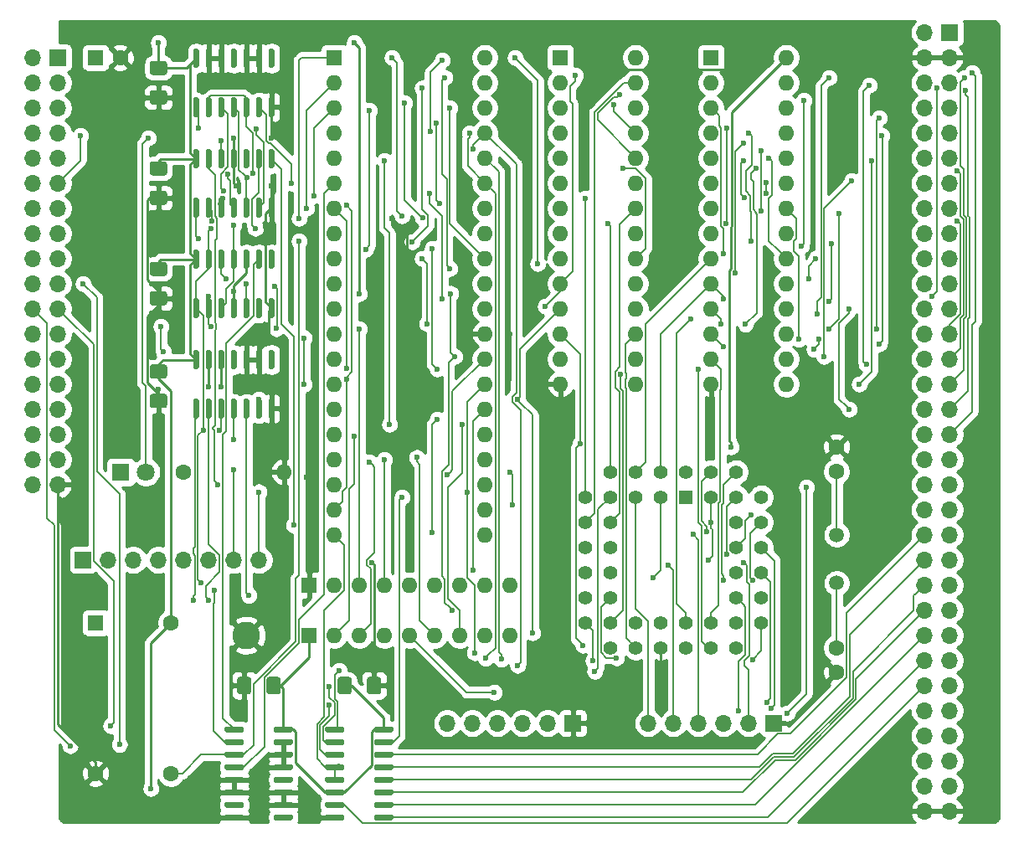
<source format=gtl>
%TF.GenerationSoftware,KiCad,Pcbnew,(5.1.6-0-10_14)*%
%TF.CreationDate,2021-04-25T21:39:23+02:00*%
%TF.ProjectId,Z80_Dev_Board,5a38305f-4465-4765-9f42-6f6172642e6b,rev?*%
%TF.SameCoordinates,Original*%
%TF.FileFunction,Copper,L1,Top*%
%TF.FilePolarity,Positive*%
%FSLAX46Y46*%
G04 Gerber Fmt 4.6, Leading zero omitted, Abs format (unit mm)*
G04 Created by KiCad (PCBNEW (5.1.6-0-10_14)) date 2021-04-25 21:39:23*
%MOMM*%
%LPD*%
G01*
G04 APERTURE LIST*
%TA.AperFunction,ComponentPad*%
%ADD10O,1.700000X1.700000*%
%TD*%
%TA.AperFunction,ComponentPad*%
%ADD11R,1.700000X1.700000*%
%TD*%
%TA.AperFunction,ComponentPad*%
%ADD12O,1.600000X1.600000*%
%TD*%
%TA.AperFunction,ComponentPad*%
%ADD13R,1.600000X1.600000*%
%TD*%
%TA.AperFunction,ComponentPad*%
%ADD14C,2.800000*%
%TD*%
%TA.AperFunction,ComponentPad*%
%ADD15C,1.600000*%
%TD*%
%TA.AperFunction,ComponentPad*%
%ADD16R,1.800000X1.800000*%
%TD*%
%TA.AperFunction,ComponentPad*%
%ADD17C,1.800000*%
%TD*%
%TA.AperFunction,ComponentPad*%
%ADD18R,1.422400X1.422400*%
%TD*%
%TA.AperFunction,ComponentPad*%
%ADD19C,1.422400*%
%TD*%
%TA.AperFunction,ComponentPad*%
%ADD20C,1.500000*%
%TD*%
%TA.AperFunction,ViaPad*%
%ADD21C,0.600000*%
%TD*%
%TA.AperFunction,Conductor*%
%ADD22C,0.228600*%
%TD*%
%TA.AperFunction,Conductor*%
%ADD23C,0.152400*%
%TD*%
%TA.AperFunction,Conductor*%
%ADD24C,0.254000*%
%TD*%
G04 APERTURE END LIST*
D10*
X181610000Y-137160000D03*
X184150000Y-137160000D03*
X181610000Y-134620000D03*
X184150000Y-134620000D03*
X181610000Y-132080000D03*
X184150000Y-132080000D03*
X181610000Y-129540000D03*
X184150000Y-129540000D03*
X181610000Y-127000000D03*
X184150000Y-127000000D03*
X181610000Y-124460000D03*
X184150000Y-124460000D03*
X181610000Y-121920000D03*
X184150000Y-121920000D03*
X181610000Y-119380000D03*
X184150000Y-119380000D03*
X181610000Y-116840000D03*
X184150000Y-116840000D03*
X181610000Y-114300000D03*
X184150000Y-114300000D03*
X181610000Y-111760000D03*
X184150000Y-111760000D03*
X181610000Y-109220000D03*
X184150000Y-109220000D03*
X181610000Y-106680000D03*
X184150000Y-106680000D03*
X181610000Y-104140000D03*
X184150000Y-104140000D03*
X181610000Y-101600000D03*
X184150000Y-101600000D03*
X181610000Y-99060000D03*
X184150000Y-99060000D03*
X181610000Y-96520000D03*
X184150000Y-96520000D03*
X181610000Y-93980000D03*
X184150000Y-93980000D03*
X181610000Y-91440000D03*
X184150000Y-91440000D03*
X181610000Y-88900000D03*
X184150000Y-88900000D03*
X181610000Y-86360000D03*
X184150000Y-86360000D03*
X181610000Y-83820000D03*
X184150000Y-83820000D03*
X181610000Y-81280000D03*
X184150000Y-81280000D03*
X181610000Y-78740000D03*
X184150000Y-78740000D03*
X181610000Y-76200000D03*
X184150000Y-76200000D03*
X181610000Y-73660000D03*
X184150000Y-73660000D03*
X181610000Y-71120000D03*
X184150000Y-71120000D03*
X181610000Y-68580000D03*
X184150000Y-68580000D03*
X181610000Y-66040000D03*
X184150000Y-66040000D03*
X181610000Y-63500000D03*
X184150000Y-63500000D03*
X181610000Y-60960000D03*
X184150000Y-60960000D03*
X181610000Y-58420000D03*
D11*
X184150000Y-58420000D03*
%TA.AperFunction,SMDPad,CuDef*%
G36*
G01*
X125235000Y-125085000D02*
X125235000Y-123835000D01*
G75*
G02*
X125485000Y-123585000I250000J0D01*
G01*
X126410000Y-123585000D01*
G75*
G02*
X126660000Y-123835000I0J-250000D01*
G01*
X126660000Y-125085000D01*
G75*
G02*
X126410000Y-125335000I-250000J0D01*
G01*
X125485000Y-125335000D01*
G75*
G02*
X125235000Y-125085000I0J250000D01*
G01*
G37*
%TD.AperFunction*%
%TA.AperFunction,SMDPad,CuDef*%
G36*
G01*
X122260000Y-125085000D02*
X122260000Y-123835000D01*
G75*
G02*
X122510000Y-123585000I250000J0D01*
G01*
X123435000Y-123585000D01*
G75*
G02*
X123685000Y-123835000I0J-250000D01*
G01*
X123685000Y-125085000D01*
G75*
G02*
X123435000Y-125335000I-250000J0D01*
G01*
X122510000Y-125335000D01*
G75*
G02*
X122260000Y-125085000I0J250000D01*
G01*
G37*
%TD.AperFunction*%
%TA.AperFunction,SMDPad,CuDef*%
G36*
G01*
X125960000Y-129055000D02*
X125960000Y-128755000D01*
G75*
G02*
X126110000Y-128605000I150000J0D01*
G01*
X127760000Y-128605000D01*
G75*
G02*
X127910000Y-128755000I0J-150000D01*
G01*
X127910000Y-129055000D01*
G75*
G02*
X127760000Y-129205000I-150000J0D01*
G01*
X126110000Y-129205000D01*
G75*
G02*
X125960000Y-129055000I0J150000D01*
G01*
G37*
%TD.AperFunction*%
%TA.AperFunction,SMDPad,CuDef*%
G36*
G01*
X125960000Y-130325000D02*
X125960000Y-130025000D01*
G75*
G02*
X126110000Y-129875000I150000J0D01*
G01*
X127760000Y-129875000D01*
G75*
G02*
X127910000Y-130025000I0J-150000D01*
G01*
X127910000Y-130325000D01*
G75*
G02*
X127760000Y-130475000I-150000J0D01*
G01*
X126110000Y-130475000D01*
G75*
G02*
X125960000Y-130325000I0J150000D01*
G01*
G37*
%TD.AperFunction*%
%TA.AperFunction,SMDPad,CuDef*%
G36*
G01*
X125960000Y-131595000D02*
X125960000Y-131295000D01*
G75*
G02*
X126110000Y-131145000I150000J0D01*
G01*
X127760000Y-131145000D01*
G75*
G02*
X127910000Y-131295000I0J-150000D01*
G01*
X127910000Y-131595000D01*
G75*
G02*
X127760000Y-131745000I-150000J0D01*
G01*
X126110000Y-131745000D01*
G75*
G02*
X125960000Y-131595000I0J150000D01*
G01*
G37*
%TD.AperFunction*%
%TA.AperFunction,SMDPad,CuDef*%
G36*
G01*
X125960000Y-132865000D02*
X125960000Y-132565000D01*
G75*
G02*
X126110000Y-132415000I150000J0D01*
G01*
X127760000Y-132415000D01*
G75*
G02*
X127910000Y-132565000I0J-150000D01*
G01*
X127910000Y-132865000D01*
G75*
G02*
X127760000Y-133015000I-150000J0D01*
G01*
X126110000Y-133015000D01*
G75*
G02*
X125960000Y-132865000I0J150000D01*
G01*
G37*
%TD.AperFunction*%
%TA.AperFunction,SMDPad,CuDef*%
G36*
G01*
X125960000Y-134135000D02*
X125960000Y-133835000D01*
G75*
G02*
X126110000Y-133685000I150000J0D01*
G01*
X127760000Y-133685000D01*
G75*
G02*
X127910000Y-133835000I0J-150000D01*
G01*
X127910000Y-134135000D01*
G75*
G02*
X127760000Y-134285000I-150000J0D01*
G01*
X126110000Y-134285000D01*
G75*
G02*
X125960000Y-134135000I0J150000D01*
G01*
G37*
%TD.AperFunction*%
%TA.AperFunction,SMDPad,CuDef*%
G36*
G01*
X125960000Y-135405000D02*
X125960000Y-135105000D01*
G75*
G02*
X126110000Y-134955000I150000J0D01*
G01*
X127760000Y-134955000D01*
G75*
G02*
X127910000Y-135105000I0J-150000D01*
G01*
X127910000Y-135405000D01*
G75*
G02*
X127760000Y-135555000I-150000J0D01*
G01*
X126110000Y-135555000D01*
G75*
G02*
X125960000Y-135405000I0J150000D01*
G01*
G37*
%TD.AperFunction*%
%TA.AperFunction,SMDPad,CuDef*%
G36*
G01*
X125960000Y-136675000D02*
X125960000Y-136375000D01*
G75*
G02*
X126110000Y-136225000I150000J0D01*
G01*
X127760000Y-136225000D01*
G75*
G02*
X127910000Y-136375000I0J-150000D01*
G01*
X127910000Y-136675000D01*
G75*
G02*
X127760000Y-136825000I-150000J0D01*
G01*
X126110000Y-136825000D01*
G75*
G02*
X125960000Y-136675000I0J150000D01*
G01*
G37*
%TD.AperFunction*%
%TA.AperFunction,SMDPad,CuDef*%
G36*
G01*
X125960000Y-137945000D02*
X125960000Y-137645000D01*
G75*
G02*
X126110000Y-137495000I150000J0D01*
G01*
X127760000Y-137495000D01*
G75*
G02*
X127910000Y-137645000I0J-150000D01*
G01*
X127910000Y-137945000D01*
G75*
G02*
X127760000Y-138095000I-150000J0D01*
G01*
X126110000Y-138095000D01*
G75*
G02*
X125960000Y-137945000I0J150000D01*
G01*
G37*
%TD.AperFunction*%
%TA.AperFunction,SMDPad,CuDef*%
G36*
G01*
X121010000Y-137945000D02*
X121010000Y-137645000D01*
G75*
G02*
X121160000Y-137495000I150000J0D01*
G01*
X122810000Y-137495000D01*
G75*
G02*
X122960000Y-137645000I0J-150000D01*
G01*
X122960000Y-137945000D01*
G75*
G02*
X122810000Y-138095000I-150000J0D01*
G01*
X121160000Y-138095000D01*
G75*
G02*
X121010000Y-137945000I0J150000D01*
G01*
G37*
%TD.AperFunction*%
%TA.AperFunction,SMDPad,CuDef*%
G36*
G01*
X121010000Y-136675000D02*
X121010000Y-136375000D01*
G75*
G02*
X121160000Y-136225000I150000J0D01*
G01*
X122810000Y-136225000D01*
G75*
G02*
X122960000Y-136375000I0J-150000D01*
G01*
X122960000Y-136675000D01*
G75*
G02*
X122810000Y-136825000I-150000J0D01*
G01*
X121160000Y-136825000D01*
G75*
G02*
X121010000Y-136675000I0J150000D01*
G01*
G37*
%TD.AperFunction*%
%TA.AperFunction,SMDPad,CuDef*%
G36*
G01*
X121010000Y-135405000D02*
X121010000Y-135105000D01*
G75*
G02*
X121160000Y-134955000I150000J0D01*
G01*
X122810000Y-134955000D01*
G75*
G02*
X122960000Y-135105000I0J-150000D01*
G01*
X122960000Y-135405000D01*
G75*
G02*
X122810000Y-135555000I-150000J0D01*
G01*
X121160000Y-135555000D01*
G75*
G02*
X121010000Y-135405000I0J150000D01*
G01*
G37*
%TD.AperFunction*%
%TA.AperFunction,SMDPad,CuDef*%
G36*
G01*
X121010000Y-134135000D02*
X121010000Y-133835000D01*
G75*
G02*
X121160000Y-133685000I150000J0D01*
G01*
X122810000Y-133685000D01*
G75*
G02*
X122960000Y-133835000I0J-150000D01*
G01*
X122960000Y-134135000D01*
G75*
G02*
X122810000Y-134285000I-150000J0D01*
G01*
X121160000Y-134285000D01*
G75*
G02*
X121010000Y-134135000I0J150000D01*
G01*
G37*
%TD.AperFunction*%
%TA.AperFunction,SMDPad,CuDef*%
G36*
G01*
X121010000Y-132865000D02*
X121010000Y-132565000D01*
G75*
G02*
X121160000Y-132415000I150000J0D01*
G01*
X122810000Y-132415000D01*
G75*
G02*
X122960000Y-132565000I0J-150000D01*
G01*
X122960000Y-132865000D01*
G75*
G02*
X122810000Y-133015000I-150000J0D01*
G01*
X121160000Y-133015000D01*
G75*
G02*
X121010000Y-132865000I0J150000D01*
G01*
G37*
%TD.AperFunction*%
%TA.AperFunction,SMDPad,CuDef*%
G36*
G01*
X121010000Y-131595000D02*
X121010000Y-131295000D01*
G75*
G02*
X121160000Y-131145000I150000J0D01*
G01*
X122810000Y-131145000D01*
G75*
G02*
X122960000Y-131295000I0J-150000D01*
G01*
X122960000Y-131595000D01*
G75*
G02*
X122810000Y-131745000I-150000J0D01*
G01*
X121160000Y-131745000D01*
G75*
G02*
X121010000Y-131595000I0J150000D01*
G01*
G37*
%TD.AperFunction*%
%TA.AperFunction,SMDPad,CuDef*%
G36*
G01*
X121010000Y-130325000D02*
X121010000Y-130025000D01*
G75*
G02*
X121160000Y-129875000I150000J0D01*
G01*
X122810000Y-129875000D01*
G75*
G02*
X122960000Y-130025000I0J-150000D01*
G01*
X122960000Y-130325000D01*
G75*
G02*
X122810000Y-130475000I-150000J0D01*
G01*
X121160000Y-130475000D01*
G75*
G02*
X121010000Y-130325000I0J150000D01*
G01*
G37*
%TD.AperFunction*%
%TA.AperFunction,SMDPad,CuDef*%
G36*
G01*
X121010000Y-129055000D02*
X121010000Y-128755000D01*
G75*
G02*
X121160000Y-128605000I150000J0D01*
G01*
X122810000Y-128605000D01*
G75*
G02*
X122960000Y-128755000I0J-150000D01*
G01*
X122960000Y-129055000D01*
G75*
G02*
X122810000Y-129205000I-150000J0D01*
G01*
X121160000Y-129205000D01*
G75*
G02*
X121010000Y-129055000I0J150000D01*
G01*
G37*
%TD.AperFunction*%
%TA.AperFunction,SMDPad,CuDef*%
G36*
G01*
X115800000Y-129055000D02*
X115800000Y-128755000D01*
G75*
G02*
X115950000Y-128605000I150000J0D01*
G01*
X117600000Y-128605000D01*
G75*
G02*
X117750000Y-128755000I0J-150000D01*
G01*
X117750000Y-129055000D01*
G75*
G02*
X117600000Y-129205000I-150000J0D01*
G01*
X115950000Y-129205000D01*
G75*
G02*
X115800000Y-129055000I0J150000D01*
G01*
G37*
%TD.AperFunction*%
%TA.AperFunction,SMDPad,CuDef*%
G36*
G01*
X115800000Y-130325000D02*
X115800000Y-130025000D01*
G75*
G02*
X115950000Y-129875000I150000J0D01*
G01*
X117600000Y-129875000D01*
G75*
G02*
X117750000Y-130025000I0J-150000D01*
G01*
X117750000Y-130325000D01*
G75*
G02*
X117600000Y-130475000I-150000J0D01*
G01*
X115950000Y-130475000D01*
G75*
G02*
X115800000Y-130325000I0J150000D01*
G01*
G37*
%TD.AperFunction*%
%TA.AperFunction,SMDPad,CuDef*%
G36*
G01*
X115800000Y-131595000D02*
X115800000Y-131295000D01*
G75*
G02*
X115950000Y-131145000I150000J0D01*
G01*
X117600000Y-131145000D01*
G75*
G02*
X117750000Y-131295000I0J-150000D01*
G01*
X117750000Y-131595000D01*
G75*
G02*
X117600000Y-131745000I-150000J0D01*
G01*
X115950000Y-131745000D01*
G75*
G02*
X115800000Y-131595000I0J150000D01*
G01*
G37*
%TD.AperFunction*%
%TA.AperFunction,SMDPad,CuDef*%
G36*
G01*
X115800000Y-132865000D02*
X115800000Y-132565000D01*
G75*
G02*
X115950000Y-132415000I150000J0D01*
G01*
X117600000Y-132415000D01*
G75*
G02*
X117750000Y-132565000I0J-150000D01*
G01*
X117750000Y-132865000D01*
G75*
G02*
X117600000Y-133015000I-150000J0D01*
G01*
X115950000Y-133015000D01*
G75*
G02*
X115800000Y-132865000I0J150000D01*
G01*
G37*
%TD.AperFunction*%
%TA.AperFunction,SMDPad,CuDef*%
G36*
G01*
X115800000Y-134135000D02*
X115800000Y-133835000D01*
G75*
G02*
X115950000Y-133685000I150000J0D01*
G01*
X117600000Y-133685000D01*
G75*
G02*
X117750000Y-133835000I0J-150000D01*
G01*
X117750000Y-134135000D01*
G75*
G02*
X117600000Y-134285000I-150000J0D01*
G01*
X115950000Y-134285000D01*
G75*
G02*
X115800000Y-134135000I0J150000D01*
G01*
G37*
%TD.AperFunction*%
%TA.AperFunction,SMDPad,CuDef*%
G36*
G01*
X115800000Y-135405000D02*
X115800000Y-135105000D01*
G75*
G02*
X115950000Y-134955000I150000J0D01*
G01*
X117600000Y-134955000D01*
G75*
G02*
X117750000Y-135105000I0J-150000D01*
G01*
X117750000Y-135405000D01*
G75*
G02*
X117600000Y-135555000I-150000J0D01*
G01*
X115950000Y-135555000D01*
G75*
G02*
X115800000Y-135405000I0J150000D01*
G01*
G37*
%TD.AperFunction*%
%TA.AperFunction,SMDPad,CuDef*%
G36*
G01*
X115800000Y-136675000D02*
X115800000Y-136375000D01*
G75*
G02*
X115950000Y-136225000I150000J0D01*
G01*
X117600000Y-136225000D01*
G75*
G02*
X117750000Y-136375000I0J-150000D01*
G01*
X117750000Y-136675000D01*
G75*
G02*
X117600000Y-136825000I-150000J0D01*
G01*
X115950000Y-136825000D01*
G75*
G02*
X115800000Y-136675000I0J150000D01*
G01*
G37*
%TD.AperFunction*%
%TA.AperFunction,SMDPad,CuDef*%
G36*
G01*
X115800000Y-137945000D02*
X115800000Y-137645000D01*
G75*
G02*
X115950000Y-137495000I150000J0D01*
G01*
X117600000Y-137495000D01*
G75*
G02*
X117750000Y-137645000I0J-150000D01*
G01*
X117750000Y-137945000D01*
G75*
G02*
X117600000Y-138095000I-150000J0D01*
G01*
X115950000Y-138095000D01*
G75*
G02*
X115800000Y-137945000I0J150000D01*
G01*
G37*
%TD.AperFunction*%
%TA.AperFunction,SMDPad,CuDef*%
G36*
G01*
X110850000Y-137945000D02*
X110850000Y-137645000D01*
G75*
G02*
X111000000Y-137495000I150000J0D01*
G01*
X112650000Y-137495000D01*
G75*
G02*
X112800000Y-137645000I0J-150000D01*
G01*
X112800000Y-137945000D01*
G75*
G02*
X112650000Y-138095000I-150000J0D01*
G01*
X111000000Y-138095000D01*
G75*
G02*
X110850000Y-137945000I0J150000D01*
G01*
G37*
%TD.AperFunction*%
%TA.AperFunction,SMDPad,CuDef*%
G36*
G01*
X110850000Y-136675000D02*
X110850000Y-136375000D01*
G75*
G02*
X111000000Y-136225000I150000J0D01*
G01*
X112650000Y-136225000D01*
G75*
G02*
X112800000Y-136375000I0J-150000D01*
G01*
X112800000Y-136675000D01*
G75*
G02*
X112650000Y-136825000I-150000J0D01*
G01*
X111000000Y-136825000D01*
G75*
G02*
X110850000Y-136675000I0J150000D01*
G01*
G37*
%TD.AperFunction*%
%TA.AperFunction,SMDPad,CuDef*%
G36*
G01*
X110850000Y-135405000D02*
X110850000Y-135105000D01*
G75*
G02*
X111000000Y-134955000I150000J0D01*
G01*
X112650000Y-134955000D01*
G75*
G02*
X112800000Y-135105000I0J-150000D01*
G01*
X112800000Y-135405000D01*
G75*
G02*
X112650000Y-135555000I-150000J0D01*
G01*
X111000000Y-135555000D01*
G75*
G02*
X110850000Y-135405000I0J150000D01*
G01*
G37*
%TD.AperFunction*%
%TA.AperFunction,SMDPad,CuDef*%
G36*
G01*
X110850000Y-134135000D02*
X110850000Y-133835000D01*
G75*
G02*
X111000000Y-133685000I150000J0D01*
G01*
X112650000Y-133685000D01*
G75*
G02*
X112800000Y-133835000I0J-150000D01*
G01*
X112800000Y-134135000D01*
G75*
G02*
X112650000Y-134285000I-150000J0D01*
G01*
X111000000Y-134285000D01*
G75*
G02*
X110850000Y-134135000I0J150000D01*
G01*
G37*
%TD.AperFunction*%
%TA.AperFunction,SMDPad,CuDef*%
G36*
G01*
X110850000Y-132865000D02*
X110850000Y-132565000D01*
G75*
G02*
X111000000Y-132415000I150000J0D01*
G01*
X112650000Y-132415000D01*
G75*
G02*
X112800000Y-132565000I0J-150000D01*
G01*
X112800000Y-132865000D01*
G75*
G02*
X112650000Y-133015000I-150000J0D01*
G01*
X111000000Y-133015000D01*
G75*
G02*
X110850000Y-132865000I0J150000D01*
G01*
G37*
%TD.AperFunction*%
%TA.AperFunction,SMDPad,CuDef*%
G36*
G01*
X110850000Y-131595000D02*
X110850000Y-131295000D01*
G75*
G02*
X111000000Y-131145000I150000J0D01*
G01*
X112650000Y-131145000D01*
G75*
G02*
X112800000Y-131295000I0J-150000D01*
G01*
X112800000Y-131595000D01*
G75*
G02*
X112650000Y-131745000I-150000J0D01*
G01*
X111000000Y-131745000D01*
G75*
G02*
X110850000Y-131595000I0J150000D01*
G01*
G37*
%TD.AperFunction*%
%TA.AperFunction,SMDPad,CuDef*%
G36*
G01*
X110850000Y-130325000D02*
X110850000Y-130025000D01*
G75*
G02*
X111000000Y-129875000I150000J0D01*
G01*
X112650000Y-129875000D01*
G75*
G02*
X112800000Y-130025000I0J-150000D01*
G01*
X112800000Y-130325000D01*
G75*
G02*
X112650000Y-130475000I-150000J0D01*
G01*
X111000000Y-130475000D01*
G75*
G02*
X110850000Y-130325000I0J150000D01*
G01*
G37*
%TD.AperFunction*%
%TA.AperFunction,SMDPad,CuDef*%
G36*
G01*
X110850000Y-129055000D02*
X110850000Y-128755000D01*
G75*
G02*
X111000000Y-128605000I150000J0D01*
G01*
X112650000Y-128605000D01*
G75*
G02*
X112800000Y-128755000I0J-150000D01*
G01*
X112800000Y-129055000D01*
G75*
G02*
X112650000Y-129205000I-150000J0D01*
G01*
X111000000Y-129205000D01*
G75*
G02*
X110850000Y-129055000I0J150000D01*
G01*
G37*
%TD.AperFunction*%
D12*
X167640000Y-60960000D03*
X160020000Y-93980000D03*
X167640000Y-63500000D03*
X160020000Y-91440000D03*
X167640000Y-66040000D03*
X160020000Y-88900000D03*
X167640000Y-68580000D03*
X160020000Y-86360000D03*
X167640000Y-71120000D03*
X160020000Y-83820000D03*
X167640000Y-73660000D03*
X160020000Y-81280000D03*
X167640000Y-76200000D03*
X160020000Y-78740000D03*
X167640000Y-78740000D03*
X160020000Y-76200000D03*
X167640000Y-81280000D03*
X160020000Y-73660000D03*
X167640000Y-83820000D03*
X160020000Y-71120000D03*
X167640000Y-86360000D03*
X160020000Y-68580000D03*
X167640000Y-88900000D03*
X160020000Y-66040000D03*
X167640000Y-91440000D03*
X160020000Y-63500000D03*
X167640000Y-93980000D03*
D13*
X160020000Y-60960000D03*
%TA.AperFunction,SMDPad,CuDef*%
G36*
G01*
X108100000Y-92480000D02*
X107800000Y-92480000D01*
G75*
G02*
X107650000Y-92330000I0J150000D01*
G01*
X107650000Y-90680000D01*
G75*
G02*
X107800000Y-90530000I150000J0D01*
G01*
X108100000Y-90530000D01*
G75*
G02*
X108250000Y-90680000I0J-150000D01*
G01*
X108250000Y-92330000D01*
G75*
G02*
X108100000Y-92480000I-150000J0D01*
G01*
G37*
%TD.AperFunction*%
%TA.AperFunction,SMDPad,CuDef*%
G36*
G01*
X109370000Y-92480000D02*
X109070000Y-92480000D01*
G75*
G02*
X108920000Y-92330000I0J150000D01*
G01*
X108920000Y-90680000D01*
G75*
G02*
X109070000Y-90530000I150000J0D01*
G01*
X109370000Y-90530000D01*
G75*
G02*
X109520000Y-90680000I0J-150000D01*
G01*
X109520000Y-92330000D01*
G75*
G02*
X109370000Y-92480000I-150000J0D01*
G01*
G37*
%TD.AperFunction*%
%TA.AperFunction,SMDPad,CuDef*%
G36*
G01*
X110640000Y-92480000D02*
X110340000Y-92480000D01*
G75*
G02*
X110190000Y-92330000I0J150000D01*
G01*
X110190000Y-90680000D01*
G75*
G02*
X110340000Y-90530000I150000J0D01*
G01*
X110640000Y-90530000D01*
G75*
G02*
X110790000Y-90680000I0J-150000D01*
G01*
X110790000Y-92330000D01*
G75*
G02*
X110640000Y-92480000I-150000J0D01*
G01*
G37*
%TD.AperFunction*%
%TA.AperFunction,SMDPad,CuDef*%
G36*
G01*
X111910000Y-92480000D02*
X111610000Y-92480000D01*
G75*
G02*
X111460000Y-92330000I0J150000D01*
G01*
X111460000Y-90680000D01*
G75*
G02*
X111610000Y-90530000I150000J0D01*
G01*
X111910000Y-90530000D01*
G75*
G02*
X112060000Y-90680000I0J-150000D01*
G01*
X112060000Y-92330000D01*
G75*
G02*
X111910000Y-92480000I-150000J0D01*
G01*
G37*
%TD.AperFunction*%
%TA.AperFunction,SMDPad,CuDef*%
G36*
G01*
X113180000Y-92480000D02*
X112880000Y-92480000D01*
G75*
G02*
X112730000Y-92330000I0J150000D01*
G01*
X112730000Y-90680000D01*
G75*
G02*
X112880000Y-90530000I150000J0D01*
G01*
X113180000Y-90530000D01*
G75*
G02*
X113330000Y-90680000I0J-150000D01*
G01*
X113330000Y-92330000D01*
G75*
G02*
X113180000Y-92480000I-150000J0D01*
G01*
G37*
%TD.AperFunction*%
%TA.AperFunction,SMDPad,CuDef*%
G36*
G01*
X114450000Y-92480000D02*
X114150000Y-92480000D01*
G75*
G02*
X114000000Y-92330000I0J150000D01*
G01*
X114000000Y-90680000D01*
G75*
G02*
X114150000Y-90530000I150000J0D01*
G01*
X114450000Y-90530000D01*
G75*
G02*
X114600000Y-90680000I0J-150000D01*
G01*
X114600000Y-92330000D01*
G75*
G02*
X114450000Y-92480000I-150000J0D01*
G01*
G37*
%TD.AperFunction*%
%TA.AperFunction,SMDPad,CuDef*%
G36*
G01*
X115720000Y-92480000D02*
X115420000Y-92480000D01*
G75*
G02*
X115270000Y-92330000I0J150000D01*
G01*
X115270000Y-90680000D01*
G75*
G02*
X115420000Y-90530000I150000J0D01*
G01*
X115720000Y-90530000D01*
G75*
G02*
X115870000Y-90680000I0J-150000D01*
G01*
X115870000Y-92330000D01*
G75*
G02*
X115720000Y-92480000I-150000J0D01*
G01*
G37*
%TD.AperFunction*%
%TA.AperFunction,SMDPad,CuDef*%
G36*
G01*
X115720000Y-97430000D02*
X115420000Y-97430000D01*
G75*
G02*
X115270000Y-97280000I0J150000D01*
G01*
X115270000Y-95630000D01*
G75*
G02*
X115420000Y-95480000I150000J0D01*
G01*
X115720000Y-95480000D01*
G75*
G02*
X115870000Y-95630000I0J-150000D01*
G01*
X115870000Y-97280000D01*
G75*
G02*
X115720000Y-97430000I-150000J0D01*
G01*
G37*
%TD.AperFunction*%
%TA.AperFunction,SMDPad,CuDef*%
G36*
G01*
X114450000Y-97430000D02*
X114150000Y-97430000D01*
G75*
G02*
X114000000Y-97280000I0J150000D01*
G01*
X114000000Y-95630000D01*
G75*
G02*
X114150000Y-95480000I150000J0D01*
G01*
X114450000Y-95480000D01*
G75*
G02*
X114600000Y-95630000I0J-150000D01*
G01*
X114600000Y-97280000D01*
G75*
G02*
X114450000Y-97430000I-150000J0D01*
G01*
G37*
%TD.AperFunction*%
%TA.AperFunction,SMDPad,CuDef*%
G36*
G01*
X113180000Y-97430000D02*
X112880000Y-97430000D01*
G75*
G02*
X112730000Y-97280000I0J150000D01*
G01*
X112730000Y-95630000D01*
G75*
G02*
X112880000Y-95480000I150000J0D01*
G01*
X113180000Y-95480000D01*
G75*
G02*
X113330000Y-95630000I0J-150000D01*
G01*
X113330000Y-97280000D01*
G75*
G02*
X113180000Y-97430000I-150000J0D01*
G01*
G37*
%TD.AperFunction*%
%TA.AperFunction,SMDPad,CuDef*%
G36*
G01*
X111910000Y-97430000D02*
X111610000Y-97430000D01*
G75*
G02*
X111460000Y-97280000I0J150000D01*
G01*
X111460000Y-95630000D01*
G75*
G02*
X111610000Y-95480000I150000J0D01*
G01*
X111910000Y-95480000D01*
G75*
G02*
X112060000Y-95630000I0J-150000D01*
G01*
X112060000Y-97280000D01*
G75*
G02*
X111910000Y-97430000I-150000J0D01*
G01*
G37*
%TD.AperFunction*%
%TA.AperFunction,SMDPad,CuDef*%
G36*
G01*
X110640000Y-97430000D02*
X110340000Y-97430000D01*
G75*
G02*
X110190000Y-97280000I0J150000D01*
G01*
X110190000Y-95630000D01*
G75*
G02*
X110340000Y-95480000I150000J0D01*
G01*
X110640000Y-95480000D01*
G75*
G02*
X110790000Y-95630000I0J-150000D01*
G01*
X110790000Y-97280000D01*
G75*
G02*
X110640000Y-97430000I-150000J0D01*
G01*
G37*
%TD.AperFunction*%
%TA.AperFunction,SMDPad,CuDef*%
G36*
G01*
X109370000Y-97430000D02*
X109070000Y-97430000D01*
G75*
G02*
X108920000Y-97280000I0J150000D01*
G01*
X108920000Y-95630000D01*
G75*
G02*
X109070000Y-95480000I150000J0D01*
G01*
X109370000Y-95480000D01*
G75*
G02*
X109520000Y-95630000I0J-150000D01*
G01*
X109520000Y-97280000D01*
G75*
G02*
X109370000Y-97430000I-150000J0D01*
G01*
G37*
%TD.AperFunction*%
%TA.AperFunction,SMDPad,CuDef*%
G36*
G01*
X108100000Y-97430000D02*
X107800000Y-97430000D01*
G75*
G02*
X107650000Y-97280000I0J150000D01*
G01*
X107650000Y-95630000D01*
G75*
G02*
X107800000Y-95480000I150000J0D01*
G01*
X108100000Y-95480000D01*
G75*
G02*
X108250000Y-95630000I0J-150000D01*
G01*
X108250000Y-97280000D01*
G75*
G02*
X108100000Y-97430000I-150000J0D01*
G01*
G37*
%TD.AperFunction*%
D12*
X152400000Y-60960000D03*
X144780000Y-93980000D03*
X152400000Y-63500000D03*
X144780000Y-91440000D03*
X152400000Y-66040000D03*
X144780000Y-88900000D03*
X152400000Y-68580000D03*
X144780000Y-86360000D03*
X152400000Y-71120000D03*
X144780000Y-83820000D03*
X152400000Y-73660000D03*
X144780000Y-81280000D03*
X152400000Y-76200000D03*
X144780000Y-78740000D03*
X152400000Y-78740000D03*
X144780000Y-76200000D03*
X152400000Y-81280000D03*
X144780000Y-73660000D03*
X152400000Y-83820000D03*
X144780000Y-71120000D03*
X152400000Y-86360000D03*
X144780000Y-68580000D03*
X152400000Y-88900000D03*
X144780000Y-66040000D03*
X152400000Y-91440000D03*
X144780000Y-63500000D03*
X152400000Y-93980000D03*
D13*
X144780000Y-60960000D03*
%TA.AperFunction,SMDPad,CuDef*%
G36*
G01*
X108100000Y-62000000D02*
X107800000Y-62000000D01*
G75*
G02*
X107650000Y-61850000I0J150000D01*
G01*
X107650000Y-60200000D01*
G75*
G02*
X107800000Y-60050000I150000J0D01*
G01*
X108100000Y-60050000D01*
G75*
G02*
X108250000Y-60200000I0J-150000D01*
G01*
X108250000Y-61850000D01*
G75*
G02*
X108100000Y-62000000I-150000J0D01*
G01*
G37*
%TD.AperFunction*%
%TA.AperFunction,SMDPad,CuDef*%
G36*
G01*
X109370000Y-62000000D02*
X109070000Y-62000000D01*
G75*
G02*
X108920000Y-61850000I0J150000D01*
G01*
X108920000Y-60200000D01*
G75*
G02*
X109070000Y-60050000I150000J0D01*
G01*
X109370000Y-60050000D01*
G75*
G02*
X109520000Y-60200000I0J-150000D01*
G01*
X109520000Y-61850000D01*
G75*
G02*
X109370000Y-62000000I-150000J0D01*
G01*
G37*
%TD.AperFunction*%
%TA.AperFunction,SMDPad,CuDef*%
G36*
G01*
X110640000Y-62000000D02*
X110340000Y-62000000D01*
G75*
G02*
X110190000Y-61850000I0J150000D01*
G01*
X110190000Y-60200000D01*
G75*
G02*
X110340000Y-60050000I150000J0D01*
G01*
X110640000Y-60050000D01*
G75*
G02*
X110790000Y-60200000I0J-150000D01*
G01*
X110790000Y-61850000D01*
G75*
G02*
X110640000Y-62000000I-150000J0D01*
G01*
G37*
%TD.AperFunction*%
%TA.AperFunction,SMDPad,CuDef*%
G36*
G01*
X111910000Y-62000000D02*
X111610000Y-62000000D01*
G75*
G02*
X111460000Y-61850000I0J150000D01*
G01*
X111460000Y-60200000D01*
G75*
G02*
X111610000Y-60050000I150000J0D01*
G01*
X111910000Y-60050000D01*
G75*
G02*
X112060000Y-60200000I0J-150000D01*
G01*
X112060000Y-61850000D01*
G75*
G02*
X111910000Y-62000000I-150000J0D01*
G01*
G37*
%TD.AperFunction*%
%TA.AperFunction,SMDPad,CuDef*%
G36*
G01*
X113180000Y-62000000D02*
X112880000Y-62000000D01*
G75*
G02*
X112730000Y-61850000I0J150000D01*
G01*
X112730000Y-60200000D01*
G75*
G02*
X112880000Y-60050000I150000J0D01*
G01*
X113180000Y-60050000D01*
G75*
G02*
X113330000Y-60200000I0J-150000D01*
G01*
X113330000Y-61850000D01*
G75*
G02*
X113180000Y-62000000I-150000J0D01*
G01*
G37*
%TD.AperFunction*%
%TA.AperFunction,SMDPad,CuDef*%
G36*
G01*
X114450000Y-62000000D02*
X114150000Y-62000000D01*
G75*
G02*
X114000000Y-61850000I0J150000D01*
G01*
X114000000Y-60200000D01*
G75*
G02*
X114150000Y-60050000I150000J0D01*
G01*
X114450000Y-60050000D01*
G75*
G02*
X114600000Y-60200000I0J-150000D01*
G01*
X114600000Y-61850000D01*
G75*
G02*
X114450000Y-62000000I-150000J0D01*
G01*
G37*
%TD.AperFunction*%
%TA.AperFunction,SMDPad,CuDef*%
G36*
G01*
X115720000Y-62000000D02*
X115420000Y-62000000D01*
G75*
G02*
X115270000Y-61850000I0J150000D01*
G01*
X115270000Y-60200000D01*
G75*
G02*
X115420000Y-60050000I150000J0D01*
G01*
X115720000Y-60050000D01*
G75*
G02*
X115870000Y-60200000I0J-150000D01*
G01*
X115870000Y-61850000D01*
G75*
G02*
X115720000Y-62000000I-150000J0D01*
G01*
G37*
%TD.AperFunction*%
%TA.AperFunction,SMDPad,CuDef*%
G36*
G01*
X115720000Y-66950000D02*
X115420000Y-66950000D01*
G75*
G02*
X115270000Y-66800000I0J150000D01*
G01*
X115270000Y-65150000D01*
G75*
G02*
X115420000Y-65000000I150000J0D01*
G01*
X115720000Y-65000000D01*
G75*
G02*
X115870000Y-65150000I0J-150000D01*
G01*
X115870000Y-66800000D01*
G75*
G02*
X115720000Y-66950000I-150000J0D01*
G01*
G37*
%TD.AperFunction*%
%TA.AperFunction,SMDPad,CuDef*%
G36*
G01*
X114450000Y-66950000D02*
X114150000Y-66950000D01*
G75*
G02*
X114000000Y-66800000I0J150000D01*
G01*
X114000000Y-65150000D01*
G75*
G02*
X114150000Y-65000000I150000J0D01*
G01*
X114450000Y-65000000D01*
G75*
G02*
X114600000Y-65150000I0J-150000D01*
G01*
X114600000Y-66800000D01*
G75*
G02*
X114450000Y-66950000I-150000J0D01*
G01*
G37*
%TD.AperFunction*%
%TA.AperFunction,SMDPad,CuDef*%
G36*
G01*
X113180000Y-66950000D02*
X112880000Y-66950000D01*
G75*
G02*
X112730000Y-66800000I0J150000D01*
G01*
X112730000Y-65150000D01*
G75*
G02*
X112880000Y-65000000I150000J0D01*
G01*
X113180000Y-65000000D01*
G75*
G02*
X113330000Y-65150000I0J-150000D01*
G01*
X113330000Y-66800000D01*
G75*
G02*
X113180000Y-66950000I-150000J0D01*
G01*
G37*
%TD.AperFunction*%
%TA.AperFunction,SMDPad,CuDef*%
G36*
G01*
X111910000Y-66950000D02*
X111610000Y-66950000D01*
G75*
G02*
X111460000Y-66800000I0J150000D01*
G01*
X111460000Y-65150000D01*
G75*
G02*
X111610000Y-65000000I150000J0D01*
G01*
X111910000Y-65000000D01*
G75*
G02*
X112060000Y-65150000I0J-150000D01*
G01*
X112060000Y-66800000D01*
G75*
G02*
X111910000Y-66950000I-150000J0D01*
G01*
G37*
%TD.AperFunction*%
%TA.AperFunction,SMDPad,CuDef*%
G36*
G01*
X110640000Y-66950000D02*
X110340000Y-66950000D01*
G75*
G02*
X110190000Y-66800000I0J150000D01*
G01*
X110190000Y-65150000D01*
G75*
G02*
X110340000Y-65000000I150000J0D01*
G01*
X110640000Y-65000000D01*
G75*
G02*
X110790000Y-65150000I0J-150000D01*
G01*
X110790000Y-66800000D01*
G75*
G02*
X110640000Y-66950000I-150000J0D01*
G01*
G37*
%TD.AperFunction*%
%TA.AperFunction,SMDPad,CuDef*%
G36*
G01*
X109370000Y-66950000D02*
X109070000Y-66950000D01*
G75*
G02*
X108920000Y-66800000I0J150000D01*
G01*
X108920000Y-65150000D01*
G75*
G02*
X109070000Y-65000000I150000J0D01*
G01*
X109370000Y-65000000D01*
G75*
G02*
X109520000Y-65150000I0J-150000D01*
G01*
X109520000Y-66800000D01*
G75*
G02*
X109370000Y-66950000I-150000J0D01*
G01*
G37*
%TD.AperFunction*%
%TA.AperFunction,SMDPad,CuDef*%
G36*
G01*
X108100000Y-66950000D02*
X107800000Y-66950000D01*
G75*
G02*
X107650000Y-66800000I0J150000D01*
G01*
X107650000Y-65150000D01*
G75*
G02*
X107800000Y-65000000I150000J0D01*
G01*
X108100000Y-65000000D01*
G75*
G02*
X108250000Y-65150000I0J-150000D01*
G01*
X108250000Y-66800000D01*
G75*
G02*
X108100000Y-66950000I-150000J0D01*
G01*
G37*
%TD.AperFunction*%
%TA.AperFunction,SMDPad,CuDef*%
G36*
G01*
X108100000Y-72160000D02*
X107800000Y-72160000D01*
G75*
G02*
X107650000Y-72010000I0J150000D01*
G01*
X107650000Y-70360000D01*
G75*
G02*
X107800000Y-70210000I150000J0D01*
G01*
X108100000Y-70210000D01*
G75*
G02*
X108250000Y-70360000I0J-150000D01*
G01*
X108250000Y-72010000D01*
G75*
G02*
X108100000Y-72160000I-150000J0D01*
G01*
G37*
%TD.AperFunction*%
%TA.AperFunction,SMDPad,CuDef*%
G36*
G01*
X109370000Y-72160000D02*
X109070000Y-72160000D01*
G75*
G02*
X108920000Y-72010000I0J150000D01*
G01*
X108920000Y-70360000D01*
G75*
G02*
X109070000Y-70210000I150000J0D01*
G01*
X109370000Y-70210000D01*
G75*
G02*
X109520000Y-70360000I0J-150000D01*
G01*
X109520000Y-72010000D01*
G75*
G02*
X109370000Y-72160000I-150000J0D01*
G01*
G37*
%TD.AperFunction*%
%TA.AperFunction,SMDPad,CuDef*%
G36*
G01*
X110640000Y-72160000D02*
X110340000Y-72160000D01*
G75*
G02*
X110190000Y-72010000I0J150000D01*
G01*
X110190000Y-70360000D01*
G75*
G02*
X110340000Y-70210000I150000J0D01*
G01*
X110640000Y-70210000D01*
G75*
G02*
X110790000Y-70360000I0J-150000D01*
G01*
X110790000Y-72010000D01*
G75*
G02*
X110640000Y-72160000I-150000J0D01*
G01*
G37*
%TD.AperFunction*%
%TA.AperFunction,SMDPad,CuDef*%
G36*
G01*
X111910000Y-72160000D02*
X111610000Y-72160000D01*
G75*
G02*
X111460000Y-72010000I0J150000D01*
G01*
X111460000Y-70360000D01*
G75*
G02*
X111610000Y-70210000I150000J0D01*
G01*
X111910000Y-70210000D01*
G75*
G02*
X112060000Y-70360000I0J-150000D01*
G01*
X112060000Y-72010000D01*
G75*
G02*
X111910000Y-72160000I-150000J0D01*
G01*
G37*
%TD.AperFunction*%
%TA.AperFunction,SMDPad,CuDef*%
G36*
G01*
X113180000Y-72160000D02*
X112880000Y-72160000D01*
G75*
G02*
X112730000Y-72010000I0J150000D01*
G01*
X112730000Y-70360000D01*
G75*
G02*
X112880000Y-70210000I150000J0D01*
G01*
X113180000Y-70210000D01*
G75*
G02*
X113330000Y-70360000I0J-150000D01*
G01*
X113330000Y-72010000D01*
G75*
G02*
X113180000Y-72160000I-150000J0D01*
G01*
G37*
%TD.AperFunction*%
%TA.AperFunction,SMDPad,CuDef*%
G36*
G01*
X114450000Y-72160000D02*
X114150000Y-72160000D01*
G75*
G02*
X114000000Y-72010000I0J150000D01*
G01*
X114000000Y-70360000D01*
G75*
G02*
X114150000Y-70210000I150000J0D01*
G01*
X114450000Y-70210000D01*
G75*
G02*
X114600000Y-70360000I0J-150000D01*
G01*
X114600000Y-72010000D01*
G75*
G02*
X114450000Y-72160000I-150000J0D01*
G01*
G37*
%TD.AperFunction*%
%TA.AperFunction,SMDPad,CuDef*%
G36*
G01*
X115720000Y-72160000D02*
X115420000Y-72160000D01*
G75*
G02*
X115270000Y-72010000I0J150000D01*
G01*
X115270000Y-70360000D01*
G75*
G02*
X115420000Y-70210000I150000J0D01*
G01*
X115720000Y-70210000D01*
G75*
G02*
X115870000Y-70360000I0J-150000D01*
G01*
X115870000Y-72010000D01*
G75*
G02*
X115720000Y-72160000I-150000J0D01*
G01*
G37*
%TD.AperFunction*%
%TA.AperFunction,SMDPad,CuDef*%
G36*
G01*
X115720000Y-77110000D02*
X115420000Y-77110000D01*
G75*
G02*
X115270000Y-76960000I0J150000D01*
G01*
X115270000Y-75310000D01*
G75*
G02*
X115420000Y-75160000I150000J0D01*
G01*
X115720000Y-75160000D01*
G75*
G02*
X115870000Y-75310000I0J-150000D01*
G01*
X115870000Y-76960000D01*
G75*
G02*
X115720000Y-77110000I-150000J0D01*
G01*
G37*
%TD.AperFunction*%
%TA.AperFunction,SMDPad,CuDef*%
G36*
G01*
X114450000Y-77110000D02*
X114150000Y-77110000D01*
G75*
G02*
X114000000Y-76960000I0J150000D01*
G01*
X114000000Y-75310000D01*
G75*
G02*
X114150000Y-75160000I150000J0D01*
G01*
X114450000Y-75160000D01*
G75*
G02*
X114600000Y-75310000I0J-150000D01*
G01*
X114600000Y-76960000D01*
G75*
G02*
X114450000Y-77110000I-150000J0D01*
G01*
G37*
%TD.AperFunction*%
%TA.AperFunction,SMDPad,CuDef*%
G36*
G01*
X113180000Y-77110000D02*
X112880000Y-77110000D01*
G75*
G02*
X112730000Y-76960000I0J150000D01*
G01*
X112730000Y-75310000D01*
G75*
G02*
X112880000Y-75160000I150000J0D01*
G01*
X113180000Y-75160000D01*
G75*
G02*
X113330000Y-75310000I0J-150000D01*
G01*
X113330000Y-76960000D01*
G75*
G02*
X113180000Y-77110000I-150000J0D01*
G01*
G37*
%TD.AperFunction*%
%TA.AperFunction,SMDPad,CuDef*%
G36*
G01*
X111910000Y-77110000D02*
X111610000Y-77110000D01*
G75*
G02*
X111460000Y-76960000I0J150000D01*
G01*
X111460000Y-75310000D01*
G75*
G02*
X111610000Y-75160000I150000J0D01*
G01*
X111910000Y-75160000D01*
G75*
G02*
X112060000Y-75310000I0J-150000D01*
G01*
X112060000Y-76960000D01*
G75*
G02*
X111910000Y-77110000I-150000J0D01*
G01*
G37*
%TD.AperFunction*%
%TA.AperFunction,SMDPad,CuDef*%
G36*
G01*
X110640000Y-77110000D02*
X110340000Y-77110000D01*
G75*
G02*
X110190000Y-76960000I0J150000D01*
G01*
X110190000Y-75310000D01*
G75*
G02*
X110340000Y-75160000I150000J0D01*
G01*
X110640000Y-75160000D01*
G75*
G02*
X110790000Y-75310000I0J-150000D01*
G01*
X110790000Y-76960000D01*
G75*
G02*
X110640000Y-77110000I-150000J0D01*
G01*
G37*
%TD.AperFunction*%
%TA.AperFunction,SMDPad,CuDef*%
G36*
G01*
X109370000Y-77110000D02*
X109070000Y-77110000D01*
G75*
G02*
X108920000Y-76960000I0J150000D01*
G01*
X108920000Y-75310000D01*
G75*
G02*
X109070000Y-75160000I150000J0D01*
G01*
X109370000Y-75160000D01*
G75*
G02*
X109520000Y-75310000I0J-150000D01*
G01*
X109520000Y-76960000D01*
G75*
G02*
X109370000Y-77110000I-150000J0D01*
G01*
G37*
%TD.AperFunction*%
%TA.AperFunction,SMDPad,CuDef*%
G36*
G01*
X108100000Y-77110000D02*
X107800000Y-77110000D01*
G75*
G02*
X107650000Y-76960000I0J150000D01*
G01*
X107650000Y-75310000D01*
G75*
G02*
X107800000Y-75160000I150000J0D01*
G01*
X108100000Y-75160000D01*
G75*
G02*
X108250000Y-75310000I0J-150000D01*
G01*
X108250000Y-76960000D01*
G75*
G02*
X108100000Y-77110000I-150000J0D01*
G01*
G37*
%TD.AperFunction*%
%TA.AperFunction,SMDPad,CuDef*%
G36*
G01*
X108100000Y-82320000D02*
X107800000Y-82320000D01*
G75*
G02*
X107650000Y-82170000I0J150000D01*
G01*
X107650000Y-80520000D01*
G75*
G02*
X107800000Y-80370000I150000J0D01*
G01*
X108100000Y-80370000D01*
G75*
G02*
X108250000Y-80520000I0J-150000D01*
G01*
X108250000Y-82170000D01*
G75*
G02*
X108100000Y-82320000I-150000J0D01*
G01*
G37*
%TD.AperFunction*%
%TA.AperFunction,SMDPad,CuDef*%
G36*
G01*
X109370000Y-82320000D02*
X109070000Y-82320000D01*
G75*
G02*
X108920000Y-82170000I0J150000D01*
G01*
X108920000Y-80520000D01*
G75*
G02*
X109070000Y-80370000I150000J0D01*
G01*
X109370000Y-80370000D01*
G75*
G02*
X109520000Y-80520000I0J-150000D01*
G01*
X109520000Y-82170000D01*
G75*
G02*
X109370000Y-82320000I-150000J0D01*
G01*
G37*
%TD.AperFunction*%
%TA.AperFunction,SMDPad,CuDef*%
G36*
G01*
X110640000Y-82320000D02*
X110340000Y-82320000D01*
G75*
G02*
X110190000Y-82170000I0J150000D01*
G01*
X110190000Y-80520000D01*
G75*
G02*
X110340000Y-80370000I150000J0D01*
G01*
X110640000Y-80370000D01*
G75*
G02*
X110790000Y-80520000I0J-150000D01*
G01*
X110790000Y-82170000D01*
G75*
G02*
X110640000Y-82320000I-150000J0D01*
G01*
G37*
%TD.AperFunction*%
%TA.AperFunction,SMDPad,CuDef*%
G36*
G01*
X111910000Y-82320000D02*
X111610000Y-82320000D01*
G75*
G02*
X111460000Y-82170000I0J150000D01*
G01*
X111460000Y-80520000D01*
G75*
G02*
X111610000Y-80370000I150000J0D01*
G01*
X111910000Y-80370000D01*
G75*
G02*
X112060000Y-80520000I0J-150000D01*
G01*
X112060000Y-82170000D01*
G75*
G02*
X111910000Y-82320000I-150000J0D01*
G01*
G37*
%TD.AperFunction*%
%TA.AperFunction,SMDPad,CuDef*%
G36*
G01*
X113180000Y-82320000D02*
X112880000Y-82320000D01*
G75*
G02*
X112730000Y-82170000I0J150000D01*
G01*
X112730000Y-80520000D01*
G75*
G02*
X112880000Y-80370000I150000J0D01*
G01*
X113180000Y-80370000D01*
G75*
G02*
X113330000Y-80520000I0J-150000D01*
G01*
X113330000Y-82170000D01*
G75*
G02*
X113180000Y-82320000I-150000J0D01*
G01*
G37*
%TD.AperFunction*%
%TA.AperFunction,SMDPad,CuDef*%
G36*
G01*
X114450000Y-82320000D02*
X114150000Y-82320000D01*
G75*
G02*
X114000000Y-82170000I0J150000D01*
G01*
X114000000Y-80520000D01*
G75*
G02*
X114150000Y-80370000I150000J0D01*
G01*
X114450000Y-80370000D01*
G75*
G02*
X114600000Y-80520000I0J-150000D01*
G01*
X114600000Y-82170000D01*
G75*
G02*
X114450000Y-82320000I-150000J0D01*
G01*
G37*
%TD.AperFunction*%
%TA.AperFunction,SMDPad,CuDef*%
G36*
G01*
X115720000Y-82320000D02*
X115420000Y-82320000D01*
G75*
G02*
X115270000Y-82170000I0J150000D01*
G01*
X115270000Y-80520000D01*
G75*
G02*
X115420000Y-80370000I150000J0D01*
G01*
X115720000Y-80370000D01*
G75*
G02*
X115870000Y-80520000I0J-150000D01*
G01*
X115870000Y-82170000D01*
G75*
G02*
X115720000Y-82320000I-150000J0D01*
G01*
G37*
%TD.AperFunction*%
%TA.AperFunction,SMDPad,CuDef*%
G36*
G01*
X115720000Y-87270000D02*
X115420000Y-87270000D01*
G75*
G02*
X115270000Y-87120000I0J150000D01*
G01*
X115270000Y-85470000D01*
G75*
G02*
X115420000Y-85320000I150000J0D01*
G01*
X115720000Y-85320000D01*
G75*
G02*
X115870000Y-85470000I0J-150000D01*
G01*
X115870000Y-87120000D01*
G75*
G02*
X115720000Y-87270000I-150000J0D01*
G01*
G37*
%TD.AperFunction*%
%TA.AperFunction,SMDPad,CuDef*%
G36*
G01*
X114450000Y-87270000D02*
X114150000Y-87270000D01*
G75*
G02*
X114000000Y-87120000I0J150000D01*
G01*
X114000000Y-85470000D01*
G75*
G02*
X114150000Y-85320000I150000J0D01*
G01*
X114450000Y-85320000D01*
G75*
G02*
X114600000Y-85470000I0J-150000D01*
G01*
X114600000Y-87120000D01*
G75*
G02*
X114450000Y-87270000I-150000J0D01*
G01*
G37*
%TD.AperFunction*%
%TA.AperFunction,SMDPad,CuDef*%
G36*
G01*
X113180000Y-87270000D02*
X112880000Y-87270000D01*
G75*
G02*
X112730000Y-87120000I0J150000D01*
G01*
X112730000Y-85470000D01*
G75*
G02*
X112880000Y-85320000I150000J0D01*
G01*
X113180000Y-85320000D01*
G75*
G02*
X113330000Y-85470000I0J-150000D01*
G01*
X113330000Y-87120000D01*
G75*
G02*
X113180000Y-87270000I-150000J0D01*
G01*
G37*
%TD.AperFunction*%
%TA.AperFunction,SMDPad,CuDef*%
G36*
G01*
X111910000Y-87270000D02*
X111610000Y-87270000D01*
G75*
G02*
X111460000Y-87120000I0J150000D01*
G01*
X111460000Y-85470000D01*
G75*
G02*
X111610000Y-85320000I150000J0D01*
G01*
X111910000Y-85320000D01*
G75*
G02*
X112060000Y-85470000I0J-150000D01*
G01*
X112060000Y-87120000D01*
G75*
G02*
X111910000Y-87270000I-150000J0D01*
G01*
G37*
%TD.AperFunction*%
%TA.AperFunction,SMDPad,CuDef*%
G36*
G01*
X110640000Y-87270000D02*
X110340000Y-87270000D01*
G75*
G02*
X110190000Y-87120000I0J150000D01*
G01*
X110190000Y-85470000D01*
G75*
G02*
X110340000Y-85320000I150000J0D01*
G01*
X110640000Y-85320000D01*
G75*
G02*
X110790000Y-85470000I0J-150000D01*
G01*
X110790000Y-87120000D01*
G75*
G02*
X110640000Y-87270000I-150000J0D01*
G01*
G37*
%TD.AperFunction*%
%TA.AperFunction,SMDPad,CuDef*%
G36*
G01*
X109370000Y-87270000D02*
X109070000Y-87270000D01*
G75*
G02*
X108920000Y-87120000I0J150000D01*
G01*
X108920000Y-85470000D01*
G75*
G02*
X109070000Y-85320000I150000J0D01*
G01*
X109370000Y-85320000D01*
G75*
G02*
X109520000Y-85470000I0J-150000D01*
G01*
X109520000Y-87120000D01*
G75*
G02*
X109370000Y-87270000I-150000J0D01*
G01*
G37*
%TD.AperFunction*%
%TA.AperFunction,SMDPad,CuDef*%
G36*
G01*
X108100000Y-87270000D02*
X107800000Y-87270000D01*
G75*
G02*
X107650000Y-87120000I0J150000D01*
G01*
X107650000Y-85470000D01*
G75*
G02*
X107800000Y-85320000I150000J0D01*
G01*
X108100000Y-85320000D01*
G75*
G02*
X108250000Y-85470000I0J-150000D01*
G01*
X108250000Y-87120000D01*
G75*
G02*
X108100000Y-87270000I-150000J0D01*
G01*
G37*
%TD.AperFunction*%
D12*
X139700000Y-119380000D03*
X137160000Y-119380000D03*
X134620000Y-119380000D03*
X132080000Y-119380000D03*
X129540000Y-119380000D03*
X127000000Y-119380000D03*
X124460000Y-119380000D03*
X121920000Y-119380000D03*
D13*
X119380000Y-119380000D03*
D12*
X139700000Y-114300000D03*
X137160000Y-114300000D03*
X134620000Y-114300000D03*
X132080000Y-114300000D03*
X129540000Y-114300000D03*
X127000000Y-114300000D03*
X124460000Y-114300000D03*
X121920000Y-114300000D03*
D13*
X119380000Y-114300000D03*
%TA.AperFunction,SMDPad,CuDef*%
G36*
G01*
X104765000Y-72885000D02*
X103515000Y-72885000D01*
G75*
G02*
X103265000Y-72635000I0J250000D01*
G01*
X103265000Y-71710000D01*
G75*
G02*
X103515000Y-71460000I250000J0D01*
G01*
X104765000Y-71460000D01*
G75*
G02*
X105015000Y-71710000I0J-250000D01*
G01*
X105015000Y-72635000D01*
G75*
G02*
X104765000Y-72885000I-250000J0D01*
G01*
G37*
%TD.AperFunction*%
%TA.AperFunction,SMDPad,CuDef*%
G36*
G01*
X104765000Y-75860000D02*
X103515000Y-75860000D01*
G75*
G02*
X103265000Y-75610000I0J250000D01*
G01*
X103265000Y-74685000D01*
G75*
G02*
X103515000Y-74435000I250000J0D01*
G01*
X104765000Y-74435000D01*
G75*
G02*
X105015000Y-74685000I0J-250000D01*
G01*
X105015000Y-75610000D01*
G75*
G02*
X104765000Y-75860000I-250000J0D01*
G01*
G37*
%TD.AperFunction*%
%TA.AperFunction,SMDPad,CuDef*%
G36*
G01*
X103515000Y-64275000D02*
X104765000Y-64275000D01*
G75*
G02*
X105015000Y-64525000I0J-250000D01*
G01*
X105015000Y-65450000D01*
G75*
G02*
X104765000Y-65700000I-250000J0D01*
G01*
X103515000Y-65700000D01*
G75*
G02*
X103265000Y-65450000I0J250000D01*
G01*
X103265000Y-64525000D01*
G75*
G02*
X103515000Y-64275000I250000J0D01*
G01*
G37*
%TD.AperFunction*%
%TA.AperFunction,SMDPad,CuDef*%
G36*
G01*
X103515000Y-61300000D02*
X104765000Y-61300000D01*
G75*
G02*
X105015000Y-61550000I0J-250000D01*
G01*
X105015000Y-62475000D01*
G75*
G02*
X104765000Y-62725000I-250000J0D01*
G01*
X103515000Y-62725000D01*
G75*
G02*
X103265000Y-62475000I0J250000D01*
G01*
X103265000Y-61550000D01*
G75*
G02*
X103515000Y-61300000I250000J0D01*
G01*
G37*
%TD.AperFunction*%
%TA.AperFunction,SMDPad,CuDef*%
G36*
G01*
X104765000Y-83045000D02*
X103515000Y-83045000D01*
G75*
G02*
X103265000Y-82795000I0J250000D01*
G01*
X103265000Y-81870000D01*
G75*
G02*
X103515000Y-81620000I250000J0D01*
G01*
X104765000Y-81620000D01*
G75*
G02*
X105015000Y-81870000I0J-250000D01*
G01*
X105015000Y-82795000D01*
G75*
G02*
X104765000Y-83045000I-250000J0D01*
G01*
G37*
%TD.AperFunction*%
%TA.AperFunction,SMDPad,CuDef*%
G36*
G01*
X104765000Y-86020000D02*
X103515000Y-86020000D01*
G75*
G02*
X103265000Y-85770000I0J250000D01*
G01*
X103265000Y-84845000D01*
G75*
G02*
X103515000Y-84595000I250000J0D01*
G01*
X104765000Y-84595000D01*
G75*
G02*
X105015000Y-84845000I0J-250000D01*
G01*
X105015000Y-85770000D01*
G75*
G02*
X104765000Y-86020000I-250000J0D01*
G01*
G37*
%TD.AperFunction*%
%TA.AperFunction,SMDPad,CuDef*%
G36*
G01*
X103515000Y-94972500D02*
X104765000Y-94972500D01*
G75*
G02*
X105015000Y-95222500I0J-250000D01*
G01*
X105015000Y-96147500D01*
G75*
G02*
X104765000Y-96397500I-250000J0D01*
G01*
X103515000Y-96397500D01*
G75*
G02*
X103265000Y-96147500I0J250000D01*
G01*
X103265000Y-95222500D01*
G75*
G02*
X103515000Y-94972500I250000J0D01*
G01*
G37*
%TD.AperFunction*%
%TA.AperFunction,SMDPad,CuDef*%
G36*
G01*
X103515000Y-91997500D02*
X104765000Y-91997500D01*
G75*
G02*
X105015000Y-92247500I0J-250000D01*
G01*
X105015000Y-93172500D01*
G75*
G02*
X104765000Y-93422500I-250000J0D01*
G01*
X103515000Y-93422500D01*
G75*
G02*
X103265000Y-93172500I0J250000D01*
G01*
X103265000Y-92247500D01*
G75*
G02*
X103515000Y-91997500I250000J0D01*
G01*
G37*
%TD.AperFunction*%
%TA.AperFunction,SMDPad,CuDef*%
G36*
G01*
X115075000Y-125085000D02*
X115075000Y-123835000D01*
G75*
G02*
X115325000Y-123585000I250000J0D01*
G01*
X116250000Y-123585000D01*
G75*
G02*
X116500000Y-123835000I0J-250000D01*
G01*
X116500000Y-125085000D01*
G75*
G02*
X116250000Y-125335000I-250000J0D01*
G01*
X115325000Y-125335000D01*
G75*
G02*
X115075000Y-125085000I0J250000D01*
G01*
G37*
%TD.AperFunction*%
%TA.AperFunction,SMDPad,CuDef*%
G36*
G01*
X112100000Y-125085000D02*
X112100000Y-123835000D01*
G75*
G02*
X112350000Y-123585000I250000J0D01*
G01*
X113275000Y-123585000D01*
G75*
G02*
X113525000Y-123835000I0J-250000D01*
G01*
X113525000Y-125085000D01*
G75*
G02*
X113275000Y-125335000I-250000J0D01*
G01*
X112350000Y-125335000D01*
G75*
G02*
X112100000Y-125085000I0J250000D01*
G01*
G37*
%TD.AperFunction*%
D10*
X114300000Y-111760000D03*
X111760000Y-111760000D03*
X109220000Y-111760000D03*
X106680000Y-111760000D03*
X104140000Y-111760000D03*
X101600000Y-111760000D03*
X99060000Y-111760000D03*
D11*
X96520000Y-111760000D03*
D14*
X113030000Y-119380000D03*
D13*
X97790000Y-60960000D03*
D15*
X100290000Y-60960000D03*
X172720000Y-120650000D03*
X172720000Y-123150000D03*
X172720000Y-102830000D03*
X172720000Y-100330000D03*
D16*
X100330000Y-102870000D03*
D17*
X102870000Y-102870000D03*
D11*
X93980000Y-60960000D03*
D10*
X91440000Y-60960000D03*
X93980000Y-63500000D03*
X91440000Y-63500000D03*
X93980000Y-66040000D03*
X91440000Y-66040000D03*
X93980000Y-68580000D03*
X91440000Y-68580000D03*
X93980000Y-71120000D03*
X91440000Y-71120000D03*
X93980000Y-73660000D03*
X91440000Y-73660000D03*
X93980000Y-76200000D03*
X91440000Y-76200000D03*
X93980000Y-78740000D03*
X91440000Y-78740000D03*
X93980000Y-81280000D03*
X91440000Y-81280000D03*
X93980000Y-83820000D03*
X91440000Y-83820000D03*
X93980000Y-86360000D03*
X91440000Y-86360000D03*
X93980000Y-88900000D03*
X91440000Y-88900000D03*
X93980000Y-91440000D03*
X91440000Y-91440000D03*
X93980000Y-93980000D03*
X91440000Y-93980000D03*
X93980000Y-96520000D03*
X91440000Y-96520000D03*
X93980000Y-99060000D03*
X91440000Y-99060000D03*
X93980000Y-101600000D03*
X91440000Y-101600000D03*
X93980000Y-104140000D03*
X91440000Y-104140000D03*
X153670000Y-128270000D03*
X156210000Y-128270000D03*
X158750000Y-128270000D03*
X161290000Y-128270000D03*
X163830000Y-128270000D03*
D11*
X166370000Y-128270000D03*
X146050000Y-128270000D03*
D10*
X143510000Y-128270000D03*
X140970000Y-128270000D03*
X138430000Y-128270000D03*
X135890000Y-128270000D03*
X133350000Y-128270000D03*
D15*
X106680000Y-102870000D03*
D12*
X116840000Y-102870000D03*
D13*
X121920000Y-60960000D03*
D12*
X137160000Y-109220000D03*
X121920000Y-63500000D03*
X137160000Y-106680000D03*
X121920000Y-66040000D03*
X137160000Y-104140000D03*
X121920000Y-68580000D03*
X137160000Y-101600000D03*
X121920000Y-71120000D03*
X137160000Y-99060000D03*
X121920000Y-73660000D03*
X137160000Y-96520000D03*
X121920000Y-76200000D03*
X137160000Y-93980000D03*
X121920000Y-78740000D03*
X137160000Y-91440000D03*
X121920000Y-81280000D03*
X137160000Y-88900000D03*
X121920000Y-83820000D03*
X137160000Y-86360000D03*
X121920000Y-86360000D03*
X137160000Y-83820000D03*
X121920000Y-88900000D03*
X137160000Y-81280000D03*
X121920000Y-91440000D03*
X137160000Y-78740000D03*
X121920000Y-93980000D03*
X137160000Y-76200000D03*
X121920000Y-96520000D03*
X137160000Y-73660000D03*
X121920000Y-99060000D03*
X137160000Y-71120000D03*
X121920000Y-101600000D03*
X137160000Y-68580000D03*
X121920000Y-104140000D03*
X137160000Y-66040000D03*
X121920000Y-106680000D03*
X137160000Y-63500000D03*
X121920000Y-109220000D03*
X137160000Y-60960000D03*
D18*
X157480000Y-105410000D03*
D19*
X154940000Y-105410000D03*
X152400000Y-105410000D03*
X160020000Y-105410000D03*
X162560000Y-105410000D03*
X154940000Y-102870000D03*
X152400000Y-102870000D03*
X149860000Y-102870000D03*
X157480000Y-102870000D03*
X160020000Y-102870000D03*
X149860000Y-105410000D03*
X149860000Y-107950000D03*
X149860000Y-110490000D03*
X149860000Y-113030000D03*
X149860000Y-115570000D03*
X147320000Y-105410000D03*
X147320000Y-107950000D03*
X147320000Y-110490000D03*
X147320000Y-113030000D03*
X147320000Y-115570000D03*
X147320000Y-118110000D03*
X149860000Y-118110000D03*
X152400000Y-118110000D03*
X154940000Y-118110000D03*
X157480000Y-118110000D03*
X160020000Y-118110000D03*
X165100000Y-118110000D03*
X149860000Y-120650000D03*
X152400000Y-120650000D03*
X154940000Y-120650000D03*
X157480000Y-120650000D03*
X160020000Y-120650000D03*
X162560000Y-120650000D03*
X162560000Y-118110000D03*
X162560000Y-115570000D03*
X162560000Y-113030000D03*
X162560000Y-110490000D03*
X162560000Y-107950000D03*
X162560000Y-102870000D03*
X165100000Y-115570000D03*
X165100000Y-113030000D03*
X165100000Y-110490000D03*
X165100000Y-107950000D03*
X165100000Y-105410000D03*
D13*
X97790000Y-118110000D03*
D15*
X105410000Y-118110000D03*
X105410000Y-133350000D03*
X97790000Y-133350000D03*
D20*
X172720000Y-114100000D03*
X172720000Y-109220000D03*
D21*
X119126000Y-103378000D03*
X104140000Y-94488000D03*
X109220000Y-94234000D03*
X111760000Y-69088000D03*
X115570000Y-69088000D03*
X139700000Y-88900000D03*
X129540000Y-86995000D03*
X129540000Y-88900000D03*
X115570000Y-73914000D03*
X106426000Y-75184000D03*
X110490000Y-94234000D03*
X125730000Y-112014000D03*
X119380000Y-112014000D03*
X148082000Y-62738000D03*
X162325184Y-62463390D03*
X139538681Y-93730606D03*
X112014000Y-73914000D03*
X146050000Y-125476000D03*
X160020000Y-99314000D03*
X127762000Y-77216000D03*
X115003290Y-78036710D03*
X154655246Y-124836232D03*
X104140000Y-59436000D03*
X124460000Y-84836000D03*
X123952000Y-59436000D03*
X111760000Y-84582000D03*
X162052000Y-100330000D03*
X103378000Y-134874000D03*
X103124000Y-69088000D03*
X110490000Y-69342000D03*
X109220000Y-85090000D03*
X109474000Y-88138000D03*
X124460000Y-88392000D03*
X108691390Y-98653641D03*
X108458000Y-114046000D03*
X109435060Y-78211390D03*
X113944433Y-78211390D03*
X173990000Y-86360000D03*
X173990000Y-96520000D03*
X135931220Y-112776000D03*
X123931390Y-99249709D03*
X111760000Y-99588610D03*
X130275946Y-101401688D03*
X127000000Y-101600000D03*
X109758126Y-114829272D03*
X125476000Y-101854000D03*
X139954000Y-106172000D03*
X139700000Y-102870000D03*
X109220000Y-115824000D03*
X169672000Y-104394000D03*
X138112411Y-125136571D03*
X167730316Y-127252951D03*
X113284000Y-115336610D03*
X134874000Y-98044000D03*
X132334000Y-97536000D03*
X131826000Y-108966000D03*
X123135009Y-75896248D03*
X110653744Y-75226963D03*
X123190000Y-93472000D03*
X176022000Y-63754000D03*
X175747390Y-92005495D03*
X168910000Y-89428610D03*
X132842000Y-85344000D03*
X131572000Y-74676000D03*
X135402610Y-104881390D03*
X136131399Y-121145399D03*
X111760000Y-102616000D03*
X133357508Y-103157211D03*
X110152789Y-104140000D03*
X114300000Y-104881390D03*
X161310610Y-113777841D03*
X154178000Y-113558610D03*
X159745390Y-111760000D03*
X160020000Y-107950000D03*
X159608809Y-108927950D03*
X161615411Y-111169518D03*
X150462634Y-121645390D03*
X164226573Y-121823004D03*
X148082000Y-121940610D03*
X155702000Y-112268000D03*
X158202019Y-109165588D03*
X163329216Y-112006784D03*
X162814000Y-127000000D03*
X166137450Y-126740374D03*
X165645022Y-126171481D03*
X148264803Y-123027439D03*
X107696000Y-115824000D03*
X110306637Y-98650989D03*
X114300000Y-95504000D03*
X151117399Y-72148601D03*
X110749820Y-74480710D03*
X117602000Y-73660000D03*
X165862000Y-71120000D03*
X113730533Y-72686381D03*
X111193290Y-72788480D03*
X128778000Y-105410000D03*
X118364000Y-79502000D03*
X108204000Y-79268610D03*
X117835390Y-108257872D03*
X109547098Y-77449390D03*
X111760000Y-77906579D03*
X146304000Y-62738000D03*
X143256000Y-86106000D03*
X182880000Y-64008000D03*
X182372000Y-85090000D03*
X161290000Y-85377211D03*
X133604000Y-82296000D03*
X133096000Y-62971390D03*
X169418000Y-65278000D03*
X169164000Y-80010000D03*
X133604000Y-66040000D03*
X149606000Y-77724000D03*
X161576992Y-68071050D03*
X161544000Y-77724000D03*
X129032000Y-65532000D03*
X147320000Y-75184000D03*
X130882019Y-77182789D03*
X165100000Y-70358000D03*
X165100000Y-76454000D03*
X132588000Y-75692000D03*
X132262579Y-67564000D03*
X165628610Y-73618789D03*
X165628610Y-74676000D03*
X135602789Y-68580008D03*
X122428000Y-122936000D03*
X163384601Y-75121399D03*
X163322000Y-71374000D03*
X137226274Y-121686610D03*
X121420009Y-124604300D03*
X164084000Y-79502000D03*
X163830000Y-68580000D03*
X138801991Y-121796753D03*
X135961421Y-70187211D03*
X140462000Y-122407390D03*
X121420009Y-126447093D03*
X161290000Y-80780009D03*
X113114987Y-73119079D03*
X127000000Y-71374000D03*
X127508000Y-98044000D03*
X132842000Y-61214000D03*
X131629332Y-68460652D03*
X96266000Y-68834000D03*
X186436000Y-62484000D03*
X119888000Y-74930000D03*
X185757211Y-64292019D03*
X119126000Y-76200000D03*
X185674000Y-62992000D03*
X127762000Y-60960000D03*
X128778000Y-76962000D03*
X118364000Y-77216000D03*
X184912000Y-72390000D03*
X142494000Y-81788000D03*
X140208000Y-60960000D03*
X184912000Y-77470000D03*
X130819546Y-64049991D03*
X150795632Y-64673294D03*
X163503981Y-87917211D03*
X129806711Y-79570929D03*
X164579399Y-72148601D03*
X125476000Y-66294000D03*
X125102237Y-80347211D03*
X150193703Y-65706289D03*
X163301390Y-69608601D03*
X162477099Y-82714677D03*
X134112000Y-91186000D03*
X104394000Y-88138000D03*
X104648000Y-90678000D03*
X169871920Y-83291390D03*
X133673046Y-84815390D03*
X170616579Y-81280000D03*
X133865216Y-116832784D03*
X115874811Y-84074000D03*
X116075748Y-88366611D03*
X157975399Y-87388601D03*
X172212000Y-79756000D03*
X171958000Y-85598000D03*
X130810000Y-81280000D03*
X131297400Y-87871399D03*
X172974000Y-76708000D03*
X171958000Y-88392000D03*
X158750000Y-92456000D03*
X123175946Y-92414788D03*
X174244000Y-73406000D03*
X171450000Y-91186000D03*
X132334000Y-92456000D03*
X131826000Y-80264000D03*
X150876000Y-92964000D03*
X176276000Y-71374000D03*
X175006000Y-93980000D03*
X118892610Y-89315319D03*
X118892610Y-93980000D03*
X177038000Y-89916000D03*
X177292000Y-68834000D03*
X146791390Y-100042789D03*
X177038000Y-67056000D03*
X161290000Y-90170000D03*
X176804610Y-88392000D03*
X170438957Y-90440015D03*
X170907931Y-89428610D03*
X147066000Y-120375390D03*
X141986000Y-119126000D03*
X140436972Y-95537211D03*
X171958000Y-62992000D03*
X161036000Y-87884000D03*
X170735036Y-86888610D03*
X110998000Y-83312000D03*
X113030000Y-83820000D03*
X108204000Y-68072000D03*
X114071390Y-68175089D03*
X96520000Y-83820000D03*
X100200746Y-130410644D03*
X99314000Y-128524000D03*
X95216593Y-130542787D03*
X164277209Y-113852791D03*
X164084000Y-107188000D03*
D22*
X114300000Y-90530000D02*
X114300000Y-91505000D01*
X115270000Y-89560000D02*
X114300000Y-90530000D01*
X115270000Y-86595000D02*
X115270000Y-89560000D01*
X115570000Y-86295000D02*
X115270000Y-86595000D01*
X119380000Y-114300000D02*
X119380000Y-103632000D01*
X119380000Y-103632000D02*
X119126000Y-103378000D01*
X104140000Y-95685000D02*
X104140000Y-94488000D01*
X109220000Y-91505000D02*
X109220000Y-92480000D01*
X109220000Y-92480000D02*
X109220000Y-94234000D01*
X104140000Y-94972500D02*
X104140000Y-95685000D01*
X102998290Y-87161710D02*
X102998290Y-93830790D01*
X104140000Y-86020000D02*
X102998290Y-87161710D01*
X104140000Y-85307500D02*
X104140000Y-86020000D01*
X102998290Y-93830790D02*
X104140000Y-94972500D01*
X102998290Y-75414210D02*
X103265000Y-75147500D01*
X103265000Y-75147500D02*
X104140000Y-75147500D01*
X102998290Y-83453290D02*
X102998290Y-75414210D01*
X104140000Y-84595000D02*
X102998290Y-83453290D01*
X104140000Y-85307500D02*
X104140000Y-84595000D01*
X111760000Y-71185000D02*
X111760000Y-69088000D01*
X115570000Y-65975000D02*
X115570000Y-69088000D01*
X129540000Y-86995000D02*
X129540000Y-88900000D01*
X115570000Y-76135000D02*
X115570000Y-73914000D01*
X104176500Y-75184000D02*
X104140000Y-75147500D01*
X106426000Y-75184000D02*
X104176500Y-75184000D01*
X110490000Y-94234000D02*
X110490000Y-91505000D01*
X125933299Y-123570799D02*
X125933299Y-112217299D01*
X125947500Y-123585000D02*
X125933299Y-123570799D01*
X125947500Y-124460000D02*
X125947500Y-123585000D01*
X125933299Y-112217299D02*
X125730000Y-112014000D01*
X148656609Y-62163391D02*
X162025185Y-62163391D01*
X162025185Y-62163391D02*
X162325184Y-62463390D01*
X148082000Y-62738000D02*
X148656609Y-62163391D01*
X139700000Y-88900000D02*
X139700000Y-93569287D01*
X139700000Y-93569287D02*
X139538681Y-93730606D01*
X111760000Y-73660000D02*
X112014000Y-73914000D01*
X111760000Y-71185000D02*
X111760000Y-73660000D01*
X115270000Y-85995000D02*
X115570000Y-86295000D01*
X115003290Y-85728290D02*
X115270000Y-85995000D01*
X115570000Y-76135000D02*
X115003290Y-76701710D01*
X93980000Y-104140000D02*
X93980000Y-128408630D01*
X93980000Y-128408630D02*
X97790000Y-132218630D01*
X97790000Y-132218630D02*
X97790000Y-133350000D01*
X146050000Y-125476000D02*
X146050000Y-128270000D01*
X160020000Y-93980000D02*
X160020000Y-99314000D01*
X129240001Y-86695001D02*
X129240001Y-78694001D01*
X129540000Y-86995000D02*
X129240001Y-86695001D01*
X129240001Y-78694001D02*
X127762000Y-77216000D01*
X115003290Y-78036710D02*
X115003290Y-85728290D01*
X115003290Y-76701710D02*
X115003290Y-78036710D01*
X154940000Y-124551478D02*
X154655246Y-124836232D01*
X154940000Y-120650000D02*
X154940000Y-124551478D01*
X104140000Y-62012500D02*
X104140000Y-59436000D01*
X106962500Y-62012500D02*
X107950000Y-61025000D01*
X104140000Y-62012500D02*
X106962500Y-62012500D01*
X107383290Y-70618290D02*
X107650000Y-70885000D01*
X107650000Y-70885000D02*
X107950000Y-71185000D01*
X107383290Y-61591710D02*
X107383290Y-70618290D01*
X107950000Y-61025000D02*
X107383290Y-61591710D01*
X104140000Y-71460000D02*
X104140000Y-72172500D01*
X104415000Y-71185000D02*
X104140000Y-71460000D01*
X107950000Y-71185000D02*
X104415000Y-71185000D01*
X107383290Y-80778290D02*
X107650000Y-81045000D01*
X107650000Y-81045000D02*
X107950000Y-81345000D01*
X107383290Y-71751710D02*
X107383290Y-80778290D01*
X107950000Y-71185000D02*
X107383290Y-71751710D01*
X104140000Y-81620000D02*
X104140000Y-82332500D01*
X104415000Y-81345000D02*
X104140000Y-81620000D01*
X107950000Y-81345000D02*
X104415000Y-81345000D01*
X107383290Y-90938290D02*
X107650000Y-91205000D01*
X107650000Y-91205000D02*
X107950000Y-91505000D01*
X107383290Y-81911710D02*
X107383290Y-90938290D01*
X107950000Y-81345000D02*
X107383290Y-81911710D01*
X104140000Y-91997500D02*
X104140000Y-92710000D01*
X104632500Y-91505000D02*
X104140000Y-91997500D01*
X107950000Y-91505000D02*
X104632500Y-91505000D01*
X111760000Y-84050948D02*
X113030000Y-82780948D01*
X113030000Y-82780948D02*
X113030000Y-81345000D01*
X111760000Y-86295000D02*
X111760000Y-84050948D01*
X124460000Y-59944000D02*
X123952000Y-59436000D01*
X124460000Y-84836000D02*
X124460000Y-59944000D01*
X125960000Y-128905000D02*
X126935000Y-128905000D01*
X125693290Y-132521710D02*
X125693290Y-129171710D01*
X125693290Y-129171710D02*
X125960000Y-128905000D01*
X122960000Y-135255000D02*
X125693290Y-132521710D01*
X121985000Y-135255000D02*
X122960000Y-135255000D01*
X119380000Y-121580000D02*
X119380000Y-119380000D01*
X116500000Y-124460000D02*
X119380000Y-121580000D01*
X105410000Y-94692500D02*
X105410000Y-118110000D01*
X104140000Y-93422500D02*
X105410000Y-94692500D01*
X104140000Y-92710000D02*
X104140000Y-93422500D01*
X117750000Y-128905000D02*
X116775000Y-128905000D01*
X118016710Y-132261710D02*
X118016710Y-129171710D01*
X118016710Y-129171710D02*
X117750000Y-128905000D01*
X121010000Y-135255000D02*
X118016710Y-132261710D01*
X121985000Y-135255000D02*
X121010000Y-135255000D01*
X116775000Y-124735000D02*
X116500000Y-124460000D01*
X116500000Y-124460000D02*
X115787500Y-124460000D01*
X116775000Y-128905000D02*
X116775000Y-124735000D01*
X126935000Y-128605000D02*
X126935000Y-128905000D01*
X126935000Y-127710000D02*
X126935000Y-128605000D01*
X123685000Y-124460000D02*
X126935000Y-127710000D01*
X122972500Y-124460000D02*
X123685000Y-124460000D01*
X162110702Y-77996018D02*
X162110702Y-68376058D01*
X162052000Y-82315990D02*
X162052000Y-78054720D01*
X162052000Y-100330000D02*
X162052000Y-99905736D01*
X161856701Y-99710437D02*
X161856701Y-82511289D01*
X162052000Y-78054720D02*
X162110702Y-77996018D01*
X166840001Y-61759999D02*
X167640000Y-60960000D01*
X162143693Y-66456307D02*
X166840001Y-61759999D01*
X162052000Y-99905736D02*
X161856701Y-99710437D01*
X161856701Y-82511289D02*
X162052000Y-82315990D01*
X162143693Y-68343067D02*
X162143693Y-66456307D01*
X162110702Y-68376058D02*
X162143693Y-68343067D01*
X103378000Y-120142000D02*
X105410000Y-118110000D01*
X103378000Y-134874000D02*
X103378000Y-120142000D01*
D23*
X110490000Y-69342000D02*
X110490000Y-71185000D01*
X102527089Y-69684911D02*
X102824001Y-69387999D01*
X102870000Y-94187448D02*
X102527089Y-93844537D01*
X102527089Y-93844537D02*
X102527089Y-69684911D01*
X102824001Y-69387999D02*
X103124000Y-69088000D01*
X102870000Y-102870000D02*
X102870000Y-94187448D01*
X109220000Y-85090000D02*
X109220000Y-86295000D01*
X109220000Y-87884000D02*
X109474000Y-88138000D01*
X109220000Y-86295000D02*
X109220000Y-87884000D01*
X124460000Y-113168630D02*
X124460000Y-114300000D01*
X124460000Y-88392000D02*
X124460000Y-113168630D01*
X107950000Y-85320000D02*
X107950000Y-86295000D01*
X107950000Y-83590000D02*
X107950000Y-85320000D01*
X109220000Y-82320000D02*
X107950000Y-83590000D01*
X109220000Y-81345000D02*
X109220000Y-82320000D01*
X107950000Y-86295000D02*
X108691390Y-87036390D01*
X108691390Y-87036390D02*
X108691390Y-98653641D01*
X108141399Y-99203632D02*
X108141399Y-113729399D01*
X108691390Y-98653641D02*
X108141399Y-99203632D01*
X108141399Y-113729399D02*
X108458000Y-114046000D01*
X109220000Y-78426450D02*
X109435060Y-78211390D01*
X113644434Y-75280130D02*
X113644434Y-77911391D01*
X113644434Y-77911391D02*
X113944433Y-78211390D01*
X114300000Y-74624564D02*
X113644434Y-75280130D01*
X109220000Y-81345000D02*
X109220000Y-78426450D01*
X114300000Y-71185000D02*
X114300000Y-74624564D01*
X172953399Y-87827668D02*
X172953399Y-95483399D01*
X173690001Y-96220001D02*
X173990000Y-96520000D01*
X173990000Y-86791067D02*
X172953399Y-87827668D01*
X173990000Y-86360000D02*
X173990000Y-86791067D01*
X172953399Y-95483399D02*
X173690001Y-96220001D01*
X137160000Y-96520000D02*
X135931220Y-97748780D01*
X135931220Y-97748780D02*
X135931220Y-112776000D01*
X123931390Y-104082007D02*
X123931390Y-99249709D01*
X121920000Y-119380000D02*
X123423859Y-117876141D01*
X123423859Y-104589538D02*
X123931390Y-104082007D01*
X123423859Y-117876141D02*
X123423859Y-104589538D01*
X111760000Y-96455000D02*
X111760000Y-99588610D01*
X130568601Y-102118607D02*
X130275946Y-101825952D01*
X130275946Y-101825952D02*
X130275946Y-101401688D01*
X130568601Y-117868601D02*
X130568601Y-102118607D01*
X132080000Y-119380000D02*
X130568601Y-117868601D01*
X127000000Y-101600000D02*
X127000000Y-114300000D01*
X109728000Y-116098332D02*
X109758126Y-116068206D01*
X109758126Y-116068206D02*
X109758126Y-114829272D01*
X109728000Y-129053000D02*
X109728000Y-116098332D01*
X110850000Y-130175000D02*
X109728000Y-129053000D01*
X111825000Y-130175000D02*
X110850000Y-130175000D01*
X125775999Y-102153999D02*
X125476000Y-101854000D01*
X125590388Y-112656720D02*
X125201398Y-112267730D01*
X125971399Y-110990269D02*
X125971399Y-102349399D01*
X124460000Y-119380000D02*
X125590388Y-118249612D01*
X125971399Y-102349399D02*
X125775999Y-102153999D01*
X125201398Y-111760270D02*
X125971399Y-110990269D01*
X125590388Y-118249612D02*
X125590388Y-112656720D01*
X125201398Y-112267730D02*
X125201398Y-111760270D01*
X139954000Y-106172000D02*
X139954000Y-103124000D01*
X139954000Y-103124000D02*
X139700000Y-102870000D01*
X109220000Y-96455000D02*
X109220000Y-110163670D01*
X108920001Y-114366331D02*
X108920001Y-115524001D01*
X108920001Y-115524001D02*
X109220000Y-115824000D01*
X110298601Y-112987731D02*
X108920001Y-114366331D01*
X110298601Y-111242271D02*
X110298601Y-112987731D01*
X109220000Y-110163670D02*
X110298601Y-111242271D01*
X129540000Y-119380000D02*
X135296571Y-125136571D01*
X135296571Y-125136571D02*
X138112411Y-125136571D01*
X169672000Y-104394000D02*
X169672000Y-125311267D01*
X169672000Y-125311267D02*
X167730316Y-127252951D01*
X113030000Y-115082610D02*
X113284000Y-115336610D01*
X113030000Y-96455000D02*
X113030000Y-115082610D01*
X133413412Y-104404739D02*
X133413412Y-115633412D01*
X134874000Y-102944151D02*
X133413412Y-104404739D01*
X134874000Y-98044000D02*
X134874000Y-102944151D01*
X134620000Y-116840000D02*
X134620000Y-119380000D01*
X133413412Y-115633412D02*
X134620000Y-116840000D01*
X121985000Y-132715000D02*
X121985000Y-133985000D01*
X122285000Y-132415000D02*
X122525436Y-132415000D01*
X121985000Y-132715000D02*
X122285000Y-132415000D01*
X121010000Y-132715000D02*
X121985000Y-132715000D01*
X120171771Y-131876771D02*
X121010000Y-132715000D01*
X120891399Y-127626032D02*
X120171771Y-128345661D01*
X122948601Y-110248601D02*
X122948601Y-114793729D01*
X121920000Y-109220000D02*
X122948601Y-110248601D01*
X120891399Y-116850931D02*
X120891399Y-127626032D01*
X122948601Y-114793729D02*
X120891399Y-116850931D01*
X120171771Y-128345661D02*
X120171771Y-131876771D01*
X132334000Y-97536000D02*
X131826000Y-98044000D01*
X131826000Y-98044000D02*
X131826000Y-108966000D01*
X123135009Y-104447321D02*
X122719999Y-104862331D01*
X122719999Y-105880001D02*
X121920000Y-106680000D01*
X123706001Y-76467240D02*
X123706001Y-92722331D01*
X123135009Y-75896248D02*
X123706001Y-76467240D01*
X122719999Y-104862331D02*
X122719999Y-105880001D01*
X123135009Y-93293323D02*
X123135009Y-104447321D01*
X123706001Y-92722331D02*
X123135009Y-93293323D01*
X110190000Y-75835000D02*
X110190000Y-75690707D01*
X110190000Y-75690707D02*
X110653744Y-75226963D01*
X110490000Y-76135000D02*
X110190000Y-75835000D01*
X151221357Y-63500000D02*
X152400000Y-63500000D01*
X148259801Y-107010199D02*
X148259801Y-66461556D01*
X147320000Y-107950000D02*
X148259801Y-107010199D01*
X148259801Y-66461556D02*
X151221357Y-63500000D01*
X175447391Y-64328609D02*
X175447391Y-91705496D01*
X176022000Y-63754000D02*
X175447391Y-64328609D01*
X175447391Y-91705496D02*
X175747390Y-92005495D01*
X150799801Y-92257867D02*
X150799801Y-77800199D01*
X149860000Y-107950000D02*
X150799801Y-107010199D01*
X150799801Y-107010199D02*
X150799801Y-94764265D01*
X150799801Y-77800199D02*
X152400000Y-76200000D01*
X150347398Y-94311862D02*
X150347398Y-92710270D01*
X150347398Y-92710270D02*
X150799801Y-92257867D01*
X150799801Y-94764265D02*
X150347398Y-94311862D01*
X168910000Y-81027670D02*
X168910000Y-89004346D01*
X168668601Y-79233729D02*
X168402000Y-79500330D01*
X168402000Y-79500330D02*
X168402000Y-80519670D01*
X167640000Y-76200000D02*
X168668601Y-77228601D01*
X168402000Y-80519670D02*
X168910000Y-81027670D01*
X168668601Y-77228601D02*
X168668601Y-79233729D01*
X168910000Y-89004346D02*
X168910000Y-89428610D01*
X120891399Y-74688601D02*
X121920000Y-73660000D01*
X118351399Y-117791668D02*
X120891399Y-115251668D01*
X118351399Y-120131743D02*
X118351399Y-117791668D01*
X114846390Y-130668610D02*
X114846390Y-123636752D01*
X120891399Y-115251668D02*
X120891399Y-74688601D01*
X111825000Y-132715000D02*
X112800000Y-132715000D01*
X114846390Y-123636752D02*
X118351399Y-120131743D01*
X112800000Y-132715000D02*
X114846390Y-130668610D01*
X132842000Y-85344000D02*
X132842000Y-76962000D01*
X132842000Y-76962000D02*
X131572000Y-75692000D01*
X131572000Y-75692000D02*
X131572000Y-74676000D01*
X137160000Y-93980000D02*
X135402610Y-95737390D01*
X135402610Y-95737390D02*
X135402610Y-104457126D01*
X135402610Y-104457126D02*
X135402610Y-104881390D01*
X135402610Y-113560280D02*
X136131399Y-114289069D01*
X135402610Y-104881390D02*
X135402610Y-113560280D01*
X136131399Y-114289069D02*
X136131399Y-121145399D01*
X111760000Y-111760000D02*
X111760000Y-102616000D01*
X133657507Y-102857212D02*
X133357508Y-103157211D01*
X137160000Y-91440000D02*
X133885404Y-94714596D01*
X133885404Y-94714596D02*
X133885404Y-102629315D01*
X133885404Y-102629315D02*
X133657507Y-102857212D01*
X114300000Y-111760000D02*
X114300000Y-104881390D01*
X109220000Y-72160000D02*
X109852790Y-72792790D01*
X109961390Y-77081350D02*
X109961390Y-77116826D01*
X109624188Y-98525122D02*
X109778809Y-98679743D01*
X110002602Y-87884270D02*
X110002602Y-88391730D01*
X109624188Y-98405641D02*
X109624188Y-98525122D01*
X109852790Y-76972750D02*
X109961390Y-77081350D01*
X110075700Y-79240342D02*
X109852790Y-79463252D01*
X109852790Y-88541542D02*
X109852790Y-98177039D01*
X109852790Y-103840001D02*
X110152789Y-104140000D01*
X109778809Y-103766020D02*
X109852790Y-103840001D01*
X109852790Y-79463252D02*
X109852790Y-87734458D01*
X109852790Y-98177039D02*
X109624188Y-98405641D01*
X110075700Y-77231136D02*
X110075700Y-79240342D01*
X109852790Y-72792790D02*
X109852790Y-76972750D01*
X109778809Y-98679743D02*
X109778809Y-103766020D01*
X109852790Y-87734458D02*
X110002602Y-87884270D01*
X109220000Y-71185000D02*
X109220000Y-72160000D01*
X110002602Y-88391730D02*
X109852790Y-88541542D01*
X109961390Y-77116826D02*
X110075700Y-77231136D01*
X161264612Y-104165388D02*
X161264612Y-105987361D01*
X161310610Y-113353577D02*
X161310610Y-113777841D01*
X161086811Y-106165162D02*
X161086811Y-113129778D01*
X161086811Y-113129778D02*
X161310610Y-113353577D01*
X161264612Y-105987361D02*
X161086811Y-106165162D01*
X162560000Y-102870000D02*
X161264612Y-104165388D01*
X154940000Y-105410000D02*
X154940000Y-112796610D01*
X154940000Y-112796610D02*
X154178000Y-113558610D01*
X160137410Y-111367980D02*
X159745390Y-111760000D01*
X160020000Y-108556811D02*
X160137410Y-108674221D01*
X160137410Y-108674221D02*
X160137410Y-111367980D01*
X160020000Y-105410000D02*
X160020000Y-107950000D01*
X160020000Y-107950000D02*
X160020000Y-108556811D01*
X159608809Y-108377743D02*
X159608809Y-108927950D01*
X159054811Y-107823745D02*
X159608809Y-108377743D01*
X160020000Y-102870000D02*
X159054811Y-103835189D01*
X159054811Y-103835189D02*
X159054811Y-107823745D01*
X161615411Y-106354589D02*
X161615411Y-111169518D01*
X162560000Y-105410000D02*
X161615411Y-106354589D01*
X149435736Y-121645390D02*
X150038370Y-121645390D01*
X148920199Y-121129853D02*
X149435736Y-121645390D01*
X148920199Y-116509801D02*
X148920199Y-121129853D01*
X149860000Y-115570000D02*
X148920199Y-116509801D01*
X150038370Y-121645390D02*
X150462634Y-121645390D01*
X165100000Y-118110000D02*
X165100000Y-120949577D01*
X165100000Y-120949577D02*
X164226573Y-121823004D01*
X148082000Y-118872000D02*
X148082000Y-121940610D01*
X147320000Y-118110000D02*
X148082000Y-118872000D01*
X152400000Y-116719094D02*
X152400000Y-105410000D01*
X153670000Y-117989094D02*
X152400000Y-116719094D01*
X153670000Y-128270000D02*
X153670000Y-117989094D01*
X156210000Y-128270000D02*
X156210000Y-112776000D01*
X156210000Y-112776000D02*
X155702000Y-112268000D01*
X158750000Y-128270000D02*
X158750000Y-109713569D01*
X158750000Y-109713569D02*
X158202019Y-109165588D01*
X163629215Y-112306783D02*
X163329216Y-112006784D01*
X163875999Y-114233911D02*
X163629215Y-113987127D01*
X163875999Y-121391254D02*
X163875999Y-114233911D01*
X163367593Y-122407120D02*
X163367593Y-121899660D01*
X163629215Y-113987127D02*
X163629215Y-112306783D01*
X163830000Y-128270000D02*
X163830000Y-122869527D01*
X163830000Y-122869527D02*
X163367593Y-122407120D01*
X163367593Y-121899660D02*
X163875999Y-121391254D01*
X162814000Y-122022186D02*
X163499801Y-121336385D01*
X163499801Y-116509801D02*
X163271199Y-116281199D01*
X163271199Y-116281199D02*
X162560000Y-115570000D01*
X163499801Y-121336385D02*
X163499801Y-116509801D01*
X162814000Y-127000000D02*
X162814000Y-122022186D01*
X165100000Y-110490000D02*
X166437449Y-111827449D01*
X166437449Y-126440375D02*
X166137450Y-126740374D01*
X166437449Y-111827449D02*
X166437449Y-126440375D01*
X165100000Y-113030000D02*
X166039801Y-113969801D01*
X165945021Y-125871482D02*
X165645022Y-126171481D01*
X166039801Y-125776702D02*
X165945021Y-125871482D01*
X166039801Y-113969801D02*
X166039801Y-125776702D01*
X149860000Y-105410000D02*
X148615388Y-106654612D01*
X148564802Y-122727440D02*
X148264803Y-123027439D01*
X148615388Y-122676854D02*
X148564802Y-122727440D01*
X148615388Y-106654612D02*
X148615388Y-122676854D01*
X107836588Y-110426346D02*
X107836588Y-97543412D01*
X107950000Y-97430000D02*
X107950000Y-96455000D01*
X107836588Y-97543412D02*
X107950000Y-97430000D01*
X107696000Y-115824000D02*
X107696000Y-115399736D01*
X107696000Y-115399736D02*
X107836588Y-115259148D01*
X107836588Y-115259148D02*
X107836588Y-111315654D01*
X107836588Y-111315654D02*
X107645191Y-111124257D01*
X107645191Y-111124257D02*
X107645191Y-110617743D01*
X107645191Y-110617743D02*
X107836588Y-110426346D01*
X110490000Y-96455000D02*
X110490000Y-98467626D01*
X110490000Y-98467626D02*
X110306637Y-98650989D01*
X114300000Y-95504000D02*
X114300000Y-96455000D01*
X153428601Y-80251399D02*
X152400000Y-81280000D01*
X153428601Y-73166271D02*
X153428601Y-80251399D01*
X152410931Y-72148601D02*
X153428601Y-73166271D01*
X151117399Y-72148601D02*
X152410931Y-72148601D01*
X110490000Y-65975000D02*
X111194201Y-66679201D01*
X110449821Y-74180711D02*
X110749820Y-74480710D01*
X111194201Y-66679201D02*
X111194201Y-72005237D01*
X110449821Y-72749617D02*
X110449821Y-74180711D01*
X111194201Y-72005237D02*
X110449821Y-72749617D01*
X115316270Y-69616602D02*
X115512038Y-69616602D01*
X114300000Y-65975000D02*
X115041398Y-66716398D01*
X115041398Y-69341730D02*
X115316270Y-69616602D01*
X117602000Y-71706564D02*
X117602000Y-73235736D01*
X115512038Y-69616602D02*
X117602000Y-71706564D01*
X117602000Y-73235736D02*
X117602000Y-73660000D01*
X115041398Y-66716398D02*
X115041398Y-69341730D01*
X166840001Y-80480001D02*
X167640000Y-81280000D01*
X166161999Y-74904603D02*
X165862000Y-75204602D01*
X165862000Y-79502000D02*
X166840001Y-80480001D01*
X165862000Y-75204602D02*
X165862000Y-79502000D01*
X166161999Y-71419999D02*
X166161999Y-74904603D01*
X165862000Y-71120000D02*
X166161999Y-71419999D01*
X113030000Y-65000000D02*
X113030000Y-65975000D01*
X109448610Y-64771390D02*
X112801390Y-64771390D01*
X112801390Y-64771390D02*
X113030000Y-65000000D01*
X109220000Y-65000000D02*
X109448610Y-64771390D01*
X109220000Y-65975000D02*
X109220000Y-65000000D01*
X113030000Y-67912940D02*
X113730533Y-68613473D01*
X113730533Y-72262117D02*
X113730533Y-72686381D01*
X113730533Y-68613473D02*
X113730533Y-72262117D01*
X113030000Y-65975000D02*
X113030000Y-67912940D01*
X111193290Y-73212744D02*
X111193290Y-72788480D01*
X111417089Y-75792089D02*
X111417089Y-73436543D01*
X111760000Y-76135000D02*
X111417089Y-75792089D01*
X111417089Y-73436543D02*
X111193290Y-73212744D01*
X128511399Y-129573601D02*
X128511399Y-105676601D01*
X126935000Y-130175000D02*
X127910000Y-130175000D01*
X127910000Y-130175000D02*
X128511399Y-129573601D01*
X128511399Y-105676601D02*
X128778000Y-105410000D01*
X108446370Y-131445000D02*
X110850000Y-131445000D01*
X106541370Y-133350000D02*
X108446370Y-131445000D01*
X110850000Y-131445000D02*
X111825000Y-131445000D01*
X105410000Y-133350000D02*
X106541370Y-133350000D01*
X112800000Y-131445000D02*
X111825000Y-131445000D01*
X113753610Y-124298465D02*
X113753610Y-130491390D01*
X118046588Y-120005487D02*
X113753610Y-124298465D01*
X118046588Y-113621930D02*
X118046588Y-120005487D01*
X118364000Y-79502000D02*
X118364000Y-113304518D01*
X118364000Y-113304518D02*
X118046588Y-113621930D01*
X113753610Y-130491390D02*
X112800000Y-131445000D01*
X107950000Y-76135000D02*
X107950000Y-79014610D01*
X107950000Y-79014610D02*
X108204000Y-79268610D01*
X115570000Y-71185000D02*
X116604349Y-72219349D01*
X117868601Y-89166601D02*
X116586000Y-87884000D01*
X117868601Y-107800397D02*
X117868601Y-89166601D01*
X117835390Y-107833608D02*
X117868601Y-107800397D01*
X117835390Y-108257872D02*
X117835390Y-107833608D01*
X116604349Y-72219349D02*
X116586000Y-87884000D01*
X111018610Y-85766390D02*
X111018610Y-84307390D01*
X110490000Y-86295000D02*
X111018610Y-85766390D01*
X111760000Y-83566000D02*
X111760000Y-81345000D01*
X111018610Y-84307390D02*
X111760000Y-83566000D01*
X111760000Y-81345000D02*
X111760000Y-77906579D01*
X109547098Y-76462098D02*
X109547098Y-77449390D01*
X109220000Y-76135000D02*
X109547098Y-76462098D01*
X110681399Y-99058559D02*
X111018610Y-98721348D01*
X114000000Y-81645000D02*
X114300000Y-81345000D01*
X111018610Y-98721348D02*
X111018610Y-89816826D01*
X113771390Y-87064046D02*
X113771390Y-81873610D01*
X110681399Y-127761399D02*
X110681399Y-99058559D01*
X111018610Y-89816826D02*
X113771390Y-87064046D01*
X113771390Y-81873610D02*
X114000000Y-81645000D01*
X111825000Y-128905000D02*
X110681399Y-127761399D01*
X144780000Y-84582000D02*
X144780000Y-83820000D01*
X143256000Y-86106000D02*
X144780000Y-84582000D01*
X146004001Y-82595999D02*
X144780000Y-83820000D01*
X146304000Y-63322934D02*
X145745191Y-63881743D01*
X146304000Y-62738000D02*
X146304000Y-63322934D01*
X145745191Y-65404257D02*
X146004001Y-65663067D01*
X145745191Y-63881743D02*
X145745191Y-65404257D01*
X146004001Y-65663067D02*
X146004001Y-82595999D01*
X154940000Y-88900000D02*
X160020000Y-83820000D01*
X154940000Y-102870000D02*
X154940000Y-88900000D01*
X182880000Y-64008000D02*
X182880000Y-84582000D01*
X182880000Y-84582000D02*
X182372000Y-85090000D01*
X160020000Y-83820000D02*
X161290000Y-85090000D01*
X161290000Y-85090000D02*
X161290000Y-85377211D01*
X132796001Y-72775068D02*
X132796001Y-63271389D01*
X132796001Y-63271389D02*
X133096000Y-62971390D01*
X133299189Y-73278256D02*
X132796001Y-72775068D01*
X133299189Y-81991189D02*
X133299189Y-73278256D01*
X133604000Y-82296000D02*
X133299189Y-81991189D01*
X153428601Y-87871399D02*
X160020000Y-81280000D01*
X153428601Y-101841399D02*
X153428601Y-87871399D01*
X152400000Y-102870000D02*
X153428601Y-101841399D01*
X169418000Y-65278000D02*
X169418000Y-79756000D01*
X169418000Y-79756000D02*
X169164000Y-80010000D01*
X133604000Y-77724000D02*
X137160000Y-81280000D01*
X133604000Y-66040000D02*
X133604000Y-77724000D01*
X149860000Y-102870000D02*
X149860000Y-77978000D01*
X149860000Y-77978000D02*
X149606000Y-77724000D01*
X161576992Y-77691008D02*
X161544000Y-77724000D01*
X161576992Y-68071050D02*
X161576992Y-77691008D01*
X147320000Y-105410000D02*
X147320000Y-75184000D01*
X129032000Y-65532000D02*
X129032000Y-75332770D01*
X129032000Y-75332770D02*
X130582020Y-76882790D01*
X130582020Y-76882790D02*
X130882019Y-77182789D01*
X165100000Y-70782264D02*
X165108001Y-70790265D01*
X165100000Y-72410332D02*
X165100000Y-76029736D01*
X165108001Y-70790265D02*
X165108001Y-72402331D01*
X165100000Y-76029736D02*
X165100000Y-76454000D01*
X165108001Y-72402331D02*
X165100000Y-72410332D01*
X165100000Y-70358000D02*
X165100000Y-70782264D01*
X132588000Y-75692000D02*
X132262579Y-75366579D01*
X132262579Y-75366579D02*
X132262579Y-67564000D01*
X165628610Y-73618789D02*
X165628610Y-74676000D01*
X135432811Y-71932811D02*
X135432811Y-69174250D01*
X135432811Y-69174250D02*
X135602789Y-69004272D01*
X135602789Y-69004272D02*
X135602789Y-68580008D01*
X137160000Y-73660000D02*
X135432811Y-71932811D01*
X121985000Y-128905000D02*
X122285000Y-128605000D01*
X122285000Y-126098685D02*
X122021888Y-125835574D01*
X122021888Y-123342112D02*
X122428000Y-122936000D01*
X122021888Y-125835574D02*
X122021888Y-123342112D01*
X122285000Y-128605000D02*
X122285000Y-126098685D01*
X163084602Y-74821400D02*
X163084602Y-71611398D01*
X163084602Y-71611398D02*
X163322000Y-71374000D01*
X163384601Y-75121399D02*
X163084602Y-74821400D01*
X138204812Y-74704812D02*
X138204812Y-120708072D01*
X138204812Y-120708072D02*
X137526273Y-121386611D01*
X137526273Y-121386611D02*
X137226274Y-121686610D01*
X137160000Y-73660000D02*
X138204812Y-74704812D01*
X121420009Y-125664761D02*
X121420009Y-124604300D01*
X121010000Y-130175000D02*
X120781390Y-129946390D01*
X121948611Y-126193363D02*
X121420009Y-125664761D01*
X120781390Y-129946390D02*
X120781390Y-128598173D01*
X120781390Y-128598173D02*
X121948611Y-127430952D01*
X121985000Y-130175000D02*
X121010000Y-130175000D01*
X121948611Y-127430952D02*
X121948611Y-126193363D01*
X164084000Y-79502000D02*
X164084000Y-76554134D01*
X163982378Y-76452512D02*
X163982378Y-74928513D01*
X163982378Y-74928513D02*
X163534788Y-74480922D01*
X164084000Y-76554134D02*
X163982378Y-76452512D01*
X163534788Y-72410880D02*
X164129999Y-71815669D01*
X164129999Y-71815669D02*
X164129999Y-68879999D01*
X164129999Y-68879999D02*
X163830000Y-68580000D01*
X163534788Y-74480922D02*
X163534788Y-72410880D01*
X137160000Y-71120000D02*
X138547156Y-72507156D01*
X138547156Y-72507156D02*
X138547156Y-121117654D01*
X138801991Y-121372489D02*
X138801991Y-121796753D01*
X138547156Y-121117654D02*
X138801991Y-121372489D01*
X137160000Y-68580000D02*
X135961421Y-69778579D01*
X135961421Y-69778579D02*
X135961421Y-70187211D01*
X121985000Y-131445000D02*
X121010000Y-131445000D01*
X121420009Y-127528489D02*
X121420009Y-126447093D01*
X120476582Y-128471916D02*
X121420009Y-127528489D01*
X120476582Y-130911582D02*
X120476582Y-128471916D01*
X121010000Y-131445000D02*
X120476582Y-130911582D01*
X161290000Y-78252332D02*
X161290000Y-80355745D01*
X161048601Y-68086271D02*
X161048601Y-77437067D01*
X161015398Y-77470270D02*
X161015398Y-77977730D01*
X161048601Y-77437067D02*
X161015398Y-77470270D01*
X160819999Y-67857669D02*
X161048601Y-68086271D01*
X161015398Y-77977730D02*
X161290000Y-78252332D01*
X160020000Y-66040000D02*
X160819999Y-66839999D01*
X161290000Y-80355745D02*
X161290000Y-80780009D01*
X160819999Y-66839999D02*
X160819999Y-67857669D01*
X140329168Y-71749168D02*
X140329168Y-94861342D01*
X140329168Y-94861342D02*
X139908370Y-95282140D01*
X140761999Y-122107391D02*
X140462000Y-122407390D01*
X140761999Y-96643229D02*
X140761999Y-122107391D01*
X139908370Y-95282140D02*
X139908370Y-95789600D01*
X137160000Y-68580000D02*
X140329168Y-71749168D01*
X139908370Y-95789600D02*
X140761999Y-96643229D01*
X112288610Y-66503610D02*
X112288610Y-72292702D01*
X113030000Y-73204066D02*
X113114987Y-73119079D01*
X113030000Y-76135000D02*
X113030000Y-73204066D01*
X112814988Y-72819080D02*
X113114987Y-73119079D01*
X111760000Y-65975000D02*
X112288610Y-66503610D01*
X112288610Y-72292702D02*
X112814988Y-72819080D01*
X127000000Y-78208948D02*
X127508000Y-78716948D01*
X127508000Y-97619736D02*
X127508000Y-98044000D01*
X127508000Y-78716948D02*
X127508000Y-97619736D01*
X127000000Y-71374000D02*
X127000000Y-78208948D01*
X131629332Y-62426668D02*
X131629332Y-68460652D01*
X132842000Y-61214000D02*
X131629332Y-62426668D01*
X96266000Y-71374000D02*
X93980000Y-73660000D01*
X96266000Y-68834000D02*
X96266000Y-71374000D01*
X186436000Y-62484000D02*
X186791620Y-62839620D01*
X186436000Y-96774000D02*
X184999999Y-98210001D01*
X186791620Y-87628513D02*
X186436000Y-87984133D01*
X186791620Y-62839620D02*
X186791620Y-87628513D01*
X186436000Y-87984133D02*
X186436000Y-96774000D01*
X184999999Y-98210001D02*
X184150000Y-99060000D01*
X119888000Y-68072000D02*
X121920000Y-66040000D01*
X119888000Y-74930000D02*
X119888000Y-68072000D01*
X186029620Y-94640380D02*
X186029620Y-87369911D01*
X184150000Y-96520000D02*
X186029620Y-94640380D01*
X186029620Y-64988692D02*
X185757211Y-64716283D01*
X185757211Y-64716283D02*
X185757211Y-64292019D01*
X186143034Y-87256497D02*
X186143034Y-77056568D01*
X186143034Y-77056568D02*
X186029620Y-76943154D01*
X186029620Y-76943154D02*
X186029620Y-64988692D01*
X186029620Y-87369911D02*
X186143034Y-87256497D01*
X119126000Y-66294000D02*
X121920000Y-63500000D01*
X119126000Y-76200000D02*
X119126000Y-66294000D01*
X185228601Y-71924269D02*
X185228601Y-63437399D01*
X185533412Y-92596588D02*
X185533412Y-87435051D01*
X185838223Y-77182825D02*
X185533412Y-76878014D01*
X185533412Y-76878014D02*
X185533412Y-72229080D01*
X185228601Y-63437399D02*
X185374001Y-63291999D01*
X185374001Y-63291999D02*
X185674000Y-62992000D01*
X185838223Y-87130241D02*
X185838223Y-77182825D01*
X185533412Y-87435051D02*
X185838223Y-87130241D01*
X184150000Y-93980000D02*
X185533412Y-92596588D01*
X185533412Y-72229080D02*
X185228601Y-71924269D01*
X127762000Y-60960000D02*
X128270000Y-61468000D01*
X128270000Y-61468000D02*
X128270000Y-76454000D01*
X128270000Y-76454000D02*
X128778000Y-76962000D01*
X118618000Y-60960000D02*
X121920000Y-60960000D01*
X118364000Y-77216000D02*
X118364000Y-61214000D01*
X118364000Y-61214000D02*
X118618000Y-60960000D01*
X185533412Y-77309080D02*
X185228601Y-77004269D01*
X185211999Y-72689999D02*
X184912000Y-72390000D01*
X185228601Y-77004269D02*
X185228601Y-72706601D01*
X185228601Y-90361399D02*
X185228601Y-87308795D01*
X184150000Y-91440000D02*
X185228601Y-90361399D01*
X185228601Y-87308795D02*
X185533412Y-87003985D01*
X185533412Y-87003985D02*
X185533412Y-77309080D01*
X185228601Y-72706601D02*
X185211999Y-72689999D01*
X142494000Y-81788000D02*
X142494000Y-63246000D01*
X142494000Y-63246000D02*
X140208000Y-60960000D01*
X185228601Y-86877729D02*
X185228601Y-77786601D01*
X184150000Y-87956330D02*
X185228601Y-86877729D01*
X184150000Y-88900000D02*
X184150000Y-87956330D01*
X185228601Y-77786601D02*
X184912000Y-77470000D01*
X148564612Y-67284612D02*
X148564612Y-66587811D01*
X152400000Y-71120000D02*
X148564612Y-67284612D01*
X150495633Y-64973293D02*
X150795632Y-64673294D01*
X148564612Y-66587811D02*
X150179130Y-64973293D01*
X150179130Y-64973293D02*
X150495633Y-64973293D01*
X131410620Y-76935876D02*
X131410620Y-77967020D01*
X130819546Y-64049991D02*
X130819546Y-76344802D01*
X131410620Y-77967020D02*
X130106710Y-79270930D01*
X130106710Y-79270930D02*
X129806711Y-79570929D01*
X130819546Y-76344802D02*
X131410620Y-76935876D01*
X164063390Y-72664610D02*
X164579399Y-72148601D01*
X163503981Y-87917211D02*
X164645215Y-86775977D01*
X164645215Y-76781547D02*
X164571398Y-76707730D01*
X164571398Y-76610465D02*
X164287189Y-76326256D01*
X164645215Y-86775977D02*
X164645215Y-76781547D01*
X164571398Y-76707730D02*
X164571398Y-76610465D01*
X164287189Y-76326256D02*
X164287189Y-73483072D01*
X164287189Y-73483072D02*
X164063390Y-73259273D01*
X164063390Y-73259273D02*
X164063390Y-72664610D01*
X125476000Y-79973448D02*
X125102237Y-80347211D01*
X125476000Y-66294000D02*
X125476000Y-79973448D01*
X150193703Y-66373703D02*
X150193703Y-65706289D01*
X152400000Y-68580000D02*
X150193703Y-66373703D01*
X162477099Y-70432892D02*
X162477099Y-82290413D01*
X162477099Y-82290413D02*
X162477099Y-82714677D01*
X163301390Y-69608601D02*
X162477099Y-70432892D01*
X104394000Y-88138000D02*
X104394000Y-90424000D01*
X104394000Y-90424000D02*
X104648000Y-90678000D01*
X133673046Y-90747046D02*
X133673046Y-84815390D01*
X134112000Y-91186000D02*
X133673046Y-90747046D01*
X169871920Y-83291390D02*
X169871920Y-82024659D01*
X169871920Y-82024659D02*
X170616579Y-81280000D01*
X133108601Y-116076169D02*
X133565217Y-116532785D01*
X132791189Y-102810707D02*
X132791189Y-113410256D01*
X133565217Y-116532785D02*
X133865216Y-116832784D01*
X133510131Y-102091765D02*
X132791189Y-102810707D01*
X133510131Y-91787869D02*
X133510131Y-102091765D01*
X134112000Y-91186000D02*
X133510131Y-91787869D01*
X132791189Y-113410256D02*
X133108601Y-113727668D01*
X133108601Y-113727668D02*
X133108601Y-116076169D01*
X116174810Y-88267549D02*
X116075748Y-88366611D01*
X115874811Y-84074000D02*
X116174810Y-84373999D01*
X116174810Y-84373999D02*
X116174810Y-88267549D01*
X156540199Y-116164411D02*
X156540199Y-88823801D01*
X157480000Y-118110000D02*
X157480000Y-117104212D01*
X157480000Y-117104212D02*
X156540199Y-116164411D01*
X156540199Y-88823801D02*
X157975399Y-87388601D01*
X172212000Y-79756000D02*
X172212000Y-85344000D01*
X172212000Y-85344000D02*
X171958000Y-85598000D01*
X131297400Y-81767400D02*
X131297400Y-87871399D01*
X130810000Y-81280000D02*
X131297400Y-81767400D01*
X151434811Y-93422859D02*
X151434811Y-92837744D01*
X151434811Y-94361744D02*
X151371399Y-94298332D01*
X151371399Y-94298332D02*
X151371399Y-93486271D01*
X151371399Y-89928601D02*
X152400000Y-88900000D01*
X151371399Y-92774332D02*
X151371399Y-89928601D01*
X151371399Y-93486271D02*
X151434811Y-93422859D01*
X152400000Y-120650000D02*
X151434811Y-119684811D01*
X151434811Y-92837744D02*
X151371399Y-92774332D01*
X151434811Y-119684811D02*
X151434811Y-94361744D01*
X172974000Y-76708000D02*
X172974000Y-87376000D01*
X172257999Y-88092001D02*
X171958000Y-88392000D01*
X172974000Y-87376000D02*
X172257999Y-88092001D01*
X160020000Y-120650000D02*
X159766000Y-120650000D01*
X159080199Y-119964199D02*
X159080199Y-108280199D01*
X159766000Y-120650000D02*
X159080199Y-119964199D01*
X158750000Y-107950000D02*
X158750000Y-92456000D01*
X159080199Y-108280199D02*
X158750000Y-107950000D01*
X123175946Y-77455946D02*
X123175946Y-92414788D01*
X121920000Y-76200000D02*
X123175946Y-77455946D01*
X171450000Y-90761736D02*
X171450000Y-91186000D01*
X171429398Y-85344270D02*
X171429398Y-85851730D01*
X171429398Y-85851730D02*
X171450000Y-85872332D01*
X171450000Y-85872332D02*
X171450000Y-88117668D01*
X171450000Y-88117668D02*
X171429398Y-88138270D01*
X171429398Y-88645730D02*
X171450000Y-88666332D01*
X174244000Y-73406000D02*
X171450000Y-76200000D01*
X171429398Y-88138270D02*
X171429398Y-88645730D01*
X171450000Y-88666332D02*
X171450000Y-90761736D01*
X171450000Y-85323668D02*
X171429398Y-85344270D01*
X171450000Y-76200000D02*
X171450000Y-85323668D01*
X132334000Y-92456000D02*
X131826000Y-91948000D01*
X131826000Y-91948000D02*
X131826000Y-80264000D01*
X149860000Y-118110000D02*
X151130000Y-116840000D01*
X151130000Y-94663397D02*
X150876000Y-94409397D01*
X151130000Y-116840000D02*
X151130000Y-94663397D01*
X150876000Y-94409397D02*
X150876000Y-92964000D01*
X176276000Y-71374000D02*
X176276000Y-71798264D01*
X176276000Y-71798264D02*
X176276000Y-92710000D01*
X176276000Y-92710000D02*
X175006000Y-93980000D01*
X118892610Y-89315319D02*
X118892610Y-93980000D01*
X161048601Y-92468601D02*
X160020000Y-91440000D01*
X161048601Y-94473729D02*
X161048601Y-92468601D01*
X160959801Y-94562529D02*
X161048601Y-94473729D01*
X160959801Y-105861105D02*
X160959801Y-94562529D01*
X160782000Y-106038906D02*
X160959801Y-105861105D01*
X160020000Y-117104212D02*
X160782000Y-116342212D01*
X160782000Y-116342212D02*
X160782000Y-106038906D01*
X160020000Y-118110000D02*
X160020000Y-117104212D01*
X177337999Y-89616001D02*
X177337999Y-68879999D01*
X177038000Y-89916000D02*
X177337999Y-89616001D01*
X177337999Y-68879999D02*
X177292000Y-68834000D01*
X144780000Y-88900000D02*
X146791390Y-90911390D01*
X146791390Y-90911390D02*
X146791390Y-100042789D01*
X161290000Y-90170000D02*
X160020000Y-88900000D01*
X176804610Y-87967736D02*
X176804610Y-88392000D01*
X176738001Y-71053671D02*
X176804610Y-71120280D01*
X177038000Y-67056000D02*
X176738001Y-67355999D01*
X176738001Y-67355999D02*
X176738001Y-71053671D01*
X176804610Y-71120280D02*
X176804610Y-87967736D01*
X170907931Y-89971041D02*
X170438957Y-90440015D01*
X170907931Y-89428610D02*
X170907931Y-89971041D01*
X146766001Y-120075391D02*
X147066000Y-120375390D01*
X146380199Y-119689589D02*
X146766001Y-120075391D01*
X146380199Y-100453980D02*
X146380199Y-119689589D01*
X146791390Y-100042789D02*
X146380199Y-100453980D01*
X140686472Y-95287711D02*
X140436972Y-95537211D01*
X140736971Y-95837210D02*
X140436972Y-95537211D01*
X140686472Y-90453528D02*
X140686472Y-95287711D01*
X144780000Y-86360000D02*
X140686472Y-90453528D01*
X141986000Y-97086239D02*
X140736971Y-95837210D01*
X141986000Y-119126000D02*
X141986000Y-97086239D01*
X161036000Y-87376000D02*
X160020000Y-86360000D01*
X161036000Y-87884000D02*
X161036000Y-87376000D01*
X171958000Y-62992000D02*
X171145189Y-63804811D01*
X170735036Y-86464346D02*
X170735036Y-86888610D01*
X171145189Y-63804811D02*
X171145189Y-85168622D01*
X171145189Y-85168622D02*
X170735036Y-85578775D01*
X170735036Y-85578775D02*
X170735036Y-86464346D01*
X110490000Y-81345000D02*
X110490000Y-82804000D01*
X110490000Y-82804000D02*
X110998000Y-83312000D01*
X113030000Y-83820000D02*
X113030000Y-86295000D01*
X108204000Y-66229000D02*
X107950000Y-65975000D01*
X108204000Y-68072000D02*
X108204000Y-66229000D01*
X114828610Y-75606390D02*
X114828610Y-69560009D01*
X114300000Y-76135000D02*
X114828610Y-75606390D01*
X114071390Y-68802789D02*
X114071390Y-68599353D01*
X114828610Y-69560009D02*
X114071390Y-68802789D01*
X114071390Y-68599353D02*
X114071390Y-68175089D01*
X97903412Y-102806346D02*
X100200746Y-105103680D01*
X100200746Y-105103680D02*
X100200746Y-129986380D01*
X100200746Y-129986380D02*
X100200746Y-130410644D01*
X97903412Y-85203412D02*
X97903412Y-102806346D01*
X96520000Y-83820000D02*
X97903412Y-85203412D01*
X97598601Y-89978601D02*
X94829999Y-87209999D01*
X94829999Y-87209999D02*
X93980000Y-86360000D01*
X99314000Y-128524000D02*
X99613999Y-128224001D01*
X99613999Y-128224001D02*
X99613999Y-113910329D01*
X97598601Y-111894931D02*
X97598601Y-89978601D01*
X99613999Y-113910329D02*
X97598601Y-111894931D01*
X91440000Y-86360000D02*
X92901399Y-87821399D01*
X94916594Y-130242788D02*
X95216593Y-130542787D01*
X92901399Y-107511550D02*
X93637089Y-108247240D01*
X93637089Y-108247240D02*
X93637089Y-128963283D01*
X92901399Y-87821399D02*
X92901399Y-107511550D01*
X93637089Y-128963283D02*
X94916594Y-130242788D01*
X126935000Y-131445000D02*
X164719000Y-131445000D01*
X180760001Y-110069999D02*
X181610000Y-109220000D01*
X173748601Y-117081399D02*
X180760001Y-110069999D01*
X173748601Y-123643729D02*
X173748601Y-117081399D01*
X168043729Y-129348601D02*
X173748601Y-123643729D01*
X166815399Y-129348601D02*
X168043729Y-129348601D01*
X164719000Y-131445000D02*
X166815399Y-129348601D01*
X164896067Y-132715000D02*
X127910000Y-132715000D01*
X168274256Y-131368811D02*
X166242256Y-131368811D01*
X174053412Y-125589655D02*
X168274256Y-131368811D01*
X174053412Y-119316588D02*
X174053412Y-125589655D01*
X127910000Y-132715000D02*
X126935000Y-132715000D01*
X181610000Y-111760000D02*
X174053412Y-119316588D01*
X166242256Y-131368811D02*
X164896067Y-132715000D01*
X174358223Y-125715911D02*
X174358223Y-123034107D01*
X180760001Y-115149999D02*
X181610000Y-114300000D01*
X168400512Y-131673622D02*
X174358223Y-125715911D01*
X166368513Y-131673622D02*
X168400512Y-131673622D01*
X180531399Y-116860931D02*
X180531399Y-115378601D01*
X126935000Y-133985000D02*
X164057135Y-133985000D01*
X180531399Y-115378601D02*
X180760001Y-115149999D01*
X174358223Y-123034107D02*
X180531399Y-116860931D01*
X164057135Y-133985000D02*
X166368513Y-131673622D01*
X127910000Y-135255000D02*
X126935000Y-135255000D01*
X163218201Y-135255000D02*
X127910000Y-135255000D01*
X181610000Y-116840000D02*
X174663034Y-123786966D01*
X166494768Y-131978433D02*
X163218201Y-135255000D01*
X174663034Y-125842167D02*
X168526768Y-131978433D01*
X168526768Y-131978433D02*
X166494768Y-131978433D01*
X174663034Y-123786966D02*
X174663034Y-125842167D01*
X164465000Y-136525000D02*
X181610000Y-119380000D01*
X126935000Y-136525000D02*
X164465000Y-136525000D01*
X165735000Y-137795000D02*
X180760001Y-122769999D01*
X126935000Y-137795000D02*
X165735000Y-137795000D01*
X180760001Y-122769999D02*
X181610000Y-121920000D01*
X122960000Y-136525000D02*
X121985000Y-136525000D01*
X124758610Y-138323610D02*
X122960000Y-136525000D01*
X167746390Y-138323610D02*
X124758610Y-138323610D01*
X181610000Y-124460000D02*
X167746390Y-138323610D01*
X172720000Y-120650000D02*
X172720000Y-114100000D01*
X164388801Y-108661199D02*
X165100000Y-107950000D01*
X163977210Y-109072790D02*
X164388801Y-108661199D01*
X163977210Y-113552792D02*
X163977210Y-109072790D01*
X164277209Y-113852791D02*
X163977210Y-113552792D01*
X172720000Y-109220000D02*
X172720000Y-102830000D01*
X163499801Y-107772199D02*
X164084000Y-107188000D01*
X162560000Y-110490000D02*
X163499801Y-109550199D01*
X163499801Y-109550199D02*
X163499801Y-107772199D01*
D24*
G36*
X96887402Y-90273191D02*
G01*
X96887401Y-110271928D01*
X95670000Y-110271928D01*
X95545518Y-110284188D01*
X95425820Y-110320498D01*
X95315506Y-110379463D01*
X95218815Y-110458815D01*
X95139463Y-110555506D01*
X95080498Y-110665820D01*
X95044188Y-110785518D01*
X95031928Y-110910000D01*
X95031928Y-112610000D01*
X95044188Y-112734482D01*
X95080498Y-112854180D01*
X95139463Y-112964494D01*
X95218815Y-113061185D01*
X95315506Y-113140537D01*
X95425820Y-113199502D01*
X95545518Y-113235812D01*
X95670000Y-113248072D01*
X97370000Y-113248072D01*
X97494482Y-113235812D01*
X97614180Y-113199502D01*
X97724494Y-113140537D01*
X97787067Y-113089185D01*
X98902800Y-114204918D01*
X98902800Y-116757177D01*
X98834180Y-116720498D01*
X98714482Y-116684188D01*
X98590000Y-116671928D01*
X96990000Y-116671928D01*
X96865518Y-116684188D01*
X96745820Y-116720498D01*
X96635506Y-116779463D01*
X96538815Y-116858815D01*
X96459463Y-116955506D01*
X96400498Y-117065820D01*
X96364188Y-117185518D01*
X96351928Y-117310000D01*
X96351928Y-118910000D01*
X96364188Y-119034482D01*
X96400498Y-119154180D01*
X96459463Y-119264494D01*
X96538815Y-119361185D01*
X96635506Y-119440537D01*
X96745820Y-119499502D01*
X96865518Y-119535812D01*
X96990000Y-119548072D01*
X98590000Y-119548072D01*
X98714482Y-119535812D01*
X98834180Y-119499502D01*
X98902800Y-119462823D01*
X98902799Y-127682288D01*
X98871111Y-127695414D01*
X98717972Y-127797738D01*
X98587738Y-127927972D01*
X98485414Y-128081111D01*
X98414932Y-128251271D01*
X98379000Y-128431911D01*
X98379000Y-128616089D01*
X98414932Y-128796729D01*
X98485414Y-128966889D01*
X98587738Y-129120028D01*
X98717972Y-129250262D01*
X98871111Y-129352586D01*
X99041271Y-129423068D01*
X99221911Y-129459000D01*
X99406089Y-129459000D01*
X99489547Y-129442399D01*
X99489547Y-129799553D01*
X99474484Y-129814616D01*
X99372160Y-129967755D01*
X99301678Y-130137915D01*
X99265746Y-130318555D01*
X99265746Y-130502733D01*
X99301678Y-130683373D01*
X99372160Y-130853533D01*
X99474484Y-131006672D01*
X99604718Y-131136906D01*
X99757857Y-131239230D01*
X99928017Y-131309712D01*
X100108657Y-131345644D01*
X100292835Y-131345644D01*
X100473475Y-131309712D01*
X100643635Y-131239230D01*
X100796774Y-131136906D01*
X100927008Y-131006672D01*
X101029332Y-130853533D01*
X101099814Y-130683373D01*
X101135746Y-130502733D01*
X101135746Y-130318555D01*
X101099814Y-130137915D01*
X101029332Y-129967755D01*
X100927008Y-129814616D01*
X100911946Y-129799554D01*
X100911946Y-113082351D01*
X101166842Y-113187932D01*
X101453740Y-113245000D01*
X101746260Y-113245000D01*
X102033158Y-113187932D01*
X102303411Y-113075990D01*
X102546632Y-112913475D01*
X102753475Y-112706632D01*
X102870000Y-112532240D01*
X102986525Y-112706632D01*
X103193368Y-112913475D01*
X103436589Y-113075990D01*
X103706842Y-113187932D01*
X103993740Y-113245000D01*
X104286260Y-113245000D01*
X104573158Y-113187932D01*
X104660701Y-113151671D01*
X104660701Y-116884806D01*
X104495241Y-116995363D01*
X104295363Y-117195241D01*
X104138320Y-117430273D01*
X104030147Y-117691426D01*
X103975000Y-117968665D01*
X103975000Y-118251335D01*
X104013823Y-118446508D01*
X102874189Y-119586142D01*
X102845603Y-119609602D01*
X102822143Y-119638188D01*
X102822140Y-119638191D01*
X102751966Y-119723697D01*
X102682388Y-119853869D01*
X102678688Y-119866068D01*
X102639543Y-119995112D01*
X102628856Y-120103618D01*
X102625076Y-120142000D01*
X102628701Y-120178805D01*
X102628700Y-134312451D01*
X102549414Y-134431111D01*
X102478932Y-134601271D01*
X102443000Y-134781911D01*
X102443000Y-134966089D01*
X102478932Y-135146729D01*
X102549414Y-135316889D01*
X102651738Y-135470028D01*
X102781972Y-135600262D01*
X102935111Y-135702586D01*
X103105271Y-135773068D01*
X103285911Y-135809000D01*
X103470089Y-135809000D01*
X103650729Y-135773068D01*
X103820889Y-135702586D01*
X103974028Y-135600262D01*
X104019290Y-135555000D01*
X110211928Y-135555000D01*
X110224188Y-135679482D01*
X110260498Y-135799180D01*
X110319463Y-135909494D01*
X110343730Y-135939064D01*
X110271916Y-136073418D01*
X110227071Y-136221255D01*
X110211928Y-136375000D01*
X110211928Y-136675000D01*
X110227071Y-136828745D01*
X110271916Y-136976582D01*
X110343730Y-137110936D01*
X110319463Y-137140506D01*
X110260498Y-137250820D01*
X110224188Y-137370518D01*
X110211928Y-137495000D01*
X110215000Y-137509250D01*
X110373750Y-137668000D01*
X111698000Y-137668000D01*
X111698000Y-137648000D01*
X111952000Y-137648000D01*
X111952000Y-137668000D01*
X113276250Y-137668000D01*
X113435000Y-137509250D01*
X113438072Y-137495000D01*
X113425812Y-137370518D01*
X113389502Y-137250820D01*
X113330537Y-137140506D01*
X113306270Y-137110936D01*
X113378084Y-136976582D01*
X113422929Y-136828745D01*
X113438072Y-136675000D01*
X113438072Y-136375000D01*
X113422929Y-136221255D01*
X113378084Y-136073418D01*
X113306270Y-135939064D01*
X113330537Y-135909494D01*
X113389502Y-135799180D01*
X113425812Y-135679482D01*
X113438072Y-135555000D01*
X115161928Y-135555000D01*
X115174188Y-135679482D01*
X115210498Y-135799180D01*
X115259043Y-135890000D01*
X115210498Y-135980820D01*
X115174188Y-136100518D01*
X115161928Y-136225000D01*
X115165000Y-136239250D01*
X115323750Y-136398000D01*
X116648000Y-136398000D01*
X116648000Y-135382000D01*
X116902000Y-135382000D01*
X116902000Y-136398000D01*
X118226250Y-136398000D01*
X118385000Y-136239250D01*
X118388072Y-136225000D01*
X118375812Y-136100518D01*
X118339502Y-135980820D01*
X118290957Y-135890000D01*
X118339502Y-135799180D01*
X118375812Y-135679482D01*
X118388072Y-135555000D01*
X118385000Y-135540750D01*
X118226250Y-135382000D01*
X116902000Y-135382000D01*
X116648000Y-135382000D01*
X115323750Y-135382000D01*
X115165000Y-135540750D01*
X115161928Y-135555000D01*
X113438072Y-135555000D01*
X113435000Y-135540750D01*
X113276250Y-135382000D01*
X111952000Y-135382000D01*
X111952000Y-135402000D01*
X111698000Y-135402000D01*
X111698000Y-135382000D01*
X110373750Y-135382000D01*
X110215000Y-135540750D01*
X110211928Y-135555000D01*
X104019290Y-135555000D01*
X104104262Y-135470028D01*
X104206586Y-135316889D01*
X104277068Y-135146729D01*
X104313000Y-134966089D01*
X104313000Y-134781911D01*
X104277068Y-134601271D01*
X104206586Y-134431111D01*
X104127300Y-134312451D01*
X104127300Y-134003122D01*
X104138320Y-134029727D01*
X104295363Y-134264759D01*
X104495241Y-134464637D01*
X104730273Y-134621680D01*
X104991426Y-134729853D01*
X105268665Y-134785000D01*
X105551335Y-134785000D01*
X105828574Y-134729853D01*
X106089727Y-134621680D01*
X106324759Y-134464637D01*
X106504396Y-134285000D01*
X110211928Y-134285000D01*
X110224188Y-134409482D01*
X110260498Y-134529180D01*
X110309043Y-134620000D01*
X110260498Y-134710820D01*
X110224188Y-134830518D01*
X110211928Y-134955000D01*
X110215000Y-134969250D01*
X110373750Y-135128000D01*
X111698000Y-135128000D01*
X111698000Y-134112000D01*
X111952000Y-134112000D01*
X111952000Y-135128000D01*
X113276250Y-135128000D01*
X113435000Y-134969250D01*
X113438072Y-134955000D01*
X113425812Y-134830518D01*
X113389502Y-134710820D01*
X113340957Y-134620000D01*
X113389502Y-134529180D01*
X113425812Y-134409482D01*
X113438072Y-134285000D01*
X113435000Y-134270750D01*
X113276250Y-134112000D01*
X111952000Y-134112000D01*
X111698000Y-134112000D01*
X110373750Y-134112000D01*
X110215000Y-134270750D01*
X110211928Y-134285000D01*
X106504396Y-134285000D01*
X106524637Y-134264759D01*
X106666592Y-134052307D01*
X106680790Y-134050909D01*
X106814851Y-134010242D01*
X106938403Y-133944202D01*
X107046697Y-133855327D01*
X107068972Y-133828185D01*
X108740958Y-132156200D01*
X110329226Y-132156200D01*
X110271916Y-132263418D01*
X110227071Y-132411255D01*
X110211928Y-132565000D01*
X110211928Y-132865000D01*
X110227071Y-133018745D01*
X110271916Y-133166582D01*
X110343730Y-133300936D01*
X110319463Y-133330506D01*
X110260498Y-133440820D01*
X110224188Y-133560518D01*
X110211928Y-133685000D01*
X110215000Y-133699250D01*
X110373750Y-133858000D01*
X111698000Y-133858000D01*
X111698000Y-133838000D01*
X111952000Y-133838000D01*
X111952000Y-133858000D01*
X113276250Y-133858000D01*
X113435000Y-133699250D01*
X113438072Y-133685000D01*
X113425812Y-133560518D01*
X113389502Y-133440820D01*
X113330537Y-133330506D01*
X113306270Y-133300936D01*
X113378084Y-133166582D01*
X113388481Y-133132306D01*
X114775787Y-131745000D01*
X115161928Y-131745000D01*
X115174188Y-131869482D01*
X115210498Y-131989180D01*
X115259043Y-132080000D01*
X115210498Y-132170820D01*
X115174188Y-132290518D01*
X115161928Y-132415000D01*
X115165000Y-132429250D01*
X115323750Y-132588000D01*
X116648000Y-132588000D01*
X116648000Y-131572000D01*
X115323750Y-131572000D01*
X115165000Y-131730750D01*
X115161928Y-131745000D01*
X114775787Y-131745000D01*
X115263269Y-131257519D01*
X115323750Y-131318000D01*
X116648000Y-131318000D01*
X116648000Y-130302000D01*
X116628000Y-130302000D01*
X116628000Y-130048000D01*
X116648000Y-130048000D01*
X116648000Y-130028000D01*
X116902000Y-130028000D01*
X116902000Y-130048000D01*
X116922000Y-130048000D01*
X116922000Y-130302000D01*
X116902000Y-130302000D01*
X116902000Y-131318000D01*
X116922000Y-131318000D01*
X116922000Y-131572000D01*
X116902000Y-131572000D01*
X116902000Y-132588000D01*
X116922000Y-132588000D01*
X116922000Y-132842000D01*
X116902000Y-132842000D01*
X116902000Y-132862000D01*
X116648000Y-132862000D01*
X116648000Y-132842000D01*
X115323750Y-132842000D01*
X115165000Y-133000750D01*
X115161928Y-133015000D01*
X115174188Y-133139482D01*
X115210498Y-133259180D01*
X115269463Y-133369494D01*
X115293730Y-133399064D01*
X115221916Y-133533418D01*
X115177071Y-133681255D01*
X115161928Y-133835000D01*
X115161928Y-134135000D01*
X115177071Y-134288745D01*
X115221916Y-134436582D01*
X115293730Y-134570936D01*
X115269463Y-134600506D01*
X115210498Y-134710820D01*
X115174188Y-134830518D01*
X115161928Y-134955000D01*
X115165000Y-134969250D01*
X115323750Y-135128000D01*
X116648000Y-135128000D01*
X116648000Y-135108000D01*
X116902000Y-135108000D01*
X116902000Y-135128000D01*
X118226250Y-135128000D01*
X118385000Y-134969250D01*
X118388072Y-134955000D01*
X118375812Y-134830518D01*
X118339502Y-134710820D01*
X118280537Y-134600506D01*
X118256270Y-134570936D01*
X118328084Y-134436582D01*
X118372929Y-134288745D01*
X118388072Y-134135000D01*
X118388072Y-133835000D01*
X118372929Y-133681255D01*
X118371337Y-133676006D01*
X120454141Y-135758811D01*
X120470465Y-135778702D01*
X120504742Y-135842829D01*
X120543454Y-135890000D01*
X120504742Y-135937171D01*
X120431916Y-136073418D01*
X120387071Y-136221255D01*
X120371928Y-136375000D01*
X120371928Y-136675000D01*
X120387071Y-136828745D01*
X120431916Y-136976582D01*
X120503730Y-137110936D01*
X120479463Y-137140506D01*
X120420498Y-137250820D01*
X120384188Y-137370518D01*
X120371928Y-137495000D01*
X120375000Y-137509250D01*
X120533750Y-137668000D01*
X121858000Y-137668000D01*
X121858000Y-137648000D01*
X122112000Y-137648000D01*
X122112000Y-137668000D01*
X122132000Y-137668000D01*
X122132000Y-137922000D01*
X122112000Y-137922000D01*
X122112000Y-137942000D01*
X121858000Y-137942000D01*
X121858000Y-137922000D01*
X120533750Y-137922000D01*
X120375000Y-138080750D01*
X120371928Y-138095000D01*
X120384188Y-138219482D01*
X120409523Y-138303000D01*
X118297928Y-138303000D01*
X118328084Y-138246582D01*
X118372929Y-138098745D01*
X118388072Y-137945000D01*
X118388072Y-137645000D01*
X118372929Y-137491255D01*
X118328084Y-137343418D01*
X118256270Y-137209064D01*
X118280537Y-137179494D01*
X118339502Y-137069180D01*
X118375812Y-136949482D01*
X118388072Y-136825000D01*
X118385000Y-136810750D01*
X118226250Y-136652000D01*
X116902000Y-136652000D01*
X116902000Y-136672000D01*
X116648000Y-136672000D01*
X116648000Y-136652000D01*
X115323750Y-136652000D01*
X115165000Y-136810750D01*
X115161928Y-136825000D01*
X115174188Y-136949482D01*
X115210498Y-137069180D01*
X115269463Y-137179494D01*
X115293730Y-137209064D01*
X115221916Y-137343418D01*
X115177071Y-137491255D01*
X115161928Y-137645000D01*
X115161928Y-137945000D01*
X115177071Y-138098745D01*
X115221916Y-138246582D01*
X115252072Y-138303000D01*
X113400477Y-138303000D01*
X113425812Y-138219482D01*
X113438072Y-138095000D01*
X113435000Y-138080750D01*
X113276250Y-137922000D01*
X111952000Y-137922000D01*
X111952000Y-137942000D01*
X111698000Y-137942000D01*
X111698000Y-137922000D01*
X110373750Y-137922000D01*
X110215000Y-138080750D01*
X110211928Y-138095000D01*
X110224188Y-138219482D01*
X110249523Y-138303000D01*
X94523453Y-138303000D01*
X94302636Y-138122906D01*
X94107000Y-137886422D01*
X94107000Y-134342702D01*
X96976903Y-134342702D01*
X97048486Y-134586671D01*
X97303996Y-134707571D01*
X97578184Y-134776300D01*
X97860512Y-134790217D01*
X98140130Y-134748787D01*
X98406292Y-134653603D01*
X98531514Y-134586671D01*
X98603097Y-134342702D01*
X97790000Y-133529605D01*
X96976903Y-134342702D01*
X94107000Y-134342702D01*
X94107000Y-133420512D01*
X96349783Y-133420512D01*
X96391213Y-133700130D01*
X96486397Y-133966292D01*
X96553329Y-134091514D01*
X96797298Y-134163097D01*
X97610395Y-133350000D01*
X97969605Y-133350000D01*
X98782702Y-134163097D01*
X99026671Y-134091514D01*
X99147571Y-133836004D01*
X99216300Y-133561816D01*
X99230217Y-133279488D01*
X99188787Y-132999870D01*
X99093603Y-132733708D01*
X99026671Y-132608486D01*
X98782702Y-132536903D01*
X97969605Y-133350000D01*
X97610395Y-133350000D01*
X96797298Y-132536903D01*
X96553329Y-132608486D01*
X96432429Y-132863996D01*
X96363700Y-133138184D01*
X96349783Y-133420512D01*
X94107000Y-133420512D01*
X94107000Y-132357298D01*
X96976903Y-132357298D01*
X97790000Y-133170395D01*
X98603097Y-132357298D01*
X98531514Y-132113329D01*
X98276004Y-131992429D01*
X98001816Y-131923700D01*
X97719488Y-131909783D01*
X97439870Y-131951213D01*
X97173708Y-132046397D01*
X97048486Y-132113329D01*
X96976903Y-132357298D01*
X94107000Y-132357298D01*
X94107000Y-130438983D01*
X94281593Y-130613576D01*
X94281593Y-130634876D01*
X94317525Y-130815516D01*
X94388007Y-130985676D01*
X94490331Y-131138815D01*
X94620565Y-131269049D01*
X94773704Y-131371373D01*
X94943864Y-131441855D01*
X95124504Y-131477787D01*
X95308682Y-131477787D01*
X95489322Y-131441855D01*
X95659482Y-131371373D01*
X95812621Y-131269049D01*
X95942855Y-131138815D01*
X96045179Y-130985676D01*
X96115661Y-130815516D01*
X96151593Y-130634876D01*
X96151593Y-130450698D01*
X96115661Y-130270058D01*
X96045179Y-130099898D01*
X95942855Y-129946759D01*
X95812621Y-129816525D01*
X95659482Y-129714201D01*
X95489322Y-129643719D01*
X95308682Y-129607787D01*
X95287382Y-129607787D01*
X94348289Y-128668696D01*
X94348289Y-108282168D01*
X94351729Y-108247240D01*
X94348289Y-108212311D01*
X94348289Y-108212304D01*
X94337998Y-108107820D01*
X94327702Y-108073878D01*
X94297331Y-107973758D01*
X94231291Y-107850207D01*
X94164686Y-107769049D01*
X94164682Y-107769045D01*
X94142415Y-107741913D01*
X94115284Y-107719647D01*
X94107000Y-107711363D01*
X94107000Y-105625000D01*
X94107002Y-105625000D01*
X94107002Y-105460815D01*
X94336891Y-105581481D01*
X94611252Y-105484157D01*
X94861355Y-105335178D01*
X95077588Y-105140269D01*
X95251641Y-104906920D01*
X95376825Y-104644099D01*
X95421476Y-104496890D01*
X95300155Y-104267000D01*
X94107000Y-104267000D01*
X94107000Y-104013000D01*
X95300155Y-104013000D01*
X95421476Y-103783110D01*
X95376825Y-103635901D01*
X95251641Y-103373080D01*
X95077588Y-103139731D01*
X94861355Y-102944822D01*
X94744466Y-102875195D01*
X94926632Y-102753475D01*
X95133475Y-102546632D01*
X95295990Y-102303411D01*
X95407932Y-102033158D01*
X95465000Y-101746260D01*
X95465000Y-101453740D01*
X95407932Y-101166842D01*
X95295990Y-100896589D01*
X95133475Y-100653368D01*
X94926632Y-100446525D01*
X94752240Y-100330000D01*
X94926632Y-100213475D01*
X95133475Y-100006632D01*
X95295990Y-99763411D01*
X95407932Y-99493158D01*
X95465000Y-99206260D01*
X95465000Y-98913740D01*
X95407932Y-98626842D01*
X95295990Y-98356589D01*
X95133475Y-98113368D01*
X94926632Y-97906525D01*
X94752240Y-97790000D01*
X94926632Y-97673475D01*
X95133475Y-97466632D01*
X95295990Y-97223411D01*
X95407932Y-96953158D01*
X95465000Y-96666260D01*
X95465000Y-96373740D01*
X95407932Y-96086842D01*
X95295990Y-95816589D01*
X95133475Y-95573368D01*
X94926632Y-95366525D01*
X94752240Y-95250000D01*
X94926632Y-95133475D01*
X95133475Y-94926632D01*
X95295990Y-94683411D01*
X95407932Y-94413158D01*
X95465000Y-94126260D01*
X95465000Y-93833740D01*
X95407932Y-93546842D01*
X95295990Y-93276589D01*
X95133475Y-93033368D01*
X94926632Y-92826525D01*
X94752240Y-92710000D01*
X94926632Y-92593475D01*
X95133475Y-92386632D01*
X95295990Y-92143411D01*
X95407932Y-91873158D01*
X95465000Y-91586260D01*
X95465000Y-91293740D01*
X95407932Y-91006842D01*
X95295990Y-90736589D01*
X95133475Y-90493368D01*
X94926632Y-90286525D01*
X94752240Y-90170000D01*
X94926632Y-90053475D01*
X95133475Y-89846632D01*
X95295990Y-89603411D01*
X95407932Y-89333158D01*
X95465000Y-89046260D01*
X95465000Y-88850788D01*
X96887402Y-90273191D01*
G37*
X96887402Y-90273191D02*
X96887401Y-110271928D01*
X95670000Y-110271928D01*
X95545518Y-110284188D01*
X95425820Y-110320498D01*
X95315506Y-110379463D01*
X95218815Y-110458815D01*
X95139463Y-110555506D01*
X95080498Y-110665820D01*
X95044188Y-110785518D01*
X95031928Y-110910000D01*
X95031928Y-112610000D01*
X95044188Y-112734482D01*
X95080498Y-112854180D01*
X95139463Y-112964494D01*
X95218815Y-113061185D01*
X95315506Y-113140537D01*
X95425820Y-113199502D01*
X95545518Y-113235812D01*
X95670000Y-113248072D01*
X97370000Y-113248072D01*
X97494482Y-113235812D01*
X97614180Y-113199502D01*
X97724494Y-113140537D01*
X97787067Y-113089185D01*
X98902800Y-114204918D01*
X98902800Y-116757177D01*
X98834180Y-116720498D01*
X98714482Y-116684188D01*
X98590000Y-116671928D01*
X96990000Y-116671928D01*
X96865518Y-116684188D01*
X96745820Y-116720498D01*
X96635506Y-116779463D01*
X96538815Y-116858815D01*
X96459463Y-116955506D01*
X96400498Y-117065820D01*
X96364188Y-117185518D01*
X96351928Y-117310000D01*
X96351928Y-118910000D01*
X96364188Y-119034482D01*
X96400498Y-119154180D01*
X96459463Y-119264494D01*
X96538815Y-119361185D01*
X96635506Y-119440537D01*
X96745820Y-119499502D01*
X96865518Y-119535812D01*
X96990000Y-119548072D01*
X98590000Y-119548072D01*
X98714482Y-119535812D01*
X98834180Y-119499502D01*
X98902800Y-119462823D01*
X98902799Y-127682288D01*
X98871111Y-127695414D01*
X98717972Y-127797738D01*
X98587738Y-127927972D01*
X98485414Y-128081111D01*
X98414932Y-128251271D01*
X98379000Y-128431911D01*
X98379000Y-128616089D01*
X98414932Y-128796729D01*
X98485414Y-128966889D01*
X98587738Y-129120028D01*
X98717972Y-129250262D01*
X98871111Y-129352586D01*
X99041271Y-129423068D01*
X99221911Y-129459000D01*
X99406089Y-129459000D01*
X99489547Y-129442399D01*
X99489547Y-129799553D01*
X99474484Y-129814616D01*
X99372160Y-129967755D01*
X99301678Y-130137915D01*
X99265746Y-130318555D01*
X99265746Y-130502733D01*
X99301678Y-130683373D01*
X99372160Y-130853533D01*
X99474484Y-131006672D01*
X99604718Y-131136906D01*
X99757857Y-131239230D01*
X99928017Y-131309712D01*
X100108657Y-131345644D01*
X100292835Y-131345644D01*
X100473475Y-131309712D01*
X100643635Y-131239230D01*
X100796774Y-131136906D01*
X100927008Y-131006672D01*
X101029332Y-130853533D01*
X101099814Y-130683373D01*
X101135746Y-130502733D01*
X101135746Y-130318555D01*
X101099814Y-130137915D01*
X101029332Y-129967755D01*
X100927008Y-129814616D01*
X100911946Y-129799554D01*
X100911946Y-113082351D01*
X101166842Y-113187932D01*
X101453740Y-113245000D01*
X101746260Y-113245000D01*
X102033158Y-113187932D01*
X102303411Y-113075990D01*
X102546632Y-112913475D01*
X102753475Y-112706632D01*
X102870000Y-112532240D01*
X102986525Y-112706632D01*
X103193368Y-112913475D01*
X103436589Y-113075990D01*
X103706842Y-113187932D01*
X103993740Y-113245000D01*
X104286260Y-113245000D01*
X104573158Y-113187932D01*
X104660701Y-113151671D01*
X104660701Y-116884806D01*
X104495241Y-116995363D01*
X104295363Y-117195241D01*
X104138320Y-117430273D01*
X104030147Y-117691426D01*
X103975000Y-117968665D01*
X103975000Y-118251335D01*
X104013823Y-118446508D01*
X102874189Y-119586142D01*
X102845603Y-119609602D01*
X102822143Y-119638188D01*
X102822140Y-119638191D01*
X102751966Y-119723697D01*
X102682388Y-119853869D01*
X102678688Y-119866068D01*
X102639543Y-119995112D01*
X102628856Y-120103618D01*
X102625076Y-120142000D01*
X102628701Y-120178805D01*
X102628700Y-134312451D01*
X102549414Y-134431111D01*
X102478932Y-134601271D01*
X102443000Y-134781911D01*
X102443000Y-134966089D01*
X102478932Y-135146729D01*
X102549414Y-135316889D01*
X102651738Y-135470028D01*
X102781972Y-135600262D01*
X102935111Y-135702586D01*
X103105271Y-135773068D01*
X103285911Y-135809000D01*
X103470089Y-135809000D01*
X103650729Y-135773068D01*
X103820889Y-135702586D01*
X103974028Y-135600262D01*
X104019290Y-135555000D01*
X110211928Y-135555000D01*
X110224188Y-135679482D01*
X110260498Y-135799180D01*
X110319463Y-135909494D01*
X110343730Y-135939064D01*
X110271916Y-136073418D01*
X110227071Y-136221255D01*
X110211928Y-136375000D01*
X110211928Y-136675000D01*
X110227071Y-136828745D01*
X110271916Y-136976582D01*
X110343730Y-137110936D01*
X110319463Y-137140506D01*
X110260498Y-137250820D01*
X110224188Y-137370518D01*
X110211928Y-137495000D01*
X110215000Y-137509250D01*
X110373750Y-137668000D01*
X111698000Y-137668000D01*
X111698000Y-137648000D01*
X111952000Y-137648000D01*
X111952000Y-137668000D01*
X113276250Y-137668000D01*
X113435000Y-137509250D01*
X113438072Y-137495000D01*
X113425812Y-137370518D01*
X113389502Y-137250820D01*
X113330537Y-137140506D01*
X113306270Y-137110936D01*
X113378084Y-136976582D01*
X113422929Y-136828745D01*
X113438072Y-136675000D01*
X113438072Y-136375000D01*
X113422929Y-136221255D01*
X113378084Y-136073418D01*
X113306270Y-135939064D01*
X113330537Y-135909494D01*
X113389502Y-135799180D01*
X113425812Y-135679482D01*
X113438072Y-135555000D01*
X115161928Y-135555000D01*
X115174188Y-135679482D01*
X115210498Y-135799180D01*
X115259043Y-135890000D01*
X115210498Y-135980820D01*
X115174188Y-136100518D01*
X115161928Y-136225000D01*
X115165000Y-136239250D01*
X115323750Y-136398000D01*
X116648000Y-136398000D01*
X116648000Y-135382000D01*
X116902000Y-135382000D01*
X116902000Y-136398000D01*
X118226250Y-136398000D01*
X118385000Y-136239250D01*
X118388072Y-136225000D01*
X118375812Y-136100518D01*
X118339502Y-135980820D01*
X118290957Y-135890000D01*
X118339502Y-135799180D01*
X118375812Y-135679482D01*
X118388072Y-135555000D01*
X118385000Y-135540750D01*
X118226250Y-135382000D01*
X116902000Y-135382000D01*
X116648000Y-135382000D01*
X115323750Y-135382000D01*
X115165000Y-135540750D01*
X115161928Y-135555000D01*
X113438072Y-135555000D01*
X113435000Y-135540750D01*
X113276250Y-135382000D01*
X111952000Y-135382000D01*
X111952000Y-135402000D01*
X111698000Y-135402000D01*
X111698000Y-135382000D01*
X110373750Y-135382000D01*
X110215000Y-135540750D01*
X110211928Y-135555000D01*
X104019290Y-135555000D01*
X104104262Y-135470028D01*
X104206586Y-135316889D01*
X104277068Y-135146729D01*
X104313000Y-134966089D01*
X104313000Y-134781911D01*
X104277068Y-134601271D01*
X104206586Y-134431111D01*
X104127300Y-134312451D01*
X104127300Y-134003122D01*
X104138320Y-134029727D01*
X104295363Y-134264759D01*
X104495241Y-134464637D01*
X104730273Y-134621680D01*
X104991426Y-134729853D01*
X105268665Y-134785000D01*
X105551335Y-134785000D01*
X105828574Y-134729853D01*
X106089727Y-134621680D01*
X106324759Y-134464637D01*
X106504396Y-134285000D01*
X110211928Y-134285000D01*
X110224188Y-134409482D01*
X110260498Y-134529180D01*
X110309043Y-134620000D01*
X110260498Y-134710820D01*
X110224188Y-134830518D01*
X110211928Y-134955000D01*
X110215000Y-134969250D01*
X110373750Y-135128000D01*
X111698000Y-135128000D01*
X111698000Y-134112000D01*
X111952000Y-134112000D01*
X111952000Y-135128000D01*
X113276250Y-135128000D01*
X113435000Y-134969250D01*
X113438072Y-134955000D01*
X113425812Y-134830518D01*
X113389502Y-134710820D01*
X113340957Y-134620000D01*
X113389502Y-134529180D01*
X113425812Y-134409482D01*
X113438072Y-134285000D01*
X113435000Y-134270750D01*
X113276250Y-134112000D01*
X111952000Y-134112000D01*
X111698000Y-134112000D01*
X110373750Y-134112000D01*
X110215000Y-134270750D01*
X110211928Y-134285000D01*
X106504396Y-134285000D01*
X106524637Y-134264759D01*
X106666592Y-134052307D01*
X106680790Y-134050909D01*
X106814851Y-134010242D01*
X106938403Y-133944202D01*
X107046697Y-133855327D01*
X107068972Y-133828185D01*
X108740958Y-132156200D01*
X110329226Y-132156200D01*
X110271916Y-132263418D01*
X110227071Y-132411255D01*
X110211928Y-132565000D01*
X110211928Y-132865000D01*
X110227071Y-133018745D01*
X110271916Y-133166582D01*
X110343730Y-133300936D01*
X110319463Y-133330506D01*
X110260498Y-133440820D01*
X110224188Y-133560518D01*
X110211928Y-133685000D01*
X110215000Y-133699250D01*
X110373750Y-133858000D01*
X111698000Y-133858000D01*
X111698000Y-133838000D01*
X111952000Y-133838000D01*
X111952000Y-133858000D01*
X113276250Y-133858000D01*
X113435000Y-133699250D01*
X113438072Y-133685000D01*
X113425812Y-133560518D01*
X113389502Y-133440820D01*
X113330537Y-133330506D01*
X113306270Y-133300936D01*
X113378084Y-133166582D01*
X113388481Y-133132306D01*
X114775787Y-131745000D01*
X115161928Y-131745000D01*
X115174188Y-131869482D01*
X115210498Y-131989180D01*
X115259043Y-132080000D01*
X115210498Y-132170820D01*
X115174188Y-132290518D01*
X115161928Y-132415000D01*
X115165000Y-132429250D01*
X115323750Y-132588000D01*
X116648000Y-132588000D01*
X116648000Y-131572000D01*
X115323750Y-131572000D01*
X115165000Y-131730750D01*
X115161928Y-131745000D01*
X114775787Y-131745000D01*
X115263269Y-131257519D01*
X115323750Y-131318000D01*
X116648000Y-131318000D01*
X116648000Y-130302000D01*
X116628000Y-130302000D01*
X116628000Y-130048000D01*
X116648000Y-130048000D01*
X116648000Y-130028000D01*
X116902000Y-130028000D01*
X116902000Y-130048000D01*
X116922000Y-130048000D01*
X116922000Y-130302000D01*
X116902000Y-130302000D01*
X116902000Y-131318000D01*
X116922000Y-131318000D01*
X116922000Y-131572000D01*
X116902000Y-131572000D01*
X116902000Y-132588000D01*
X116922000Y-132588000D01*
X116922000Y-132842000D01*
X116902000Y-132842000D01*
X116902000Y-132862000D01*
X116648000Y-132862000D01*
X116648000Y-132842000D01*
X115323750Y-132842000D01*
X115165000Y-133000750D01*
X115161928Y-133015000D01*
X115174188Y-133139482D01*
X115210498Y-133259180D01*
X115269463Y-133369494D01*
X115293730Y-133399064D01*
X115221916Y-133533418D01*
X115177071Y-133681255D01*
X115161928Y-133835000D01*
X115161928Y-134135000D01*
X115177071Y-134288745D01*
X115221916Y-134436582D01*
X115293730Y-134570936D01*
X115269463Y-134600506D01*
X115210498Y-134710820D01*
X115174188Y-134830518D01*
X115161928Y-134955000D01*
X115165000Y-134969250D01*
X115323750Y-135128000D01*
X116648000Y-135128000D01*
X116648000Y-135108000D01*
X116902000Y-135108000D01*
X116902000Y-135128000D01*
X118226250Y-135128000D01*
X118385000Y-134969250D01*
X118388072Y-134955000D01*
X118375812Y-134830518D01*
X118339502Y-134710820D01*
X118280537Y-134600506D01*
X118256270Y-134570936D01*
X118328084Y-134436582D01*
X118372929Y-134288745D01*
X118388072Y-134135000D01*
X118388072Y-133835000D01*
X118372929Y-133681255D01*
X118371337Y-133676006D01*
X120454141Y-135758811D01*
X120470465Y-135778702D01*
X120504742Y-135842829D01*
X120543454Y-135890000D01*
X120504742Y-135937171D01*
X120431916Y-136073418D01*
X120387071Y-136221255D01*
X120371928Y-136375000D01*
X120371928Y-136675000D01*
X120387071Y-136828745D01*
X120431916Y-136976582D01*
X120503730Y-137110936D01*
X120479463Y-137140506D01*
X120420498Y-137250820D01*
X120384188Y-137370518D01*
X120371928Y-137495000D01*
X120375000Y-137509250D01*
X120533750Y-137668000D01*
X121858000Y-137668000D01*
X121858000Y-137648000D01*
X122112000Y-137648000D01*
X122112000Y-137668000D01*
X122132000Y-137668000D01*
X122132000Y-137922000D01*
X122112000Y-137922000D01*
X122112000Y-137942000D01*
X121858000Y-137942000D01*
X121858000Y-137922000D01*
X120533750Y-137922000D01*
X120375000Y-138080750D01*
X120371928Y-138095000D01*
X120384188Y-138219482D01*
X120409523Y-138303000D01*
X118297928Y-138303000D01*
X118328084Y-138246582D01*
X118372929Y-138098745D01*
X118388072Y-137945000D01*
X118388072Y-137645000D01*
X118372929Y-137491255D01*
X118328084Y-137343418D01*
X118256270Y-137209064D01*
X118280537Y-137179494D01*
X118339502Y-137069180D01*
X118375812Y-136949482D01*
X118388072Y-136825000D01*
X118385000Y-136810750D01*
X118226250Y-136652000D01*
X116902000Y-136652000D01*
X116902000Y-136672000D01*
X116648000Y-136672000D01*
X116648000Y-136652000D01*
X115323750Y-136652000D01*
X115165000Y-136810750D01*
X115161928Y-136825000D01*
X115174188Y-136949482D01*
X115210498Y-137069180D01*
X115269463Y-137179494D01*
X115293730Y-137209064D01*
X115221916Y-137343418D01*
X115177071Y-137491255D01*
X115161928Y-137645000D01*
X115161928Y-137945000D01*
X115177071Y-138098745D01*
X115221916Y-138246582D01*
X115252072Y-138303000D01*
X113400477Y-138303000D01*
X113425812Y-138219482D01*
X113438072Y-138095000D01*
X113435000Y-138080750D01*
X113276250Y-137922000D01*
X111952000Y-137922000D01*
X111952000Y-137942000D01*
X111698000Y-137942000D01*
X111698000Y-137922000D01*
X110373750Y-137922000D01*
X110215000Y-138080750D01*
X110211928Y-138095000D01*
X110224188Y-138219482D01*
X110249523Y-138303000D01*
X94523453Y-138303000D01*
X94302636Y-138122906D01*
X94107000Y-137886422D01*
X94107000Y-134342702D01*
X96976903Y-134342702D01*
X97048486Y-134586671D01*
X97303996Y-134707571D01*
X97578184Y-134776300D01*
X97860512Y-134790217D01*
X98140130Y-134748787D01*
X98406292Y-134653603D01*
X98531514Y-134586671D01*
X98603097Y-134342702D01*
X97790000Y-133529605D01*
X96976903Y-134342702D01*
X94107000Y-134342702D01*
X94107000Y-133420512D01*
X96349783Y-133420512D01*
X96391213Y-133700130D01*
X96486397Y-133966292D01*
X96553329Y-134091514D01*
X96797298Y-134163097D01*
X97610395Y-133350000D01*
X97969605Y-133350000D01*
X98782702Y-134163097D01*
X99026671Y-134091514D01*
X99147571Y-133836004D01*
X99216300Y-133561816D01*
X99230217Y-133279488D01*
X99188787Y-132999870D01*
X99093603Y-132733708D01*
X99026671Y-132608486D01*
X98782702Y-132536903D01*
X97969605Y-133350000D01*
X97610395Y-133350000D01*
X96797298Y-132536903D01*
X96553329Y-132608486D01*
X96432429Y-132863996D01*
X96363700Y-133138184D01*
X96349783Y-133420512D01*
X94107000Y-133420512D01*
X94107000Y-132357298D01*
X96976903Y-132357298D01*
X97790000Y-133170395D01*
X98603097Y-132357298D01*
X98531514Y-132113329D01*
X98276004Y-131992429D01*
X98001816Y-131923700D01*
X97719488Y-131909783D01*
X97439870Y-131951213D01*
X97173708Y-132046397D01*
X97048486Y-132113329D01*
X96976903Y-132357298D01*
X94107000Y-132357298D01*
X94107000Y-130438983D01*
X94281593Y-130613576D01*
X94281593Y-130634876D01*
X94317525Y-130815516D01*
X94388007Y-130985676D01*
X94490331Y-131138815D01*
X94620565Y-131269049D01*
X94773704Y-131371373D01*
X94943864Y-131441855D01*
X95124504Y-131477787D01*
X95308682Y-131477787D01*
X95489322Y-131441855D01*
X95659482Y-131371373D01*
X95812621Y-131269049D01*
X95942855Y-131138815D01*
X96045179Y-130985676D01*
X96115661Y-130815516D01*
X96151593Y-130634876D01*
X96151593Y-130450698D01*
X96115661Y-130270058D01*
X96045179Y-130099898D01*
X95942855Y-129946759D01*
X95812621Y-129816525D01*
X95659482Y-129714201D01*
X95489322Y-129643719D01*
X95308682Y-129607787D01*
X95287382Y-129607787D01*
X94348289Y-128668696D01*
X94348289Y-108282168D01*
X94351729Y-108247240D01*
X94348289Y-108212311D01*
X94348289Y-108212304D01*
X94337998Y-108107820D01*
X94327702Y-108073878D01*
X94297331Y-107973758D01*
X94231291Y-107850207D01*
X94164686Y-107769049D01*
X94164682Y-107769045D01*
X94142415Y-107741913D01*
X94115284Y-107719647D01*
X94107000Y-107711363D01*
X94107000Y-105625000D01*
X94107002Y-105625000D01*
X94107002Y-105460815D01*
X94336891Y-105581481D01*
X94611252Y-105484157D01*
X94861355Y-105335178D01*
X95077588Y-105140269D01*
X95251641Y-104906920D01*
X95376825Y-104644099D01*
X95421476Y-104496890D01*
X95300155Y-104267000D01*
X94107000Y-104267000D01*
X94107000Y-104013000D01*
X95300155Y-104013000D01*
X95421476Y-103783110D01*
X95376825Y-103635901D01*
X95251641Y-103373080D01*
X95077588Y-103139731D01*
X94861355Y-102944822D01*
X94744466Y-102875195D01*
X94926632Y-102753475D01*
X95133475Y-102546632D01*
X95295990Y-102303411D01*
X95407932Y-102033158D01*
X95465000Y-101746260D01*
X95465000Y-101453740D01*
X95407932Y-101166842D01*
X95295990Y-100896589D01*
X95133475Y-100653368D01*
X94926632Y-100446525D01*
X94752240Y-100330000D01*
X94926632Y-100213475D01*
X95133475Y-100006632D01*
X95295990Y-99763411D01*
X95407932Y-99493158D01*
X95465000Y-99206260D01*
X95465000Y-98913740D01*
X95407932Y-98626842D01*
X95295990Y-98356589D01*
X95133475Y-98113368D01*
X94926632Y-97906525D01*
X94752240Y-97790000D01*
X94926632Y-97673475D01*
X95133475Y-97466632D01*
X95295990Y-97223411D01*
X95407932Y-96953158D01*
X95465000Y-96666260D01*
X95465000Y-96373740D01*
X95407932Y-96086842D01*
X95295990Y-95816589D01*
X95133475Y-95573368D01*
X94926632Y-95366525D01*
X94752240Y-95250000D01*
X94926632Y-95133475D01*
X95133475Y-94926632D01*
X95295990Y-94683411D01*
X95407932Y-94413158D01*
X95465000Y-94126260D01*
X95465000Y-93833740D01*
X95407932Y-93546842D01*
X95295990Y-93276589D01*
X95133475Y-93033368D01*
X94926632Y-92826525D01*
X94752240Y-92710000D01*
X94926632Y-92593475D01*
X95133475Y-92386632D01*
X95295990Y-92143411D01*
X95407932Y-91873158D01*
X95465000Y-91586260D01*
X95465000Y-91293740D01*
X95407932Y-91006842D01*
X95295990Y-90736589D01*
X95133475Y-90493368D01*
X94926632Y-90286525D01*
X94752240Y-90170000D01*
X94926632Y-90053475D01*
X95133475Y-89846632D01*
X95295990Y-89603411D01*
X95407932Y-89333158D01*
X95465000Y-89046260D01*
X95465000Y-88850788D01*
X96887402Y-90273191D01*
G36*
X180456525Y-57473368D02*
G01*
X180294010Y-57716589D01*
X180182068Y-57986842D01*
X180125000Y-58273740D01*
X180125000Y-58566260D01*
X180182068Y-58853158D01*
X180294010Y-59123411D01*
X180456525Y-59366632D01*
X180663368Y-59573475D01*
X180845534Y-59695195D01*
X180728645Y-59764822D01*
X180512412Y-59959731D01*
X180338359Y-60193080D01*
X180213175Y-60455901D01*
X180168524Y-60603110D01*
X180289845Y-60833000D01*
X181483000Y-60833000D01*
X181483000Y-60813000D01*
X181737000Y-60813000D01*
X181737000Y-60833000D01*
X184023000Y-60833000D01*
X184023000Y-60813000D01*
X184277000Y-60813000D01*
X184277000Y-60833000D01*
X185470155Y-60833000D01*
X185591476Y-60603110D01*
X185546825Y-60455901D01*
X185421641Y-60193080D01*
X185247588Y-59959731D01*
X185163534Y-59883966D01*
X185244180Y-59859502D01*
X185354494Y-59800537D01*
X185451185Y-59721185D01*
X185530537Y-59624494D01*
X185589502Y-59514180D01*
X185625812Y-59394482D01*
X185638072Y-59270000D01*
X185638072Y-57570000D01*
X185625812Y-57445518D01*
X185589502Y-57325820D01*
X185563407Y-57277000D01*
X188686547Y-57277000D01*
X188907364Y-57457094D01*
X189103000Y-57693578D01*
X189103000Y-137886547D01*
X188922906Y-138107364D01*
X188686422Y-138303000D01*
X185089242Y-138303000D01*
X185247588Y-138160269D01*
X185421641Y-137926920D01*
X185546825Y-137664099D01*
X185591476Y-137516890D01*
X185470155Y-137287000D01*
X184277000Y-137287000D01*
X184277000Y-137307000D01*
X184023000Y-137307000D01*
X184023000Y-137287000D01*
X181737000Y-137287000D01*
X181737000Y-137307000D01*
X181483000Y-137307000D01*
X181483000Y-137287000D01*
X180289845Y-137287000D01*
X180168524Y-137516890D01*
X180213175Y-137664099D01*
X180338359Y-137926920D01*
X180512412Y-138160269D01*
X180670758Y-138303000D01*
X168772787Y-138303000D01*
X180125000Y-126950789D01*
X180125000Y-127146260D01*
X180182068Y-127433158D01*
X180294010Y-127703411D01*
X180456525Y-127946632D01*
X180663368Y-128153475D01*
X180837760Y-128270000D01*
X180663368Y-128386525D01*
X180456525Y-128593368D01*
X180294010Y-128836589D01*
X180182068Y-129106842D01*
X180125000Y-129393740D01*
X180125000Y-129686260D01*
X180182068Y-129973158D01*
X180294010Y-130243411D01*
X180456525Y-130486632D01*
X180663368Y-130693475D01*
X180837760Y-130810000D01*
X180663368Y-130926525D01*
X180456525Y-131133368D01*
X180294010Y-131376589D01*
X180182068Y-131646842D01*
X180125000Y-131933740D01*
X180125000Y-132226260D01*
X180182068Y-132513158D01*
X180294010Y-132783411D01*
X180456525Y-133026632D01*
X180663368Y-133233475D01*
X180837760Y-133350000D01*
X180663368Y-133466525D01*
X180456525Y-133673368D01*
X180294010Y-133916589D01*
X180182068Y-134186842D01*
X180125000Y-134473740D01*
X180125000Y-134766260D01*
X180182068Y-135053158D01*
X180294010Y-135323411D01*
X180456525Y-135566632D01*
X180663368Y-135773475D01*
X180845534Y-135895195D01*
X180728645Y-135964822D01*
X180512412Y-136159731D01*
X180338359Y-136393080D01*
X180213175Y-136655901D01*
X180168524Y-136803110D01*
X180289845Y-137033000D01*
X181483000Y-137033000D01*
X181483000Y-137013000D01*
X181737000Y-137013000D01*
X181737000Y-137033000D01*
X184023000Y-137033000D01*
X184023000Y-137013000D01*
X184277000Y-137013000D01*
X184277000Y-137033000D01*
X185470155Y-137033000D01*
X185591476Y-136803110D01*
X185546825Y-136655901D01*
X185421641Y-136393080D01*
X185247588Y-136159731D01*
X185031355Y-135964822D01*
X184914466Y-135895195D01*
X185096632Y-135773475D01*
X185303475Y-135566632D01*
X185465990Y-135323411D01*
X185577932Y-135053158D01*
X185635000Y-134766260D01*
X185635000Y-134473740D01*
X185577932Y-134186842D01*
X185465990Y-133916589D01*
X185303475Y-133673368D01*
X185096632Y-133466525D01*
X184922240Y-133350000D01*
X185096632Y-133233475D01*
X185303475Y-133026632D01*
X185465990Y-132783411D01*
X185577932Y-132513158D01*
X185635000Y-132226260D01*
X185635000Y-131933740D01*
X185577932Y-131646842D01*
X185465990Y-131376589D01*
X185303475Y-131133368D01*
X185096632Y-130926525D01*
X184922240Y-130810000D01*
X185096632Y-130693475D01*
X185303475Y-130486632D01*
X185465990Y-130243411D01*
X185577932Y-129973158D01*
X185635000Y-129686260D01*
X185635000Y-129393740D01*
X185577932Y-129106842D01*
X185465990Y-128836589D01*
X185303475Y-128593368D01*
X185096632Y-128386525D01*
X184922240Y-128270000D01*
X185096632Y-128153475D01*
X185303475Y-127946632D01*
X185465990Y-127703411D01*
X185577932Y-127433158D01*
X185635000Y-127146260D01*
X185635000Y-126853740D01*
X185577932Y-126566842D01*
X185465990Y-126296589D01*
X185303475Y-126053368D01*
X185096632Y-125846525D01*
X184922240Y-125730000D01*
X185096632Y-125613475D01*
X185303475Y-125406632D01*
X185465990Y-125163411D01*
X185577932Y-124893158D01*
X185635000Y-124606260D01*
X185635000Y-124313740D01*
X185577932Y-124026842D01*
X185465990Y-123756589D01*
X185303475Y-123513368D01*
X185096632Y-123306525D01*
X184922240Y-123190000D01*
X185096632Y-123073475D01*
X185303475Y-122866632D01*
X185465990Y-122623411D01*
X185577932Y-122353158D01*
X185635000Y-122066260D01*
X185635000Y-121773740D01*
X185577932Y-121486842D01*
X185465990Y-121216589D01*
X185303475Y-120973368D01*
X185096632Y-120766525D01*
X184922240Y-120650000D01*
X185096632Y-120533475D01*
X185303475Y-120326632D01*
X185465990Y-120083411D01*
X185577932Y-119813158D01*
X185635000Y-119526260D01*
X185635000Y-119233740D01*
X185577932Y-118946842D01*
X185465990Y-118676589D01*
X185303475Y-118433368D01*
X185096632Y-118226525D01*
X184922240Y-118110000D01*
X185096632Y-117993475D01*
X185303475Y-117786632D01*
X185465990Y-117543411D01*
X185577932Y-117273158D01*
X185635000Y-116986260D01*
X185635000Y-116693740D01*
X185577932Y-116406842D01*
X185465990Y-116136589D01*
X185303475Y-115893368D01*
X185096632Y-115686525D01*
X184922240Y-115570000D01*
X185096632Y-115453475D01*
X185303475Y-115246632D01*
X185465990Y-115003411D01*
X185577932Y-114733158D01*
X185635000Y-114446260D01*
X185635000Y-114153740D01*
X185577932Y-113866842D01*
X185465990Y-113596589D01*
X185303475Y-113353368D01*
X185096632Y-113146525D01*
X184922240Y-113030000D01*
X185096632Y-112913475D01*
X185303475Y-112706632D01*
X185465990Y-112463411D01*
X185577932Y-112193158D01*
X185635000Y-111906260D01*
X185635000Y-111613740D01*
X185577932Y-111326842D01*
X185465990Y-111056589D01*
X185303475Y-110813368D01*
X185096632Y-110606525D01*
X184922240Y-110490000D01*
X185096632Y-110373475D01*
X185303475Y-110166632D01*
X185465990Y-109923411D01*
X185577932Y-109653158D01*
X185635000Y-109366260D01*
X185635000Y-109073740D01*
X185577932Y-108786842D01*
X185465990Y-108516589D01*
X185303475Y-108273368D01*
X185096632Y-108066525D01*
X184922240Y-107950000D01*
X185096632Y-107833475D01*
X185303475Y-107626632D01*
X185465990Y-107383411D01*
X185577932Y-107113158D01*
X185635000Y-106826260D01*
X185635000Y-106533740D01*
X185577932Y-106246842D01*
X185465990Y-105976589D01*
X185303475Y-105733368D01*
X185096632Y-105526525D01*
X184922240Y-105410000D01*
X185096632Y-105293475D01*
X185303475Y-105086632D01*
X185465990Y-104843411D01*
X185577932Y-104573158D01*
X185635000Y-104286260D01*
X185635000Y-103993740D01*
X185577932Y-103706842D01*
X185465990Y-103436589D01*
X185303475Y-103193368D01*
X185096632Y-102986525D01*
X184922240Y-102870000D01*
X185096632Y-102753475D01*
X185303475Y-102546632D01*
X185465990Y-102303411D01*
X185577932Y-102033158D01*
X185635000Y-101746260D01*
X185635000Y-101453740D01*
X185577932Y-101166842D01*
X185465990Y-100896589D01*
X185303475Y-100653368D01*
X185096632Y-100446525D01*
X184922240Y-100330000D01*
X185096632Y-100213475D01*
X185303475Y-100006632D01*
X185465990Y-99763411D01*
X185577932Y-99493158D01*
X185635000Y-99206260D01*
X185635000Y-98913740D01*
X185579759Y-98636028D01*
X186914191Y-97301597D01*
X186941327Y-97279327D01*
X187030202Y-97171033D01*
X187096242Y-97047481D01*
X187136909Y-96913420D01*
X187147200Y-96808936D01*
X187147200Y-96808927D01*
X187150640Y-96774001D01*
X187147200Y-96739075D01*
X187147200Y-88278721D01*
X187269810Y-88156111D01*
X187296947Y-88133840D01*
X187385822Y-88025546D01*
X187426631Y-87949198D01*
X187451862Y-87901995D01*
X187492529Y-87767933D01*
X187494530Y-87747615D01*
X187502820Y-87663449D01*
X187502820Y-87663442D01*
X187506260Y-87628513D01*
X187502820Y-87593585D01*
X187502820Y-62874548D01*
X187506260Y-62839620D01*
X187502820Y-62804691D01*
X187502820Y-62804684D01*
X187492529Y-62700200D01*
X187481151Y-62662693D01*
X187451862Y-62566138D01*
X187392783Y-62455611D01*
X187385822Y-62442587D01*
X187371000Y-62424527D01*
X187371000Y-62391911D01*
X187335068Y-62211271D01*
X187264586Y-62041111D01*
X187162262Y-61887972D01*
X187032028Y-61757738D01*
X186878889Y-61655414D01*
X186708729Y-61584932D01*
X186528089Y-61549000D01*
X186343911Y-61549000D01*
X186163271Y-61584932D01*
X185993111Y-61655414D01*
X185839972Y-61757738D01*
X185709738Y-61887972D01*
X185607414Y-62041111D01*
X185600833Y-62057000D01*
X185581911Y-62057000D01*
X185401271Y-62092932D01*
X185231111Y-62163414D01*
X185077972Y-62265738D01*
X185037018Y-62306692D01*
X184914466Y-62224805D01*
X185031355Y-62155178D01*
X185247588Y-61960269D01*
X185421641Y-61726920D01*
X185546825Y-61464099D01*
X185591476Y-61316890D01*
X185470155Y-61087000D01*
X184277000Y-61087000D01*
X184277000Y-61107000D01*
X184023000Y-61107000D01*
X184023000Y-61087000D01*
X181737000Y-61087000D01*
X181737000Y-61107000D01*
X181483000Y-61107000D01*
X181483000Y-61087000D01*
X180289845Y-61087000D01*
X180168524Y-61316890D01*
X180213175Y-61464099D01*
X180338359Y-61726920D01*
X180512412Y-61960269D01*
X180728645Y-62155178D01*
X180845534Y-62224805D01*
X180663368Y-62346525D01*
X180456525Y-62553368D01*
X180294010Y-62796589D01*
X180182068Y-63066842D01*
X180125000Y-63353740D01*
X180125000Y-63646260D01*
X180182068Y-63933158D01*
X180294010Y-64203411D01*
X180456525Y-64446632D01*
X180663368Y-64653475D01*
X180837760Y-64770000D01*
X180663368Y-64886525D01*
X180456525Y-65093368D01*
X180294010Y-65336589D01*
X180182068Y-65606842D01*
X180125000Y-65893740D01*
X180125000Y-66186260D01*
X180182068Y-66473158D01*
X180294010Y-66743411D01*
X180456525Y-66986632D01*
X180663368Y-67193475D01*
X180837760Y-67310000D01*
X180663368Y-67426525D01*
X180456525Y-67633368D01*
X180294010Y-67876589D01*
X180182068Y-68146842D01*
X180125000Y-68433740D01*
X180125000Y-68726260D01*
X180182068Y-69013158D01*
X180294010Y-69283411D01*
X180456525Y-69526632D01*
X180663368Y-69733475D01*
X180837760Y-69850000D01*
X180663368Y-69966525D01*
X180456525Y-70173368D01*
X180294010Y-70416589D01*
X180182068Y-70686842D01*
X180125000Y-70973740D01*
X180125000Y-71266260D01*
X180182068Y-71553158D01*
X180294010Y-71823411D01*
X180456525Y-72066632D01*
X180663368Y-72273475D01*
X180837760Y-72390000D01*
X180663368Y-72506525D01*
X180456525Y-72713368D01*
X180294010Y-72956589D01*
X180182068Y-73226842D01*
X180125000Y-73513740D01*
X180125000Y-73806260D01*
X180182068Y-74093158D01*
X180294010Y-74363411D01*
X180456525Y-74606632D01*
X180663368Y-74813475D01*
X180837760Y-74930000D01*
X180663368Y-75046525D01*
X180456525Y-75253368D01*
X180294010Y-75496589D01*
X180182068Y-75766842D01*
X180125000Y-76053740D01*
X180125000Y-76346260D01*
X180182068Y-76633158D01*
X180294010Y-76903411D01*
X180456525Y-77146632D01*
X180663368Y-77353475D01*
X180837760Y-77470000D01*
X180663368Y-77586525D01*
X180456525Y-77793368D01*
X180294010Y-78036589D01*
X180182068Y-78306842D01*
X180125000Y-78593740D01*
X180125000Y-78886260D01*
X180182068Y-79173158D01*
X180294010Y-79443411D01*
X180456525Y-79686632D01*
X180663368Y-79893475D01*
X180837760Y-80010000D01*
X180663368Y-80126525D01*
X180456525Y-80333368D01*
X180294010Y-80576589D01*
X180182068Y-80846842D01*
X180125000Y-81133740D01*
X180125000Y-81426260D01*
X180182068Y-81713158D01*
X180294010Y-81983411D01*
X180456525Y-82226632D01*
X180663368Y-82433475D01*
X180837760Y-82550000D01*
X180663368Y-82666525D01*
X180456525Y-82873368D01*
X180294010Y-83116589D01*
X180182068Y-83386842D01*
X180125000Y-83673740D01*
X180125000Y-83966260D01*
X180182068Y-84253158D01*
X180294010Y-84523411D01*
X180456525Y-84766632D01*
X180663368Y-84973475D01*
X180837760Y-85090000D01*
X180663368Y-85206525D01*
X180456525Y-85413368D01*
X180294010Y-85656589D01*
X180182068Y-85926842D01*
X180125000Y-86213740D01*
X180125000Y-86506260D01*
X180182068Y-86793158D01*
X180294010Y-87063411D01*
X180456525Y-87306632D01*
X180663368Y-87513475D01*
X180837760Y-87630000D01*
X180663368Y-87746525D01*
X180456525Y-87953368D01*
X180294010Y-88196589D01*
X180182068Y-88466842D01*
X180125000Y-88753740D01*
X180125000Y-89046260D01*
X180182068Y-89333158D01*
X180294010Y-89603411D01*
X180456525Y-89846632D01*
X180663368Y-90053475D01*
X180837760Y-90170000D01*
X180663368Y-90286525D01*
X180456525Y-90493368D01*
X180294010Y-90736589D01*
X180182068Y-91006842D01*
X180125000Y-91293740D01*
X180125000Y-91586260D01*
X180182068Y-91873158D01*
X180294010Y-92143411D01*
X180456525Y-92386632D01*
X180663368Y-92593475D01*
X180837760Y-92710000D01*
X180663368Y-92826525D01*
X180456525Y-93033368D01*
X180294010Y-93276589D01*
X180182068Y-93546842D01*
X180125000Y-93833740D01*
X180125000Y-94126260D01*
X180182068Y-94413158D01*
X180294010Y-94683411D01*
X180456525Y-94926632D01*
X180663368Y-95133475D01*
X180837760Y-95250000D01*
X180663368Y-95366525D01*
X180456525Y-95573368D01*
X180294010Y-95816589D01*
X180182068Y-96086842D01*
X180125000Y-96373740D01*
X180125000Y-96666260D01*
X180182068Y-96953158D01*
X180294010Y-97223411D01*
X180456525Y-97466632D01*
X180663368Y-97673475D01*
X180837760Y-97790000D01*
X180663368Y-97906525D01*
X180456525Y-98113368D01*
X180294010Y-98356589D01*
X180182068Y-98626842D01*
X180125000Y-98913740D01*
X180125000Y-99206260D01*
X180182068Y-99493158D01*
X180294010Y-99763411D01*
X180456525Y-100006632D01*
X180663368Y-100213475D01*
X180837760Y-100330000D01*
X180663368Y-100446525D01*
X180456525Y-100653368D01*
X180294010Y-100896589D01*
X180182068Y-101166842D01*
X180125000Y-101453740D01*
X180125000Y-101746260D01*
X180182068Y-102033158D01*
X180294010Y-102303411D01*
X180456525Y-102546632D01*
X180663368Y-102753475D01*
X180837760Y-102870000D01*
X180663368Y-102986525D01*
X180456525Y-103193368D01*
X180294010Y-103436589D01*
X180182068Y-103706842D01*
X180125000Y-103993740D01*
X180125000Y-104286260D01*
X180182068Y-104573158D01*
X180294010Y-104843411D01*
X180456525Y-105086632D01*
X180663368Y-105293475D01*
X180837760Y-105410000D01*
X180663368Y-105526525D01*
X180456525Y-105733368D01*
X180294010Y-105976589D01*
X180182068Y-106246842D01*
X180125000Y-106533740D01*
X180125000Y-106826260D01*
X180182068Y-107113158D01*
X180294010Y-107383411D01*
X180456525Y-107626632D01*
X180663368Y-107833475D01*
X180837760Y-107950000D01*
X180663368Y-108066525D01*
X180456525Y-108273368D01*
X180294010Y-108516589D01*
X180182068Y-108786842D01*
X180125000Y-109073740D01*
X180125000Y-109366260D01*
X180180241Y-109643971D01*
X173431200Y-116393013D01*
X173431200Y-115290516D01*
X173602886Y-115175799D01*
X173795799Y-114982886D01*
X173947371Y-114756043D01*
X174051775Y-114503989D01*
X174105000Y-114236411D01*
X174105000Y-113963589D01*
X174051775Y-113696011D01*
X173947371Y-113443957D01*
X173795799Y-113217114D01*
X173602886Y-113024201D01*
X173376043Y-112872629D01*
X173123989Y-112768225D01*
X172856411Y-112715000D01*
X172583589Y-112715000D01*
X172316011Y-112768225D01*
X172063957Y-112872629D01*
X171837114Y-113024201D01*
X171644201Y-113217114D01*
X171492629Y-113443957D01*
X171388225Y-113696011D01*
X171335000Y-113963589D01*
X171335000Y-114236411D01*
X171388225Y-114503989D01*
X171492629Y-114756043D01*
X171644201Y-114982886D01*
X171837114Y-115175799D01*
X172008801Y-115290517D01*
X172008800Y-119399349D01*
X171805241Y-119535363D01*
X171605363Y-119735241D01*
X171448320Y-119970273D01*
X171340147Y-120231426D01*
X171285000Y-120508665D01*
X171285000Y-120791335D01*
X171340147Y-121068574D01*
X171448320Y-121329727D01*
X171605363Y-121564759D01*
X171805241Y-121764637D01*
X172005869Y-121898692D01*
X171978486Y-121913329D01*
X171906903Y-122157298D01*
X172720000Y-122970395D01*
X172734143Y-122956253D01*
X172913748Y-123135858D01*
X172899605Y-123150000D01*
X172913748Y-123164143D01*
X172734143Y-123343748D01*
X172720000Y-123329605D01*
X171906903Y-124142702D01*
X171978486Y-124386671D01*
X171993002Y-124393540D01*
X167842896Y-128543646D01*
X167696250Y-128397000D01*
X166497000Y-128397000D01*
X166497000Y-128417000D01*
X166243000Y-128417000D01*
X166243000Y-128397000D01*
X166223000Y-128397000D01*
X166223000Y-128143000D01*
X166243000Y-128143000D01*
X166243000Y-128123000D01*
X166497000Y-128123000D01*
X166497000Y-128143000D01*
X167435813Y-128143000D01*
X167457587Y-128152019D01*
X167638227Y-128187951D01*
X167822405Y-128187951D01*
X168003045Y-128152019D01*
X168173205Y-128081537D01*
X168326344Y-127979213D01*
X168456578Y-127848979D01*
X168558902Y-127695840D01*
X168629384Y-127525680D01*
X168665316Y-127345040D01*
X168665316Y-127323738D01*
X170150191Y-125838864D01*
X170177327Y-125816594D01*
X170266202Y-125708300D01*
X170332242Y-125584748D01*
X170372909Y-125450687D01*
X170383200Y-125346203D01*
X170383200Y-125346196D01*
X170386640Y-125311267D01*
X170383200Y-125276339D01*
X170383200Y-123220512D01*
X171279783Y-123220512D01*
X171321213Y-123500130D01*
X171416397Y-123766292D01*
X171483329Y-123891514D01*
X171727298Y-123963097D01*
X172540395Y-123150000D01*
X171727298Y-122336903D01*
X171483329Y-122408486D01*
X171362429Y-122663996D01*
X171293700Y-122938184D01*
X171279783Y-123220512D01*
X170383200Y-123220512D01*
X170383200Y-105005090D01*
X170398262Y-104990028D01*
X170500586Y-104836889D01*
X170571068Y-104666729D01*
X170607000Y-104486089D01*
X170607000Y-104301911D01*
X170571068Y-104121271D01*
X170500586Y-103951111D01*
X170398262Y-103797972D01*
X170268028Y-103667738D01*
X170114889Y-103565414D01*
X169944729Y-103494932D01*
X169764089Y-103459000D01*
X169579911Y-103459000D01*
X169399271Y-103494932D01*
X169229111Y-103565414D01*
X169075972Y-103667738D01*
X168945738Y-103797972D01*
X168843414Y-103951111D01*
X168772932Y-104121271D01*
X168737000Y-104301911D01*
X168737000Y-104486089D01*
X168772932Y-104666729D01*
X168843414Y-104836889D01*
X168945738Y-104990028D01*
X168960800Y-105005090D01*
X168960801Y-125016678D01*
X167659529Y-126317951D01*
X167638227Y-126317951D01*
X167457587Y-126353883D01*
X167287427Y-126424365D01*
X167144244Y-126520037D01*
X167148649Y-126475311D01*
X167148649Y-126475304D01*
X167152089Y-126440375D01*
X167148649Y-126405447D01*
X167148649Y-111862377D01*
X167152089Y-111827449D01*
X167148649Y-111792520D01*
X167148649Y-111792513D01*
X167138358Y-111688029D01*
X167097691Y-111553968D01*
X167031651Y-111430416D01*
X167017015Y-111412582D01*
X166965047Y-111349258D01*
X166965037Y-111349248D01*
X166942775Y-111322122D01*
X166915650Y-111299861D01*
X166411720Y-110795932D01*
X166446200Y-110622589D01*
X166446200Y-110357411D01*
X166394467Y-110097328D01*
X166292987Y-109852335D01*
X166145662Y-109631847D01*
X165958153Y-109444338D01*
X165737665Y-109297013D01*
X165551740Y-109220000D01*
X165737665Y-109142987D01*
X165958153Y-108995662D01*
X166145662Y-108808153D01*
X166292987Y-108587665D01*
X166394467Y-108342672D01*
X166446200Y-108082589D01*
X166446200Y-107817411D01*
X166394467Y-107557328D01*
X166292987Y-107312335D01*
X166145662Y-107091847D01*
X165958153Y-106904338D01*
X165737665Y-106757013D01*
X165551740Y-106680000D01*
X165737665Y-106602987D01*
X165958153Y-106455662D01*
X166145662Y-106268153D01*
X166292987Y-106047665D01*
X166394467Y-105802672D01*
X166446200Y-105542589D01*
X166446200Y-105277411D01*
X166394467Y-105017328D01*
X166292987Y-104772335D01*
X166145662Y-104551847D01*
X165958153Y-104364338D01*
X165737665Y-104217013D01*
X165492672Y-104115533D01*
X165232589Y-104063800D01*
X164967411Y-104063800D01*
X164707328Y-104115533D01*
X164462335Y-104217013D01*
X164241847Y-104364338D01*
X164054338Y-104551847D01*
X163907013Y-104772335D01*
X163830000Y-104958260D01*
X163752987Y-104772335D01*
X163605662Y-104551847D01*
X163418153Y-104364338D01*
X163197665Y-104217013D01*
X163011740Y-104140000D01*
X163197665Y-104062987D01*
X163418153Y-103915662D01*
X163605662Y-103728153D01*
X163752987Y-103507665D01*
X163854467Y-103262672D01*
X163906200Y-103002589D01*
X163906200Y-102737411D01*
X163896504Y-102688665D01*
X171285000Y-102688665D01*
X171285000Y-102971335D01*
X171340147Y-103248574D01*
X171448320Y-103509727D01*
X171605363Y-103744759D01*
X171805241Y-103944637D01*
X172008801Y-104080651D01*
X172008800Y-108029484D01*
X171837114Y-108144201D01*
X171644201Y-108337114D01*
X171492629Y-108563957D01*
X171388225Y-108816011D01*
X171335000Y-109083589D01*
X171335000Y-109356411D01*
X171388225Y-109623989D01*
X171492629Y-109876043D01*
X171644201Y-110102886D01*
X171837114Y-110295799D01*
X172063957Y-110447371D01*
X172316011Y-110551775D01*
X172583589Y-110605000D01*
X172856411Y-110605000D01*
X173123989Y-110551775D01*
X173376043Y-110447371D01*
X173602886Y-110295799D01*
X173795799Y-110102886D01*
X173947371Y-109876043D01*
X174051775Y-109623989D01*
X174105000Y-109356411D01*
X174105000Y-109083589D01*
X174051775Y-108816011D01*
X173947371Y-108563957D01*
X173795799Y-108337114D01*
X173602886Y-108144201D01*
X173431200Y-108029484D01*
X173431200Y-104080650D01*
X173634759Y-103944637D01*
X173834637Y-103744759D01*
X173991680Y-103509727D01*
X174099853Y-103248574D01*
X174155000Y-102971335D01*
X174155000Y-102688665D01*
X174099853Y-102411426D01*
X173991680Y-102150273D01*
X173834637Y-101915241D01*
X173634759Y-101715363D01*
X173434131Y-101581308D01*
X173461514Y-101566671D01*
X173533097Y-101322702D01*
X172720000Y-100509605D01*
X171906903Y-101322702D01*
X171978486Y-101566671D01*
X172007341Y-101580324D01*
X171805241Y-101715363D01*
X171605363Y-101915241D01*
X171448320Y-102150273D01*
X171340147Y-102411426D01*
X171285000Y-102688665D01*
X163896504Y-102688665D01*
X163854467Y-102477328D01*
X163752987Y-102232335D01*
X163605662Y-102011847D01*
X163418153Y-101824338D01*
X163197665Y-101677013D01*
X162952672Y-101575533D01*
X162692589Y-101523800D01*
X162427411Y-101523800D01*
X162167328Y-101575533D01*
X161922335Y-101677013D01*
X161701847Y-101824338D01*
X161671001Y-101855184D01*
X161671001Y-101184221D01*
X161779271Y-101229068D01*
X161959911Y-101265000D01*
X162144089Y-101265000D01*
X162324729Y-101229068D01*
X162494889Y-101158586D01*
X162648028Y-101056262D01*
X162778262Y-100926028D01*
X162880586Y-100772889D01*
X162951068Y-100602729D01*
X162987000Y-100422089D01*
X162987000Y-100400512D01*
X171279783Y-100400512D01*
X171321213Y-100680130D01*
X171416397Y-100946292D01*
X171483329Y-101071514D01*
X171727298Y-101143097D01*
X172540395Y-100330000D01*
X172899605Y-100330000D01*
X173712702Y-101143097D01*
X173956671Y-101071514D01*
X174077571Y-100816004D01*
X174146300Y-100541816D01*
X174160217Y-100259488D01*
X174118787Y-99979870D01*
X174023603Y-99713708D01*
X173956671Y-99588486D01*
X173712702Y-99516903D01*
X172899605Y-100330000D01*
X172540395Y-100330000D01*
X171727298Y-99516903D01*
X171483329Y-99588486D01*
X171362429Y-99843996D01*
X171293700Y-100118184D01*
X171279783Y-100400512D01*
X162987000Y-100400512D01*
X162987000Y-100237911D01*
X162951068Y-100057271D01*
X162880586Y-99887111D01*
X162786778Y-99746717D01*
X162747612Y-99617604D01*
X162678034Y-99487433D01*
X162606001Y-99399661D01*
X162606001Y-99337298D01*
X171906903Y-99337298D01*
X172720000Y-100150395D01*
X173533097Y-99337298D01*
X173461514Y-99093329D01*
X173206004Y-98972429D01*
X172931816Y-98903700D01*
X172649488Y-98889783D01*
X172369870Y-98931213D01*
X172103708Y-99026397D01*
X171978486Y-99093329D01*
X171906903Y-99337298D01*
X162606001Y-99337298D01*
X162606001Y-88192567D01*
X162675395Y-88360100D01*
X162777719Y-88513239D01*
X162907953Y-88643473D01*
X163061092Y-88745797D01*
X163231252Y-88816279D01*
X163411892Y-88852211D01*
X163596070Y-88852211D01*
X163776710Y-88816279D01*
X163946870Y-88745797D01*
X164100009Y-88643473D01*
X164230243Y-88513239D01*
X164332567Y-88360100D01*
X164403049Y-88189940D01*
X164438981Y-88009300D01*
X164438981Y-87987999D01*
X165123415Y-87303565D01*
X165150541Y-87281304D01*
X165172803Y-87254178D01*
X165172813Y-87254168D01*
X165239417Y-87173010D01*
X165305457Y-87049459D01*
X165346124Y-86915397D01*
X165350529Y-86870673D01*
X165356415Y-86810913D01*
X165356415Y-86810906D01*
X165359855Y-86775977D01*
X165356415Y-86741049D01*
X165356415Y-80007011D01*
X165356674Y-80007327D01*
X165383810Y-80029597D01*
X166252762Y-80898551D01*
X166205000Y-81138665D01*
X166205000Y-81421335D01*
X166260147Y-81698574D01*
X166368320Y-81959727D01*
X166525363Y-82194759D01*
X166725241Y-82394637D01*
X166957759Y-82550000D01*
X166725241Y-82705363D01*
X166525363Y-82905241D01*
X166368320Y-83140273D01*
X166260147Y-83401426D01*
X166205000Y-83678665D01*
X166205000Y-83961335D01*
X166260147Y-84238574D01*
X166368320Y-84499727D01*
X166525363Y-84734759D01*
X166725241Y-84934637D01*
X166957759Y-85090000D01*
X166725241Y-85245363D01*
X166525363Y-85445241D01*
X166368320Y-85680273D01*
X166260147Y-85941426D01*
X166205000Y-86218665D01*
X166205000Y-86501335D01*
X166260147Y-86778574D01*
X166368320Y-87039727D01*
X166525363Y-87274759D01*
X166725241Y-87474637D01*
X166957759Y-87630000D01*
X166725241Y-87785363D01*
X166525363Y-87985241D01*
X166368320Y-88220273D01*
X166260147Y-88481426D01*
X166205000Y-88758665D01*
X166205000Y-89041335D01*
X166260147Y-89318574D01*
X166368320Y-89579727D01*
X166525363Y-89814759D01*
X166725241Y-90014637D01*
X166957759Y-90170000D01*
X166725241Y-90325363D01*
X166525363Y-90525241D01*
X166368320Y-90760273D01*
X166260147Y-91021426D01*
X166205000Y-91298665D01*
X166205000Y-91581335D01*
X166260147Y-91858574D01*
X166368320Y-92119727D01*
X166525363Y-92354759D01*
X166725241Y-92554637D01*
X166957759Y-92710000D01*
X166725241Y-92865363D01*
X166525363Y-93065241D01*
X166368320Y-93300273D01*
X166260147Y-93561426D01*
X166205000Y-93838665D01*
X166205000Y-94121335D01*
X166260147Y-94398574D01*
X166368320Y-94659727D01*
X166525363Y-94894759D01*
X166725241Y-95094637D01*
X166960273Y-95251680D01*
X167221426Y-95359853D01*
X167498665Y-95415000D01*
X167781335Y-95415000D01*
X168058574Y-95359853D01*
X168319727Y-95251680D01*
X168554759Y-95094637D01*
X168754637Y-94894759D01*
X168911680Y-94659727D01*
X169019853Y-94398574D01*
X169075000Y-94121335D01*
X169075000Y-93838665D01*
X169019853Y-93561426D01*
X168911680Y-93300273D01*
X168754637Y-93065241D01*
X168554759Y-92865363D01*
X168322241Y-92710000D01*
X168554759Y-92554637D01*
X168754637Y-92354759D01*
X168911680Y-92119727D01*
X169019853Y-91858574D01*
X169075000Y-91581335D01*
X169075000Y-91298665D01*
X169019853Y-91021426D01*
X168911680Y-90760273D01*
X168754637Y-90525241D01*
X168554759Y-90325363D01*
X168322241Y-90170000D01*
X168329427Y-90165199D01*
X168467111Y-90257196D01*
X168637271Y-90327678D01*
X168817911Y-90363610D01*
X169002089Y-90363610D01*
X169182729Y-90327678D01*
X169352889Y-90257196D01*
X169506028Y-90154872D01*
X169572610Y-90088290D01*
X169539889Y-90167286D01*
X169503957Y-90347926D01*
X169503957Y-90532104D01*
X169539889Y-90712744D01*
X169610371Y-90882904D01*
X169712695Y-91036043D01*
X169842929Y-91166277D01*
X169996068Y-91268601D01*
X170166228Y-91339083D01*
X170346868Y-91375015D01*
X170531046Y-91375015D01*
X170534157Y-91374396D01*
X170550932Y-91458729D01*
X170621414Y-91628889D01*
X170723738Y-91782028D01*
X170853972Y-91912262D01*
X171007111Y-92014586D01*
X171177271Y-92085068D01*
X171357911Y-92121000D01*
X171542089Y-92121000D01*
X171722729Y-92085068D01*
X171892889Y-92014586D01*
X172046028Y-91912262D01*
X172176262Y-91782028D01*
X172242200Y-91683345D01*
X172242200Y-95448463D01*
X172238759Y-95483399D01*
X172242200Y-95518335D01*
X172252491Y-95622819D01*
X172275233Y-95697790D01*
X172293158Y-95756880D01*
X172359197Y-95880431D01*
X172399073Y-95929020D01*
X172448073Y-95988726D01*
X172475209Y-96010996D01*
X173055000Y-96590789D01*
X173055000Y-96612089D01*
X173090932Y-96792729D01*
X173161414Y-96962889D01*
X173263738Y-97116028D01*
X173393972Y-97246262D01*
X173547111Y-97348586D01*
X173717271Y-97419068D01*
X173897911Y-97455000D01*
X174082089Y-97455000D01*
X174262729Y-97419068D01*
X174432889Y-97348586D01*
X174586028Y-97246262D01*
X174716262Y-97116028D01*
X174818586Y-96962889D01*
X174889068Y-96792729D01*
X174925000Y-96612089D01*
X174925000Y-96427911D01*
X174889068Y-96247271D01*
X174818586Y-96077111D01*
X174716262Y-95923972D01*
X174586028Y-95793738D01*
X174432889Y-95691414D01*
X174262729Y-95620932D01*
X174082089Y-95585000D01*
X174060789Y-95585000D01*
X173664599Y-95188811D01*
X173664599Y-88122255D01*
X174468191Y-87318664D01*
X174495327Y-87296394D01*
X174584202Y-87188100D01*
X174650242Y-87064548D01*
X174668748Y-87003542D01*
X174716262Y-86956028D01*
X174736192Y-86926201D01*
X174736192Y-91670560D01*
X174732751Y-91705496D01*
X174736192Y-91740432D01*
X174746483Y-91844916D01*
X174770262Y-91923304D01*
X174787150Y-91978977D01*
X174812390Y-92026198D01*
X174812390Y-92097584D01*
X174848322Y-92278224D01*
X174918804Y-92448384D01*
X175021128Y-92601523D01*
X175151362Y-92731757D01*
X175209565Y-92770647D01*
X174935212Y-93045000D01*
X174913911Y-93045000D01*
X174733271Y-93080932D01*
X174563111Y-93151414D01*
X174409972Y-93253738D01*
X174279738Y-93383972D01*
X174177414Y-93537111D01*
X174106932Y-93707271D01*
X174071000Y-93887911D01*
X174071000Y-94072089D01*
X174106932Y-94252729D01*
X174177414Y-94422889D01*
X174279738Y-94576028D01*
X174409972Y-94706262D01*
X174563111Y-94808586D01*
X174733271Y-94879068D01*
X174913911Y-94915000D01*
X175098089Y-94915000D01*
X175278729Y-94879068D01*
X175448889Y-94808586D01*
X175602028Y-94706262D01*
X175732262Y-94576028D01*
X175834586Y-94422889D01*
X175905068Y-94252729D01*
X175941000Y-94072089D01*
X175941000Y-94050788D01*
X176754196Y-93237593D01*
X176781327Y-93215327D01*
X176803593Y-93188196D01*
X176803597Y-93188192D01*
X176870202Y-93107033D01*
X176911852Y-93029111D01*
X176936242Y-92983481D01*
X176976909Y-92849420D01*
X176987200Y-92744936D01*
X176987200Y-92744927D01*
X176990640Y-92710001D01*
X176987200Y-92675075D01*
X176987200Y-90851000D01*
X177130089Y-90851000D01*
X177310729Y-90815068D01*
X177480889Y-90744586D01*
X177634028Y-90642262D01*
X177764262Y-90512028D01*
X177866586Y-90358889D01*
X177937068Y-90188729D01*
X177973000Y-90008089D01*
X177973000Y-89936705D01*
X177974479Y-89933937D01*
X177998241Y-89889483D01*
X178038908Y-89755421D01*
X178042092Y-89723092D01*
X178049199Y-89650937D01*
X178049199Y-89650930D01*
X178052639Y-89616001D01*
X178049199Y-89581073D01*
X178049199Y-69383727D01*
X178120586Y-69276889D01*
X178191068Y-69106729D01*
X178227000Y-68926089D01*
X178227000Y-68741911D01*
X178191068Y-68561271D01*
X178120586Y-68391111D01*
X178018262Y-68237972D01*
X177888028Y-68107738D01*
X177734889Y-68005414D01*
X177564729Y-67934932D01*
X177449201Y-67911952D01*
X177449201Y-67897711D01*
X177480889Y-67884586D01*
X177634028Y-67782262D01*
X177764262Y-67652028D01*
X177866586Y-67498889D01*
X177937068Y-67328729D01*
X177973000Y-67148089D01*
X177973000Y-66963911D01*
X177937068Y-66783271D01*
X177866586Y-66613111D01*
X177764262Y-66459972D01*
X177634028Y-66329738D01*
X177480889Y-66227414D01*
X177310729Y-66156932D01*
X177130089Y-66121000D01*
X176945911Y-66121000D01*
X176765271Y-66156932D01*
X176595111Y-66227414D01*
X176441972Y-66329738D01*
X176311738Y-66459972D01*
X176209414Y-66613111D01*
X176158591Y-66735810D01*
X176158591Y-64680148D01*
X176294729Y-64653068D01*
X176464889Y-64582586D01*
X176618028Y-64480262D01*
X176748262Y-64350028D01*
X176850586Y-64196889D01*
X176921068Y-64026729D01*
X176957000Y-63846089D01*
X176957000Y-63661911D01*
X176921068Y-63481271D01*
X176850586Y-63311111D01*
X176748262Y-63157972D01*
X176618028Y-63027738D01*
X176464889Y-62925414D01*
X176294729Y-62854932D01*
X176114089Y-62819000D01*
X175929911Y-62819000D01*
X175749271Y-62854932D01*
X175579111Y-62925414D01*
X175425972Y-63027738D01*
X175295738Y-63157972D01*
X175193414Y-63311111D01*
X175122932Y-63481271D01*
X175087000Y-63661911D01*
X175087000Y-63683213D01*
X174969201Y-63801012D01*
X174942064Y-63823283D01*
X174853189Y-63931577D01*
X174787149Y-64055129D01*
X174746482Y-64189190D01*
X174736191Y-64293674D01*
X174736191Y-64293683D01*
X174732751Y-64328609D01*
X174736191Y-64363535D01*
X174736191Y-72610357D01*
X174686889Y-72577414D01*
X174516729Y-72506932D01*
X174336089Y-72471000D01*
X174151911Y-72471000D01*
X173971271Y-72506932D01*
X173801111Y-72577414D01*
X173647972Y-72679738D01*
X173517738Y-72809972D01*
X173415414Y-72963111D01*
X173344932Y-73133271D01*
X173309000Y-73313911D01*
X173309000Y-73335211D01*
X171856389Y-74787823D01*
X171856389Y-64099399D01*
X172028788Y-63927000D01*
X172050089Y-63927000D01*
X172230729Y-63891068D01*
X172400889Y-63820586D01*
X172554028Y-63718262D01*
X172684262Y-63588028D01*
X172786586Y-63434889D01*
X172857068Y-63264729D01*
X172893000Y-63084089D01*
X172893000Y-62899911D01*
X172857068Y-62719271D01*
X172786586Y-62549111D01*
X172684262Y-62395972D01*
X172554028Y-62265738D01*
X172400889Y-62163414D01*
X172230729Y-62092932D01*
X172050089Y-62057000D01*
X171865911Y-62057000D01*
X171685271Y-62092932D01*
X171515111Y-62163414D01*
X171361972Y-62265738D01*
X171231738Y-62395972D01*
X171129414Y-62549111D01*
X171058932Y-62719271D01*
X171023000Y-62899911D01*
X171023000Y-62921212D01*
X170666999Y-63277214D01*
X170639862Y-63299485D01*
X170550987Y-63407779D01*
X170484947Y-63531331D01*
X170444280Y-63665392D01*
X170433989Y-63769876D01*
X170433989Y-63769885D01*
X170430549Y-63804811D01*
X170433989Y-63839737D01*
X170433990Y-80363002D01*
X170343850Y-80380932D01*
X170173690Y-80451414D01*
X170020551Y-80553738D01*
X169890317Y-80683972D01*
X169787993Y-80837111D01*
X169717511Y-81007271D01*
X169681579Y-81187911D01*
X169681579Y-81209213D01*
X169621200Y-81269592D01*
X169621200Y-81062587D01*
X169624639Y-81027669D01*
X169621200Y-80992751D01*
X169621200Y-80992734D01*
X169610909Y-80888250D01*
X169597077Y-80842650D01*
X169606889Y-80838586D01*
X169760028Y-80736262D01*
X169890262Y-80606028D01*
X169992586Y-80452889D01*
X170063068Y-80282729D01*
X170099000Y-80102089D01*
X170099000Y-79961051D01*
X170118909Y-79895420D01*
X170129200Y-79790936D01*
X170129200Y-79790927D01*
X170132640Y-79756001D01*
X170129200Y-79721075D01*
X170129200Y-65889090D01*
X170144262Y-65874028D01*
X170246586Y-65720889D01*
X170317068Y-65550729D01*
X170353000Y-65370089D01*
X170353000Y-65185911D01*
X170317068Y-65005271D01*
X170246586Y-64835111D01*
X170144262Y-64681972D01*
X170014028Y-64551738D01*
X169860889Y-64449414D01*
X169690729Y-64378932D01*
X169510089Y-64343000D01*
X169325911Y-64343000D01*
X169145271Y-64378932D01*
X168975111Y-64449414D01*
X168821972Y-64551738D01*
X168691738Y-64681972D01*
X168589414Y-64835111D01*
X168552622Y-64923935D01*
X168322241Y-64770000D01*
X168554759Y-64614637D01*
X168754637Y-64414759D01*
X168911680Y-64179727D01*
X169019853Y-63918574D01*
X169075000Y-63641335D01*
X169075000Y-63358665D01*
X169019853Y-63081426D01*
X168911680Y-62820273D01*
X168754637Y-62585241D01*
X168554759Y-62385363D01*
X168322241Y-62230000D01*
X168554759Y-62074637D01*
X168754637Y-61874759D01*
X168911680Y-61639727D01*
X169019853Y-61378574D01*
X169075000Y-61101335D01*
X169075000Y-60818665D01*
X169019853Y-60541426D01*
X168911680Y-60280273D01*
X168754637Y-60045241D01*
X168554759Y-59845363D01*
X168319727Y-59688320D01*
X168058574Y-59580147D01*
X167781335Y-59525000D01*
X167498665Y-59525000D01*
X167221426Y-59580147D01*
X166960273Y-59688320D01*
X166725241Y-59845363D01*
X166525363Y-60045241D01*
X166368320Y-60280273D01*
X166260147Y-60541426D01*
X166205000Y-60818665D01*
X166205000Y-61101335D01*
X166243823Y-61296507D01*
X161639882Y-65900449D01*
X161611296Y-65923909D01*
X161587836Y-65952495D01*
X161587833Y-65952498D01*
X161517659Y-66038004D01*
X161455000Y-66155231D01*
X161455000Y-65898665D01*
X161399853Y-65621426D01*
X161291680Y-65360273D01*
X161134637Y-65125241D01*
X160934759Y-64925363D01*
X160702241Y-64770000D01*
X160934759Y-64614637D01*
X161134637Y-64414759D01*
X161291680Y-64179727D01*
X161399853Y-63918574D01*
X161455000Y-63641335D01*
X161455000Y-63358665D01*
X161399853Y-63081426D01*
X161291680Y-62820273D01*
X161134637Y-62585241D01*
X160936039Y-62386643D01*
X160944482Y-62385812D01*
X161064180Y-62349502D01*
X161174494Y-62290537D01*
X161271185Y-62211185D01*
X161350537Y-62114494D01*
X161409502Y-62004180D01*
X161445812Y-61884482D01*
X161458072Y-61760000D01*
X161458072Y-60160000D01*
X161445812Y-60035518D01*
X161409502Y-59915820D01*
X161350537Y-59805506D01*
X161271185Y-59708815D01*
X161174494Y-59629463D01*
X161064180Y-59570498D01*
X160944482Y-59534188D01*
X160820000Y-59521928D01*
X159220000Y-59521928D01*
X159095518Y-59534188D01*
X158975820Y-59570498D01*
X158865506Y-59629463D01*
X158768815Y-59708815D01*
X158689463Y-59805506D01*
X158630498Y-59915820D01*
X158594188Y-60035518D01*
X158581928Y-60160000D01*
X158581928Y-61760000D01*
X158594188Y-61884482D01*
X158630498Y-62004180D01*
X158689463Y-62114494D01*
X158768815Y-62211185D01*
X158865506Y-62290537D01*
X158975820Y-62349502D01*
X159095518Y-62385812D01*
X159103961Y-62386643D01*
X158905363Y-62585241D01*
X158748320Y-62820273D01*
X158640147Y-63081426D01*
X158585000Y-63358665D01*
X158585000Y-63641335D01*
X158640147Y-63918574D01*
X158748320Y-64179727D01*
X158905363Y-64414759D01*
X159105241Y-64614637D01*
X159337759Y-64770000D01*
X159105241Y-64925363D01*
X158905363Y-65125241D01*
X158748320Y-65360273D01*
X158640147Y-65621426D01*
X158585000Y-65898665D01*
X158585000Y-66181335D01*
X158640147Y-66458574D01*
X158748320Y-66719727D01*
X158905363Y-66954759D01*
X159105241Y-67154637D01*
X159337759Y-67310000D01*
X159105241Y-67465363D01*
X158905363Y-67665241D01*
X158748320Y-67900273D01*
X158640147Y-68161426D01*
X158585000Y-68438665D01*
X158585000Y-68721335D01*
X158640147Y-68998574D01*
X158748320Y-69259727D01*
X158905363Y-69494759D01*
X159105241Y-69694637D01*
X159337759Y-69850000D01*
X159105241Y-70005363D01*
X158905363Y-70205241D01*
X158748320Y-70440273D01*
X158640147Y-70701426D01*
X158585000Y-70978665D01*
X158585000Y-71261335D01*
X158640147Y-71538574D01*
X158748320Y-71799727D01*
X158905363Y-72034759D01*
X159105241Y-72234637D01*
X159337759Y-72390000D01*
X159105241Y-72545363D01*
X158905363Y-72745241D01*
X158748320Y-72980273D01*
X158640147Y-73241426D01*
X158585000Y-73518665D01*
X158585000Y-73801335D01*
X158640147Y-74078574D01*
X158748320Y-74339727D01*
X158905363Y-74574759D01*
X159105241Y-74774637D01*
X159337759Y-74930000D01*
X159105241Y-75085363D01*
X158905363Y-75285241D01*
X158748320Y-75520273D01*
X158640147Y-75781426D01*
X158585000Y-76058665D01*
X158585000Y-76341335D01*
X158640147Y-76618574D01*
X158748320Y-76879727D01*
X158905363Y-77114759D01*
X159105241Y-77314637D01*
X159337759Y-77470000D01*
X159105241Y-77625363D01*
X158905363Y-77825241D01*
X158748320Y-78060273D01*
X158640147Y-78321426D01*
X158585000Y-78598665D01*
X158585000Y-78881335D01*
X158640147Y-79158574D01*
X158748320Y-79419727D01*
X158905363Y-79654759D01*
X159105241Y-79854637D01*
X159337759Y-80010000D01*
X159105241Y-80165363D01*
X158905363Y-80365241D01*
X158748320Y-80600273D01*
X158640147Y-80861426D01*
X158585000Y-81138665D01*
X158585000Y-81421335D01*
X158632762Y-81661450D01*
X153835000Y-86459213D01*
X153835000Y-86218665D01*
X153779853Y-85941426D01*
X153671680Y-85680273D01*
X153514637Y-85445241D01*
X153314759Y-85245363D01*
X153082241Y-85090000D01*
X153314759Y-84934637D01*
X153514637Y-84734759D01*
X153671680Y-84499727D01*
X153779853Y-84238574D01*
X153835000Y-83961335D01*
X153835000Y-83678665D01*
X153779853Y-83401426D01*
X153671680Y-83140273D01*
X153514637Y-82905241D01*
X153314759Y-82705363D01*
X153082241Y-82550000D01*
X153314759Y-82394637D01*
X153514637Y-82194759D01*
X153671680Y-81959727D01*
X153779853Y-81698574D01*
X153835000Y-81421335D01*
X153835000Y-81138665D01*
X153787238Y-80898551D01*
X153906797Y-80778992D01*
X153933928Y-80756726D01*
X153956194Y-80729595D01*
X153956198Y-80729591D01*
X154022802Y-80648433D01*
X154022803Y-80648432D01*
X154088843Y-80524880D01*
X154129510Y-80390819D01*
X154139801Y-80286335D01*
X154139801Y-80286318D01*
X154143240Y-80251400D01*
X154139801Y-80216482D01*
X154139801Y-73201199D01*
X154143241Y-73166271D01*
X154139801Y-73131342D01*
X154139801Y-73131335D01*
X154129510Y-73026851D01*
X154119427Y-72993611D01*
X154088843Y-72892789D01*
X154022803Y-72769238D01*
X153956199Y-72688080D01*
X153956189Y-72688070D01*
X153933927Y-72660944D01*
X153906801Y-72638682D01*
X153408757Y-72140639D01*
X153514637Y-72034759D01*
X153671680Y-71799727D01*
X153779853Y-71538574D01*
X153835000Y-71261335D01*
X153835000Y-70978665D01*
X153779853Y-70701426D01*
X153671680Y-70440273D01*
X153514637Y-70205241D01*
X153314759Y-70005363D01*
X153082241Y-69850000D01*
X153314759Y-69694637D01*
X153514637Y-69494759D01*
X153671680Y-69259727D01*
X153779853Y-68998574D01*
X153835000Y-68721335D01*
X153835000Y-68438665D01*
X153779853Y-68161426D01*
X153671680Y-67900273D01*
X153514637Y-67665241D01*
X153314759Y-67465363D01*
X153082241Y-67310000D01*
X153314759Y-67154637D01*
X153514637Y-66954759D01*
X153671680Y-66719727D01*
X153779853Y-66458574D01*
X153835000Y-66181335D01*
X153835000Y-65898665D01*
X153779853Y-65621426D01*
X153671680Y-65360273D01*
X153514637Y-65125241D01*
X153314759Y-64925363D01*
X153082241Y-64770000D01*
X153314759Y-64614637D01*
X153514637Y-64414759D01*
X153671680Y-64179727D01*
X153779853Y-63918574D01*
X153835000Y-63641335D01*
X153835000Y-63358665D01*
X153779853Y-63081426D01*
X153671680Y-62820273D01*
X153514637Y-62585241D01*
X153314759Y-62385363D01*
X153082241Y-62230000D01*
X153314759Y-62074637D01*
X153514637Y-61874759D01*
X153671680Y-61639727D01*
X153779853Y-61378574D01*
X153835000Y-61101335D01*
X153835000Y-60818665D01*
X153779853Y-60541426D01*
X153671680Y-60280273D01*
X153514637Y-60045241D01*
X153314759Y-59845363D01*
X153079727Y-59688320D01*
X152818574Y-59580147D01*
X152541335Y-59525000D01*
X152258665Y-59525000D01*
X151981426Y-59580147D01*
X151720273Y-59688320D01*
X151485241Y-59845363D01*
X151285363Y-60045241D01*
X151128320Y-60280273D01*
X151020147Y-60541426D01*
X150965000Y-60818665D01*
X150965000Y-61101335D01*
X151020147Y-61378574D01*
X151128320Y-61639727D01*
X151285363Y-61874759D01*
X151485241Y-62074637D01*
X151717759Y-62230000D01*
X151485241Y-62385363D01*
X151285363Y-62585241D01*
X151146738Y-62792709D01*
X151081937Y-62799091D01*
X150947875Y-62839758D01*
X150824324Y-62905798D01*
X150743166Y-62972402D01*
X150743161Y-62972407D01*
X150716030Y-62994673D01*
X150693764Y-63021804D01*
X147781611Y-65933959D01*
X147754475Y-65956229D01*
X147732205Y-65983365D01*
X147732204Y-65983366D01*
X147665599Y-66064524D01*
X147638930Y-66114419D01*
X147599560Y-66188075D01*
X147558893Y-66322136D01*
X147553814Y-66373703D01*
X147545161Y-66461556D01*
X147548602Y-66496492D01*
X147548602Y-74276154D01*
X147412089Y-74249000D01*
X147227911Y-74249000D01*
X147047271Y-74284932D01*
X146877111Y-74355414D01*
X146723972Y-74457738D01*
X146715201Y-74466509D01*
X146715201Y-65697995D01*
X146718641Y-65663067D01*
X146715201Y-65628138D01*
X146715201Y-65628131D01*
X146704910Y-65523647D01*
X146664243Y-65389586D01*
X146598203Y-65266034D01*
X146544799Y-65200962D01*
X146531599Y-65184877D01*
X146531594Y-65184872D01*
X146509327Y-65157740D01*
X146482195Y-65135474D01*
X146456391Y-65109669D01*
X146456391Y-64176331D01*
X146782195Y-63850527D01*
X146809327Y-63828261D01*
X146831593Y-63801130D01*
X146831597Y-63801126D01*
X146898202Y-63719967D01*
X146927373Y-63665392D01*
X146964242Y-63596415D01*
X147004909Y-63462354D01*
X147015200Y-63357870D01*
X147015200Y-63357861D01*
X147016158Y-63348132D01*
X147030262Y-63334028D01*
X147132586Y-63180889D01*
X147203068Y-63010729D01*
X147239000Y-62830089D01*
X147239000Y-62645911D01*
X147203068Y-62465271D01*
X147132586Y-62295111D01*
X147030262Y-62141972D01*
X146900028Y-62011738D01*
X146746889Y-61909414D01*
X146576729Y-61838932D01*
X146396089Y-61803000D01*
X146213837Y-61803000D01*
X146218072Y-61760000D01*
X146218072Y-60160000D01*
X146205812Y-60035518D01*
X146169502Y-59915820D01*
X146110537Y-59805506D01*
X146031185Y-59708815D01*
X145934494Y-59629463D01*
X145824180Y-59570498D01*
X145704482Y-59534188D01*
X145580000Y-59521928D01*
X143980000Y-59521928D01*
X143855518Y-59534188D01*
X143735820Y-59570498D01*
X143625506Y-59629463D01*
X143528815Y-59708815D01*
X143449463Y-59805506D01*
X143390498Y-59915820D01*
X143354188Y-60035518D01*
X143341928Y-60160000D01*
X143341928Y-61760000D01*
X143354188Y-61884482D01*
X143390498Y-62004180D01*
X143449463Y-62114494D01*
X143528815Y-62211185D01*
X143625506Y-62290537D01*
X143735820Y-62349502D01*
X143855518Y-62385812D01*
X143863961Y-62386643D01*
X143665363Y-62585241D01*
X143508320Y-62820273D01*
X143400147Y-63081426D01*
X143345000Y-63358665D01*
X143345000Y-63641335D01*
X143400147Y-63918574D01*
X143508320Y-64179727D01*
X143665363Y-64414759D01*
X143865241Y-64614637D01*
X144097759Y-64770000D01*
X143865241Y-64925363D01*
X143665363Y-65125241D01*
X143508320Y-65360273D01*
X143400147Y-65621426D01*
X143345000Y-65898665D01*
X143345000Y-66181335D01*
X143400147Y-66458574D01*
X143508320Y-66719727D01*
X143665363Y-66954759D01*
X143865241Y-67154637D01*
X144097759Y-67310000D01*
X143865241Y-67465363D01*
X143665363Y-67665241D01*
X143508320Y-67900273D01*
X143400147Y-68161426D01*
X143345000Y-68438665D01*
X143345000Y-68721335D01*
X143400147Y-68998574D01*
X143508320Y-69259727D01*
X143665363Y-69494759D01*
X143865241Y-69694637D01*
X144097759Y-69850000D01*
X143865241Y-70005363D01*
X143665363Y-70205241D01*
X143508320Y-70440273D01*
X143400147Y-70701426D01*
X143345000Y-70978665D01*
X143345000Y-71261335D01*
X143400147Y-71538574D01*
X143508320Y-71799727D01*
X143665363Y-72034759D01*
X143865241Y-72234637D01*
X144097759Y-72390000D01*
X143865241Y-72545363D01*
X143665363Y-72745241D01*
X143508320Y-72980273D01*
X143400147Y-73241426D01*
X143345000Y-73518665D01*
X143345000Y-73801335D01*
X143400147Y-74078574D01*
X143508320Y-74339727D01*
X143665363Y-74574759D01*
X143865241Y-74774637D01*
X144097759Y-74930000D01*
X143865241Y-75085363D01*
X143665363Y-75285241D01*
X143508320Y-75520273D01*
X143400147Y-75781426D01*
X143345000Y-76058665D01*
X143345000Y-76341335D01*
X143400147Y-76618574D01*
X143508320Y-76879727D01*
X143665363Y-77114759D01*
X143865241Y-77314637D01*
X144097759Y-77470000D01*
X143865241Y-77625363D01*
X143665363Y-77825241D01*
X143508320Y-78060273D01*
X143400147Y-78321426D01*
X143345000Y-78598665D01*
X143345000Y-78881335D01*
X143400147Y-79158574D01*
X143508320Y-79419727D01*
X143665363Y-79654759D01*
X143865241Y-79854637D01*
X144097759Y-80010000D01*
X143865241Y-80165363D01*
X143665363Y-80365241D01*
X143508320Y-80600273D01*
X143400147Y-80861426D01*
X143345000Y-81138665D01*
X143345000Y-81399224D01*
X143322586Y-81345111D01*
X143220262Y-81191972D01*
X143205200Y-81176910D01*
X143205200Y-63280925D01*
X143208640Y-63245999D01*
X143205200Y-63211073D01*
X143205200Y-63211064D01*
X143194909Y-63106580D01*
X143154242Y-62972519D01*
X143088202Y-62848967D01*
X143067466Y-62823700D01*
X143021597Y-62767808D01*
X143021593Y-62767804D01*
X142999327Y-62740673D01*
X142972196Y-62718407D01*
X141143000Y-60889213D01*
X141143000Y-60867911D01*
X141107068Y-60687271D01*
X141036586Y-60517111D01*
X140934262Y-60363972D01*
X140804028Y-60233738D01*
X140650889Y-60131414D01*
X140480729Y-60060932D01*
X140300089Y-60025000D01*
X140115911Y-60025000D01*
X139935271Y-60060932D01*
X139765111Y-60131414D01*
X139611972Y-60233738D01*
X139481738Y-60363972D01*
X139379414Y-60517111D01*
X139308932Y-60687271D01*
X139273000Y-60867911D01*
X139273000Y-61052089D01*
X139308932Y-61232729D01*
X139379414Y-61402889D01*
X139481738Y-61556028D01*
X139611972Y-61686262D01*
X139765111Y-61788586D01*
X139935271Y-61859068D01*
X140115911Y-61895000D01*
X140137213Y-61895000D01*
X141782801Y-63540590D01*
X141782800Y-81176910D01*
X141767738Y-81191972D01*
X141665414Y-81345111D01*
X141594932Y-81515271D01*
X141559000Y-81695911D01*
X141559000Y-81880089D01*
X141594932Y-82060729D01*
X141665414Y-82230889D01*
X141767738Y-82384028D01*
X141897972Y-82514262D01*
X142051111Y-82616586D01*
X142221271Y-82687068D01*
X142401911Y-82723000D01*
X142586089Y-82723000D01*
X142766729Y-82687068D01*
X142936889Y-82616586D01*
X143090028Y-82514262D01*
X143220262Y-82384028D01*
X143322586Y-82230889D01*
X143393068Y-82060729D01*
X143429000Y-81880089D01*
X143429000Y-81768231D01*
X143508320Y-81959727D01*
X143665363Y-82194759D01*
X143865241Y-82394637D01*
X144097759Y-82550000D01*
X143865241Y-82705363D01*
X143665363Y-82905241D01*
X143508320Y-83140273D01*
X143400147Y-83401426D01*
X143345000Y-83678665D01*
X143345000Y-83961335D01*
X143400147Y-84238574D01*
X143508320Y-84499727D01*
X143647775Y-84708437D01*
X143185212Y-85171000D01*
X143163911Y-85171000D01*
X142983271Y-85206932D01*
X142813111Y-85277414D01*
X142659972Y-85379738D01*
X142529738Y-85509972D01*
X142427414Y-85663111D01*
X142356932Y-85833271D01*
X142321000Y-86013911D01*
X142321000Y-86198089D01*
X142356932Y-86378729D01*
X142427414Y-86548889D01*
X142529738Y-86702028D01*
X142659972Y-86832262D01*
X142813111Y-86934586D01*
X142983271Y-87005068D01*
X143104942Y-87029270D01*
X141040368Y-89093845D01*
X141040368Y-71784093D01*
X141043808Y-71749167D01*
X141040368Y-71714241D01*
X141040368Y-71714232D01*
X141030077Y-71609748D01*
X140989410Y-71475687D01*
X140923370Y-71352135D01*
X140912643Y-71339064D01*
X140856765Y-71270976D01*
X140856756Y-71270967D01*
X140834494Y-71243841D01*
X140807369Y-71221580D01*
X138547238Y-68961450D01*
X138595000Y-68721335D01*
X138595000Y-68438665D01*
X138539853Y-68161426D01*
X138431680Y-67900273D01*
X138274637Y-67665241D01*
X138074759Y-67465363D01*
X137842241Y-67310000D01*
X138074759Y-67154637D01*
X138274637Y-66954759D01*
X138431680Y-66719727D01*
X138539853Y-66458574D01*
X138595000Y-66181335D01*
X138595000Y-65898665D01*
X138539853Y-65621426D01*
X138431680Y-65360273D01*
X138274637Y-65125241D01*
X138074759Y-64925363D01*
X137842241Y-64770000D01*
X138074759Y-64614637D01*
X138274637Y-64414759D01*
X138431680Y-64179727D01*
X138539853Y-63918574D01*
X138595000Y-63641335D01*
X138595000Y-63358665D01*
X138539853Y-63081426D01*
X138431680Y-62820273D01*
X138274637Y-62585241D01*
X138074759Y-62385363D01*
X137842241Y-62230000D01*
X138074759Y-62074637D01*
X138274637Y-61874759D01*
X138431680Y-61639727D01*
X138539853Y-61378574D01*
X138595000Y-61101335D01*
X138595000Y-60818665D01*
X138539853Y-60541426D01*
X138431680Y-60280273D01*
X138274637Y-60045241D01*
X138074759Y-59845363D01*
X137839727Y-59688320D01*
X137578574Y-59580147D01*
X137301335Y-59525000D01*
X137018665Y-59525000D01*
X136741426Y-59580147D01*
X136480273Y-59688320D01*
X136245241Y-59845363D01*
X136045363Y-60045241D01*
X135888320Y-60280273D01*
X135780147Y-60541426D01*
X135725000Y-60818665D01*
X135725000Y-61101335D01*
X135780147Y-61378574D01*
X135888320Y-61639727D01*
X136045363Y-61874759D01*
X136245241Y-62074637D01*
X136477759Y-62230000D01*
X136245241Y-62385363D01*
X136045363Y-62585241D01*
X135888320Y-62820273D01*
X135780147Y-63081426D01*
X135725000Y-63358665D01*
X135725000Y-63641335D01*
X135780147Y-63918574D01*
X135888320Y-64179727D01*
X136045363Y-64414759D01*
X136245241Y-64614637D01*
X136477759Y-64770000D01*
X136245241Y-64925363D01*
X136045363Y-65125241D01*
X135888320Y-65360273D01*
X135780147Y-65621426D01*
X135725000Y-65898665D01*
X135725000Y-66181335D01*
X135780147Y-66458574D01*
X135888320Y-66719727D01*
X136045363Y-66954759D01*
X136245241Y-67154637D01*
X136477759Y-67310000D01*
X136245241Y-67465363D01*
X136045363Y-67665241D01*
X136000330Y-67732638D01*
X135875518Y-67680940D01*
X135694878Y-67645008D01*
X135510700Y-67645008D01*
X135330060Y-67680940D01*
X135159900Y-67751422D01*
X135006761Y-67853746D01*
X134876527Y-67983980D01*
X134774203Y-68137119D01*
X134703721Y-68307279D01*
X134667789Y-68487919D01*
X134667789Y-68672097D01*
X134703721Y-68852737D01*
X134751875Y-68968992D01*
X134731903Y-69034830D01*
X134723426Y-69120894D01*
X134718171Y-69174250D01*
X134721612Y-69209186D01*
X134721611Y-71897885D01*
X134718171Y-71932811D01*
X134721611Y-71967737D01*
X134721611Y-71967746D01*
X134731902Y-72072230D01*
X134772569Y-72206291D01*
X134838609Y-72329843D01*
X134927484Y-72438137D01*
X134954621Y-72460409D01*
X135772762Y-73278550D01*
X135725000Y-73518665D01*
X135725000Y-73801335D01*
X135780147Y-74078574D01*
X135888320Y-74339727D01*
X136045363Y-74574759D01*
X136245241Y-74774637D01*
X136477759Y-74930000D01*
X136245241Y-75085363D01*
X136045363Y-75285241D01*
X135888320Y-75520273D01*
X135780147Y-75781426D01*
X135725000Y-76058665D01*
X135725000Y-76341335D01*
X135780147Y-76618574D01*
X135888320Y-76879727D01*
X136045363Y-77114759D01*
X136245241Y-77314637D01*
X136477759Y-77470000D01*
X136245241Y-77625363D01*
X136045363Y-77825241D01*
X135888320Y-78060273D01*
X135780147Y-78321426D01*
X135725000Y-78598665D01*
X135725000Y-78839212D01*
X134315200Y-77429413D01*
X134315200Y-66651090D01*
X134330262Y-66636028D01*
X134432586Y-66482889D01*
X134503068Y-66312729D01*
X134539000Y-66132089D01*
X134539000Y-65947911D01*
X134503068Y-65767271D01*
X134432586Y-65597111D01*
X134330262Y-65443972D01*
X134200028Y-65313738D01*
X134046889Y-65211414D01*
X133876729Y-65140932D01*
X133696089Y-65105000D01*
X133511911Y-65105000D01*
X133507201Y-65105937D01*
X133507201Y-63813101D01*
X133538889Y-63799976D01*
X133692028Y-63697652D01*
X133822262Y-63567418D01*
X133924586Y-63414279D01*
X133995068Y-63244119D01*
X134031000Y-63063479D01*
X134031000Y-62879301D01*
X133995068Y-62698661D01*
X133924586Y-62528501D01*
X133822262Y-62375362D01*
X133692028Y-62245128D01*
X133538889Y-62142804D01*
X133368729Y-62072322D01*
X133263590Y-62051408D01*
X133284889Y-62042586D01*
X133438028Y-61940262D01*
X133568262Y-61810028D01*
X133670586Y-61656889D01*
X133741068Y-61486729D01*
X133777000Y-61306089D01*
X133777000Y-61121911D01*
X133741068Y-60941271D01*
X133670586Y-60771111D01*
X133568262Y-60617972D01*
X133438028Y-60487738D01*
X133284889Y-60385414D01*
X133114729Y-60314932D01*
X132934089Y-60279000D01*
X132749911Y-60279000D01*
X132569271Y-60314932D01*
X132399111Y-60385414D01*
X132245972Y-60487738D01*
X132115738Y-60617972D01*
X132013414Y-60771111D01*
X131942932Y-60941271D01*
X131907000Y-61121911D01*
X131907000Y-61143212D01*
X131151142Y-61899071D01*
X131124005Y-61921342D01*
X131035130Y-62029636D01*
X130969090Y-62153188D01*
X130928423Y-62287249D01*
X130918132Y-62391733D01*
X130918132Y-62391742D01*
X130914692Y-62426668D01*
X130918132Y-62461594D01*
X130918132Y-63116283D01*
X130911635Y-63114991D01*
X130727457Y-63114991D01*
X130546817Y-63150923D01*
X130376657Y-63221405D01*
X130223518Y-63323729D01*
X130093284Y-63453963D01*
X129990960Y-63607102D01*
X129920478Y-63777262D01*
X129884546Y-63957902D01*
X129884546Y-64142080D01*
X129920478Y-64322720D01*
X129990960Y-64492880D01*
X130093284Y-64646019D01*
X130108346Y-64661081D01*
X130108347Y-75403329D01*
X129743200Y-75038183D01*
X129743200Y-66143090D01*
X129758262Y-66128028D01*
X129860586Y-65974889D01*
X129931068Y-65804729D01*
X129967000Y-65624089D01*
X129967000Y-65439911D01*
X129931068Y-65259271D01*
X129860586Y-65089111D01*
X129758262Y-64935972D01*
X129628028Y-64805738D01*
X129474889Y-64703414D01*
X129304729Y-64632932D01*
X129124089Y-64597000D01*
X128981200Y-64597000D01*
X128981200Y-61502917D01*
X128984639Y-61467999D01*
X128981200Y-61433081D01*
X128981200Y-61433064D01*
X128970909Y-61328580D01*
X128930242Y-61194519D01*
X128864202Y-61070967D01*
X128848709Y-61052089D01*
X128797597Y-60989808D01*
X128797588Y-60989799D01*
X128775326Y-60962673D01*
X128748200Y-60940411D01*
X128697000Y-60889211D01*
X128697000Y-60867911D01*
X128661068Y-60687271D01*
X128590586Y-60517111D01*
X128488262Y-60363972D01*
X128358028Y-60233738D01*
X128204889Y-60131414D01*
X128034729Y-60060932D01*
X127854089Y-60025000D01*
X127669911Y-60025000D01*
X127489271Y-60060932D01*
X127319111Y-60131414D01*
X127165972Y-60233738D01*
X127035738Y-60363972D01*
X126933414Y-60517111D01*
X126862932Y-60687271D01*
X126827000Y-60867911D01*
X126827000Y-61052089D01*
X126862932Y-61232729D01*
X126933414Y-61402889D01*
X127035738Y-61556028D01*
X127165972Y-61686262D01*
X127319111Y-61788586D01*
X127489271Y-61859068D01*
X127558800Y-61872898D01*
X127558801Y-70622864D01*
X127442889Y-70545414D01*
X127272729Y-70474932D01*
X127092089Y-70439000D01*
X126907911Y-70439000D01*
X126727271Y-70474932D01*
X126557111Y-70545414D01*
X126403972Y-70647738D01*
X126273738Y-70777972D01*
X126187200Y-70907486D01*
X126187200Y-66905090D01*
X126202262Y-66890028D01*
X126304586Y-66736889D01*
X126375068Y-66566729D01*
X126411000Y-66386089D01*
X126411000Y-66201911D01*
X126375068Y-66021271D01*
X126304586Y-65851111D01*
X126202262Y-65697972D01*
X126072028Y-65567738D01*
X125918889Y-65465414D01*
X125748729Y-65394932D01*
X125568089Y-65359000D01*
X125383911Y-65359000D01*
X125209300Y-65393733D01*
X125209300Y-59980795D01*
X125212924Y-59943999D01*
X125209300Y-59907203D01*
X125209300Y-59907194D01*
X125198458Y-59797112D01*
X125155612Y-59655868D01*
X125086034Y-59525697D01*
X124992398Y-59411602D01*
X124963811Y-59388141D01*
X124878910Y-59303240D01*
X124851068Y-59163271D01*
X124780586Y-58993111D01*
X124678262Y-58839972D01*
X124548028Y-58709738D01*
X124394889Y-58607414D01*
X124224729Y-58536932D01*
X124044089Y-58501000D01*
X123859911Y-58501000D01*
X123679271Y-58536932D01*
X123509111Y-58607414D01*
X123355972Y-58709738D01*
X123225738Y-58839972D01*
X123123414Y-58993111D01*
X123052932Y-59163271D01*
X123017000Y-59343911D01*
X123017000Y-59528089D01*
X123032724Y-59607136D01*
X122964180Y-59570498D01*
X122844482Y-59534188D01*
X122720000Y-59521928D01*
X121120000Y-59521928D01*
X120995518Y-59534188D01*
X120875820Y-59570498D01*
X120765506Y-59629463D01*
X120668815Y-59708815D01*
X120589463Y-59805506D01*
X120530498Y-59915820D01*
X120494188Y-60035518D01*
X120481928Y-60160000D01*
X120481928Y-60248800D01*
X118652925Y-60248800D01*
X118617999Y-60245360D01*
X118583073Y-60248800D01*
X118583064Y-60248800D01*
X118478580Y-60259091D01*
X118344519Y-60299758D01*
X118220967Y-60365798D01*
X118112673Y-60454673D01*
X118090402Y-60481810D01*
X117885811Y-60686402D01*
X117858674Y-60708673D01*
X117836404Y-60735809D01*
X117836403Y-60735810D01*
X117769798Y-60816968D01*
X117726486Y-60898000D01*
X117703759Y-60940519D01*
X117664189Y-61070966D01*
X117663092Y-61074581D01*
X117649360Y-61214000D01*
X117652801Y-61248936D01*
X117652800Y-70751576D01*
X116039640Y-69138417D01*
X116017365Y-69111275D01*
X115909071Y-69022400D01*
X115785519Y-68956360D01*
X115752598Y-68946374D01*
X115752598Y-67481848D01*
X115855750Y-67585000D01*
X115870000Y-67588072D01*
X115994482Y-67575812D01*
X116114180Y-67539502D01*
X116224494Y-67480537D01*
X116321185Y-67401185D01*
X116400537Y-67304494D01*
X116459502Y-67194180D01*
X116495812Y-67074482D01*
X116508072Y-66950000D01*
X116505000Y-66260750D01*
X116346250Y-66102000D01*
X115697000Y-66102000D01*
X115697000Y-66122000D01*
X115452788Y-66122000D01*
X115443000Y-66112212D01*
X115443000Y-66102000D01*
X115432788Y-66102000D01*
X115423000Y-66092212D01*
X115423000Y-65848000D01*
X115443000Y-65848000D01*
X115443000Y-64523750D01*
X115697000Y-64523750D01*
X115697000Y-65848000D01*
X116346250Y-65848000D01*
X116505000Y-65689250D01*
X116508072Y-65000000D01*
X116495812Y-64875518D01*
X116459502Y-64755820D01*
X116400537Y-64645506D01*
X116321185Y-64548815D01*
X116224494Y-64469463D01*
X116114180Y-64410498D01*
X115994482Y-64374188D01*
X115870000Y-64361928D01*
X115855750Y-64365000D01*
X115697000Y-64523750D01*
X115443000Y-64523750D01*
X115284250Y-64365000D01*
X115270000Y-64361928D01*
X115145518Y-64374188D01*
X115025820Y-64410498D01*
X114915506Y-64469463D01*
X114885936Y-64493730D01*
X114751582Y-64421916D01*
X114603745Y-64377071D01*
X114450000Y-64361928D01*
X114150000Y-64361928D01*
X113996255Y-64377071D01*
X113848418Y-64421916D01*
X113712171Y-64494742D01*
X113665000Y-64533454D01*
X113617829Y-64494742D01*
X113481582Y-64421916D01*
X113447306Y-64411519D01*
X113328991Y-64293204D01*
X113306717Y-64266063D01*
X113198423Y-64177188D01*
X113074871Y-64111148D01*
X112940810Y-64070481D01*
X112836326Y-64060190D01*
X112836316Y-64060190D01*
X112801390Y-64056750D01*
X112766464Y-64060190D01*
X109483535Y-64060190D01*
X109448609Y-64056750D01*
X109413683Y-64060190D01*
X109413674Y-64060190D01*
X109309190Y-64070481D01*
X109175129Y-64111148D01*
X109051577Y-64177188D01*
X108943283Y-64266063D01*
X108921012Y-64293200D01*
X108802694Y-64411519D01*
X108768418Y-64421916D01*
X108632171Y-64494742D01*
X108585000Y-64533454D01*
X108537829Y-64494742D01*
X108401582Y-64421916D01*
X108253745Y-64377071D01*
X108132590Y-64365138D01*
X108132590Y-62634862D01*
X108253745Y-62622929D01*
X108401582Y-62578084D01*
X108535936Y-62506270D01*
X108565506Y-62530537D01*
X108675820Y-62589502D01*
X108795518Y-62625812D01*
X108920000Y-62638072D01*
X108934250Y-62635000D01*
X109093000Y-62476250D01*
X109093000Y-61152000D01*
X109347000Y-61152000D01*
X109347000Y-62476250D01*
X109505750Y-62635000D01*
X109520000Y-62638072D01*
X109644482Y-62625812D01*
X109764180Y-62589502D01*
X109855000Y-62540957D01*
X109945820Y-62589502D01*
X110065518Y-62625812D01*
X110190000Y-62638072D01*
X110204250Y-62635000D01*
X110363000Y-62476250D01*
X110363000Y-61152000D01*
X109347000Y-61152000D01*
X109093000Y-61152000D01*
X109073000Y-61152000D01*
X109073000Y-60898000D01*
X109093000Y-60898000D01*
X109093000Y-59573750D01*
X109347000Y-59573750D01*
X109347000Y-60898000D01*
X110363000Y-60898000D01*
X110363000Y-59573750D01*
X110617000Y-59573750D01*
X110617000Y-60898000D01*
X110637000Y-60898000D01*
X110637000Y-61152000D01*
X110617000Y-61152000D01*
X110617000Y-62476250D01*
X110775750Y-62635000D01*
X110790000Y-62638072D01*
X110914482Y-62625812D01*
X111034180Y-62589502D01*
X111144494Y-62530537D01*
X111174064Y-62506270D01*
X111308418Y-62578084D01*
X111456255Y-62622929D01*
X111610000Y-62638072D01*
X111910000Y-62638072D01*
X112063745Y-62622929D01*
X112211582Y-62578084D01*
X112345936Y-62506270D01*
X112375506Y-62530537D01*
X112485820Y-62589502D01*
X112605518Y-62625812D01*
X112730000Y-62638072D01*
X112744250Y-62635000D01*
X112903000Y-62476250D01*
X112903000Y-61152000D01*
X113157000Y-61152000D01*
X113157000Y-62476250D01*
X113315750Y-62635000D01*
X113330000Y-62638072D01*
X113454482Y-62625812D01*
X113574180Y-62589502D01*
X113665000Y-62540957D01*
X113755820Y-62589502D01*
X113875518Y-62625812D01*
X114000000Y-62638072D01*
X114014250Y-62635000D01*
X114173000Y-62476250D01*
X114173000Y-61152000D01*
X113157000Y-61152000D01*
X112903000Y-61152000D01*
X112883000Y-61152000D01*
X112883000Y-60898000D01*
X112903000Y-60898000D01*
X112903000Y-59573750D01*
X113157000Y-59573750D01*
X113157000Y-60898000D01*
X114173000Y-60898000D01*
X114173000Y-59573750D01*
X114427000Y-59573750D01*
X114427000Y-60898000D01*
X114447000Y-60898000D01*
X114447000Y-61152000D01*
X114427000Y-61152000D01*
X114427000Y-62476250D01*
X114585750Y-62635000D01*
X114600000Y-62638072D01*
X114724482Y-62625812D01*
X114844180Y-62589502D01*
X114954494Y-62530537D01*
X114984064Y-62506270D01*
X115118418Y-62578084D01*
X115266255Y-62622929D01*
X115420000Y-62638072D01*
X115720000Y-62638072D01*
X115873745Y-62622929D01*
X116021582Y-62578084D01*
X116157829Y-62505258D01*
X116277251Y-62407251D01*
X116375258Y-62287829D01*
X116448084Y-62151582D01*
X116492929Y-62003745D01*
X116508072Y-61850000D01*
X116508072Y-60200000D01*
X116492929Y-60046255D01*
X116448084Y-59898418D01*
X116375258Y-59762171D01*
X116277251Y-59642749D01*
X116157829Y-59544742D01*
X116021582Y-59471916D01*
X115873745Y-59427071D01*
X115720000Y-59411928D01*
X115420000Y-59411928D01*
X115266255Y-59427071D01*
X115118418Y-59471916D01*
X114984064Y-59543730D01*
X114954494Y-59519463D01*
X114844180Y-59460498D01*
X114724482Y-59424188D01*
X114600000Y-59411928D01*
X114585750Y-59415000D01*
X114427000Y-59573750D01*
X114173000Y-59573750D01*
X114014250Y-59415000D01*
X114000000Y-59411928D01*
X113875518Y-59424188D01*
X113755820Y-59460498D01*
X113665000Y-59509043D01*
X113574180Y-59460498D01*
X113454482Y-59424188D01*
X113330000Y-59411928D01*
X113315750Y-59415000D01*
X113157000Y-59573750D01*
X112903000Y-59573750D01*
X112744250Y-59415000D01*
X112730000Y-59411928D01*
X112605518Y-59424188D01*
X112485820Y-59460498D01*
X112375506Y-59519463D01*
X112345936Y-59543730D01*
X112211582Y-59471916D01*
X112063745Y-59427071D01*
X111910000Y-59411928D01*
X111610000Y-59411928D01*
X111456255Y-59427071D01*
X111308418Y-59471916D01*
X111174064Y-59543730D01*
X111144494Y-59519463D01*
X111034180Y-59460498D01*
X110914482Y-59424188D01*
X110790000Y-59411928D01*
X110775750Y-59415000D01*
X110617000Y-59573750D01*
X110363000Y-59573750D01*
X110204250Y-59415000D01*
X110190000Y-59411928D01*
X110065518Y-59424188D01*
X109945820Y-59460498D01*
X109855000Y-59509043D01*
X109764180Y-59460498D01*
X109644482Y-59424188D01*
X109520000Y-59411928D01*
X109505750Y-59415000D01*
X109347000Y-59573750D01*
X109093000Y-59573750D01*
X108934250Y-59415000D01*
X108920000Y-59411928D01*
X108795518Y-59424188D01*
X108675820Y-59460498D01*
X108565506Y-59519463D01*
X108535936Y-59543730D01*
X108401582Y-59471916D01*
X108253745Y-59427071D01*
X108100000Y-59411928D01*
X107800000Y-59411928D01*
X107646255Y-59427071D01*
X107498418Y-59471916D01*
X107362171Y-59544742D01*
X107242749Y-59642749D01*
X107144742Y-59762171D01*
X107071916Y-59898418D01*
X107027071Y-60046255D01*
X107011928Y-60200000D01*
X107011928Y-60903402D01*
X106879482Y-61035849D01*
X106850892Y-61059312D01*
X106827430Y-61087901D01*
X106652131Y-61263200D01*
X105601564Y-61263200D01*
X105585472Y-61210150D01*
X105503405Y-61056614D01*
X105392962Y-60922038D01*
X105258386Y-60811595D01*
X105104850Y-60729528D01*
X104938254Y-60678992D01*
X104889300Y-60674170D01*
X104889300Y-59997549D01*
X104968586Y-59878889D01*
X105039068Y-59708729D01*
X105075000Y-59528089D01*
X105075000Y-59343911D01*
X105039068Y-59163271D01*
X104968586Y-58993111D01*
X104866262Y-58839972D01*
X104736028Y-58709738D01*
X104582889Y-58607414D01*
X104412729Y-58536932D01*
X104232089Y-58501000D01*
X104047911Y-58501000D01*
X103867271Y-58536932D01*
X103697111Y-58607414D01*
X103543972Y-58709738D01*
X103413738Y-58839972D01*
X103311414Y-58993111D01*
X103240932Y-59163271D01*
X103205000Y-59343911D01*
X103205000Y-59528089D01*
X103240932Y-59708729D01*
X103311414Y-59878889D01*
X103390701Y-59997550D01*
X103390701Y-60674170D01*
X103341746Y-60678992D01*
X103175150Y-60729528D01*
X103021614Y-60811595D01*
X102887038Y-60922038D01*
X102776595Y-61056614D01*
X102694528Y-61210150D01*
X102643992Y-61376746D01*
X102626928Y-61550000D01*
X102626928Y-62475000D01*
X102643992Y-62648254D01*
X102694528Y-62814850D01*
X102776595Y-62968386D01*
X102887038Y-63102962D01*
X103021614Y-63213405D01*
X103175150Y-63295472D01*
X103341746Y-63346008D01*
X103515000Y-63363072D01*
X104765000Y-63363072D01*
X104938254Y-63346008D01*
X105104850Y-63295472D01*
X105258386Y-63213405D01*
X105392962Y-63102962D01*
X105503405Y-62968386D01*
X105585472Y-62814850D01*
X105601564Y-62761800D01*
X106633990Y-62761800D01*
X106633991Y-70435700D01*
X104451796Y-70435700D01*
X104415000Y-70432076D01*
X104378204Y-70435700D01*
X104378194Y-70435700D01*
X104268112Y-70446542D01*
X104126868Y-70489388D01*
X103996697Y-70558966D01*
X103941487Y-70604276D01*
X103911191Y-70629139D01*
X103911190Y-70629140D01*
X103882602Y-70652602D01*
X103859141Y-70681189D01*
X103718403Y-70821928D01*
X103515000Y-70821928D01*
X103341746Y-70838992D01*
X103238289Y-70870375D01*
X103238289Y-70018584D01*
X103396729Y-69987068D01*
X103566889Y-69916586D01*
X103720028Y-69814262D01*
X103850262Y-69684028D01*
X103952586Y-69530889D01*
X104023068Y-69360729D01*
X104059000Y-69180089D01*
X104059000Y-68995911D01*
X104023068Y-68815271D01*
X103952586Y-68645111D01*
X103850262Y-68491972D01*
X103720028Y-68361738D01*
X103566889Y-68259414D01*
X103396729Y-68188932D01*
X103216089Y-68153000D01*
X103031911Y-68153000D01*
X102851271Y-68188932D01*
X102681111Y-68259414D01*
X102527972Y-68361738D01*
X102397738Y-68491972D01*
X102295414Y-68645111D01*
X102224932Y-68815271D01*
X102189000Y-68995911D01*
X102189000Y-69017213D01*
X102048899Y-69157314D01*
X102021763Y-69179584D01*
X101999493Y-69206720D01*
X101999492Y-69206721D01*
X101932887Y-69287879D01*
X101874566Y-69396991D01*
X101866848Y-69411430D01*
X101830611Y-69530889D01*
X101826181Y-69545492D01*
X101812449Y-69684911D01*
X101815890Y-69719847D01*
X101815889Y-93809611D01*
X101812449Y-93844537D01*
X101815889Y-93879463D01*
X101815889Y-93879472D01*
X101826180Y-93983956D01*
X101866847Y-94118017D01*
X101932887Y-94241569D01*
X102021762Y-94349863D01*
X102048899Y-94372134D01*
X102158801Y-94482036D01*
X102158800Y-101503117D01*
X102142905Y-101509701D01*
X101891495Y-101677688D01*
X101825056Y-101744127D01*
X101819502Y-101725820D01*
X101760537Y-101615506D01*
X101681185Y-101518815D01*
X101584494Y-101439463D01*
X101474180Y-101380498D01*
X101354482Y-101344188D01*
X101230000Y-101331928D01*
X99430000Y-101331928D01*
X99305518Y-101344188D01*
X99185820Y-101380498D01*
X99075506Y-101439463D01*
X98978815Y-101518815D01*
X98899463Y-101615506D01*
X98840498Y-101725820D01*
X98804188Y-101845518D01*
X98791928Y-101970000D01*
X98791928Y-102689075D01*
X98614612Y-102511759D01*
X98614612Y-85238337D01*
X98618052Y-85203411D01*
X98614612Y-85168485D01*
X98614612Y-85168476D01*
X98604321Y-85063992D01*
X98563654Y-84929931D01*
X98497614Y-84806379D01*
X98492594Y-84800262D01*
X98431009Y-84725221D01*
X98431005Y-84725217D01*
X98408738Y-84698085D01*
X98381607Y-84675819D01*
X97455000Y-83749213D01*
X97455000Y-83727911D01*
X97419068Y-83547271D01*
X97348586Y-83377111D01*
X97246262Y-83223972D01*
X97116028Y-83093738D01*
X96962889Y-82991414D01*
X96792729Y-82920932D01*
X96612089Y-82885000D01*
X96427911Y-82885000D01*
X96247271Y-82920932D01*
X96077111Y-82991414D01*
X95923972Y-83093738D01*
X95793738Y-83223972D01*
X95691414Y-83377111D01*
X95620932Y-83547271D01*
X95585000Y-83727911D01*
X95585000Y-83912089D01*
X95620932Y-84092729D01*
X95691414Y-84262889D01*
X95793738Y-84416028D01*
X95923972Y-84546262D01*
X96077111Y-84648586D01*
X96247271Y-84719068D01*
X96427911Y-84755000D01*
X96449213Y-84755000D01*
X97192212Y-85498000D01*
X97192212Y-88566424D01*
X95409759Y-86783972D01*
X95465000Y-86506260D01*
X95465000Y-86213740D01*
X95407932Y-85926842D01*
X95295990Y-85656589D01*
X95133475Y-85413368D01*
X94926632Y-85206525D01*
X94752240Y-85090000D01*
X94926632Y-84973475D01*
X95133475Y-84766632D01*
X95295990Y-84523411D01*
X95407932Y-84253158D01*
X95465000Y-83966260D01*
X95465000Y-83673740D01*
X95407932Y-83386842D01*
X95295990Y-83116589D01*
X95133475Y-82873368D01*
X94926632Y-82666525D01*
X94752240Y-82550000D01*
X94926632Y-82433475D01*
X95133475Y-82226632D01*
X95295990Y-81983411D01*
X95407932Y-81713158D01*
X95465000Y-81426260D01*
X95465000Y-81133740D01*
X95407932Y-80846842D01*
X95295990Y-80576589D01*
X95133475Y-80333368D01*
X94926632Y-80126525D01*
X94752240Y-80010000D01*
X94926632Y-79893475D01*
X95133475Y-79686632D01*
X95295990Y-79443411D01*
X95407932Y-79173158D01*
X95465000Y-78886260D01*
X95465000Y-78593740D01*
X95407932Y-78306842D01*
X95295990Y-78036589D01*
X95133475Y-77793368D01*
X94926632Y-77586525D01*
X94752240Y-77470000D01*
X94926632Y-77353475D01*
X95133475Y-77146632D01*
X95295990Y-76903411D01*
X95407932Y-76633158D01*
X95465000Y-76346260D01*
X95465000Y-76053740D01*
X95407932Y-75766842D01*
X95295990Y-75496589D01*
X95133475Y-75253368D01*
X94926632Y-75046525D01*
X94752240Y-74930000D01*
X94926632Y-74813475D01*
X95133475Y-74606632D01*
X95295990Y-74363411D01*
X95407932Y-74093158D01*
X95465000Y-73806260D01*
X95465000Y-73513740D01*
X95409759Y-73236028D01*
X96744196Y-71901593D01*
X96771327Y-71879327D01*
X96793593Y-71852196D01*
X96793597Y-71852192D01*
X96860202Y-71771033D01*
X96864513Y-71762968D01*
X96926242Y-71647481D01*
X96966909Y-71513420D01*
X96977200Y-71408936D01*
X96977200Y-71408927D01*
X96980640Y-71374001D01*
X96977200Y-71339075D01*
X96977200Y-69445090D01*
X96992262Y-69430028D01*
X97094586Y-69276889D01*
X97165068Y-69106729D01*
X97201000Y-68926089D01*
X97201000Y-68741911D01*
X97165068Y-68561271D01*
X97094586Y-68391111D01*
X96992262Y-68237972D01*
X96862028Y-68107738D01*
X96708889Y-68005414D01*
X96538729Y-67934932D01*
X96358089Y-67899000D01*
X96173911Y-67899000D01*
X95993271Y-67934932D01*
X95823111Y-68005414D01*
X95669972Y-68107738D01*
X95539738Y-68237972D01*
X95452137Y-68369076D01*
X95407932Y-68146842D01*
X95295990Y-67876589D01*
X95133475Y-67633368D01*
X94926632Y-67426525D01*
X94752240Y-67310000D01*
X94926632Y-67193475D01*
X95133475Y-66986632D01*
X95295990Y-66743411D01*
X95407932Y-66473158D01*
X95465000Y-66186260D01*
X95465000Y-65893740D01*
X95426463Y-65700000D01*
X102626928Y-65700000D01*
X102639188Y-65824482D01*
X102675498Y-65944180D01*
X102734463Y-66054494D01*
X102813815Y-66151185D01*
X102910506Y-66230537D01*
X103020820Y-66289502D01*
X103140518Y-66325812D01*
X103265000Y-66338072D01*
X103854250Y-66335000D01*
X104013000Y-66176250D01*
X104013000Y-65114500D01*
X104267000Y-65114500D01*
X104267000Y-66176250D01*
X104425750Y-66335000D01*
X105015000Y-66338072D01*
X105139482Y-66325812D01*
X105259180Y-66289502D01*
X105369494Y-66230537D01*
X105466185Y-66151185D01*
X105545537Y-66054494D01*
X105604502Y-65944180D01*
X105640812Y-65824482D01*
X105653072Y-65700000D01*
X105650000Y-65273250D01*
X105491250Y-65114500D01*
X104267000Y-65114500D01*
X104013000Y-65114500D01*
X102788750Y-65114500D01*
X102630000Y-65273250D01*
X102626928Y-65700000D01*
X95426463Y-65700000D01*
X95407932Y-65606842D01*
X95295990Y-65336589D01*
X95133475Y-65093368D01*
X94926632Y-64886525D01*
X94752240Y-64770000D01*
X94926632Y-64653475D01*
X95133475Y-64446632D01*
X95248155Y-64275000D01*
X102626928Y-64275000D01*
X102630000Y-64701750D01*
X102788750Y-64860500D01*
X104013000Y-64860500D01*
X104013000Y-63798750D01*
X104267000Y-63798750D01*
X104267000Y-64860500D01*
X105491250Y-64860500D01*
X105650000Y-64701750D01*
X105653072Y-64275000D01*
X105640812Y-64150518D01*
X105604502Y-64030820D01*
X105545537Y-63920506D01*
X105466185Y-63823815D01*
X105369494Y-63744463D01*
X105259180Y-63685498D01*
X105139482Y-63649188D01*
X105015000Y-63636928D01*
X104425750Y-63640000D01*
X104267000Y-63798750D01*
X104013000Y-63798750D01*
X103854250Y-63640000D01*
X103265000Y-63636928D01*
X103140518Y-63649188D01*
X103020820Y-63685498D01*
X102910506Y-63744463D01*
X102813815Y-63823815D01*
X102734463Y-63920506D01*
X102675498Y-64030820D01*
X102639188Y-64150518D01*
X102626928Y-64275000D01*
X95248155Y-64275000D01*
X95295990Y-64203411D01*
X95407932Y-63933158D01*
X95465000Y-63646260D01*
X95465000Y-63353740D01*
X95407932Y-63066842D01*
X95295990Y-62796589D01*
X95133475Y-62553368D01*
X95001620Y-62421513D01*
X95074180Y-62399502D01*
X95184494Y-62340537D01*
X95281185Y-62261185D01*
X95360537Y-62164494D01*
X95419502Y-62054180D01*
X95455812Y-61934482D01*
X95468072Y-61810000D01*
X95468072Y-60160000D01*
X96351928Y-60160000D01*
X96351928Y-61760000D01*
X96364188Y-61884482D0
... [186166 chars truncated]
</source>
